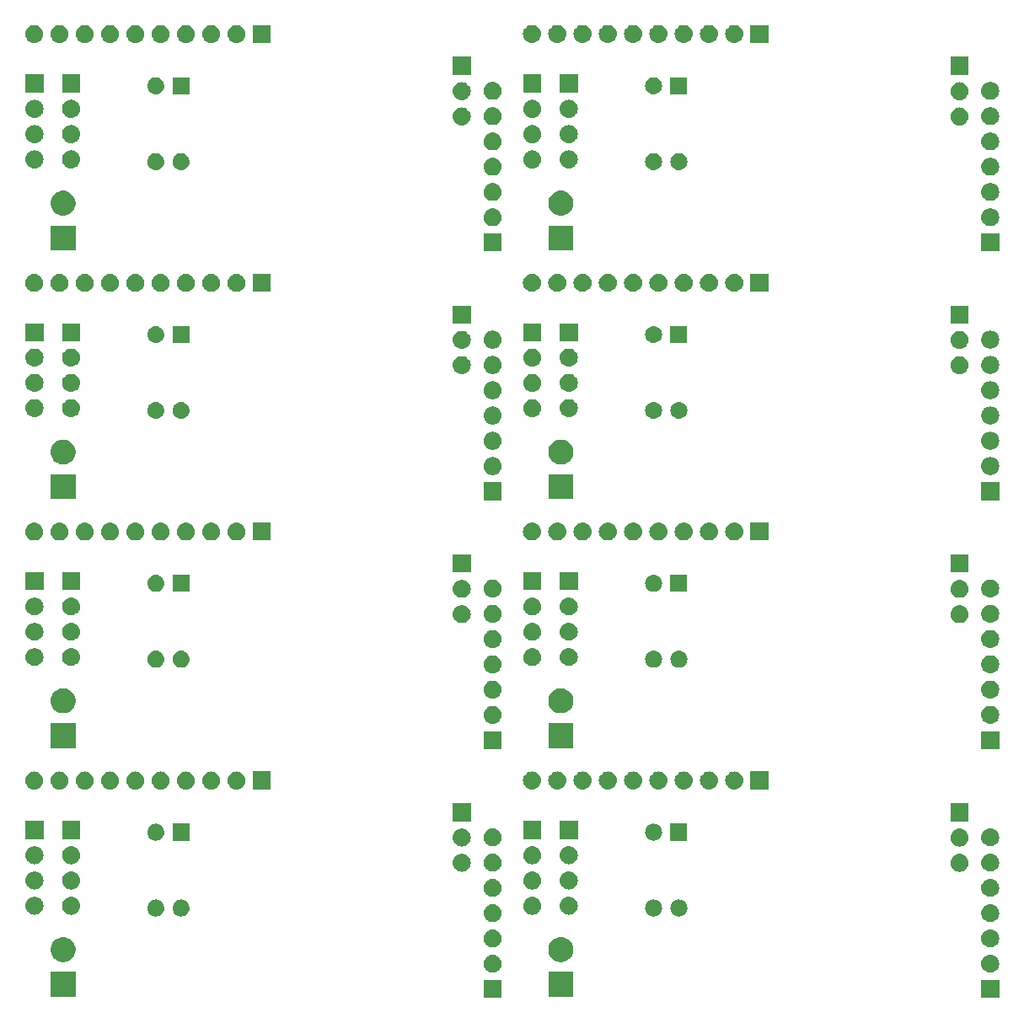
<source format=gbr>
G04 #@! TF.GenerationSoftware,KiCad,Pcbnew,6.0.0-rc1-unknown-b491065~66~ubuntu16.04.1*
G04 #@! TF.CreationDate,2019-01-13T12:48:19+01:00
G04 #@! TF.ProjectId,esp12on,65737031-326f-46e2-9e6b-696361645f70,rev?*
G04 #@! TF.SameCoordinates,Original*
G04 #@! TF.FileFunction,Soldermask,Bot*
G04 #@! TF.FilePolarity,Negative*
%FSLAX46Y46*%
G04 Gerber Fmt 4.6, Leading zero omitted, Abs format (unit mm)*
G04 Created by KiCad (PCBNEW 6.0.0-rc1-unknown-b491065~66~ubuntu16.04.1) date Вс 13 янв 2019 12:48:19*
%MOMM*%
%LPD*%
G04 APERTURE LIST*
%ADD10C,0.150000*%
G04 APERTURE END LIST*
D10*
G36*
X188741000Y-148901000D02*
G01*
X186939000Y-148901000D01*
X186939000Y-147099000D01*
X188741000Y-147099000D01*
X188741000Y-148901000D01*
X188741000Y-148901000D01*
G37*
G36*
X138741000Y-148901000D02*
G01*
X136939000Y-148901000D01*
X136939000Y-147099000D01*
X138741000Y-147099000D01*
X138741000Y-148901000D01*
X138741000Y-148901000D01*
G37*
G36*
X95951000Y-148801000D02*
G01*
X93449000Y-148801000D01*
X93449000Y-146299000D01*
X95951000Y-146299000D01*
X95951000Y-148801000D01*
X95951000Y-148801000D01*
G37*
G36*
X145951000Y-148801000D02*
G01*
X143449000Y-148801000D01*
X143449000Y-146299000D01*
X145951000Y-146299000D01*
X145951000Y-148801000D01*
X145951000Y-148801000D01*
G37*
G36*
X137950442Y-144565518D02*
G01*
X138016627Y-144572037D01*
X138129853Y-144606384D01*
X138186467Y-144623557D01*
X138325087Y-144697652D01*
X138342991Y-144707222D01*
X138378729Y-144736552D01*
X138480186Y-144819814D01*
X138563448Y-144921271D01*
X138592778Y-144957009D01*
X138592779Y-144957011D01*
X138676443Y-145113533D01*
X138676443Y-145113534D01*
X138727963Y-145283373D01*
X138745359Y-145460000D01*
X138727963Y-145636627D01*
X138693616Y-145749853D01*
X138676443Y-145806467D01*
X138602348Y-145945087D01*
X138592778Y-145962991D01*
X138563448Y-145998729D01*
X138480186Y-146100186D01*
X138378729Y-146183448D01*
X138342991Y-146212778D01*
X138342989Y-146212779D01*
X138186467Y-146296443D01*
X138129853Y-146313616D01*
X138016627Y-146347963D01*
X137950443Y-146354481D01*
X137884260Y-146361000D01*
X137795740Y-146361000D01*
X137729557Y-146354481D01*
X137663373Y-146347963D01*
X137550147Y-146313616D01*
X137493533Y-146296443D01*
X137337011Y-146212779D01*
X137337009Y-146212778D01*
X137301271Y-146183448D01*
X137199814Y-146100186D01*
X137116552Y-145998729D01*
X137087222Y-145962991D01*
X137077652Y-145945087D01*
X137003557Y-145806467D01*
X136986384Y-145749853D01*
X136952037Y-145636627D01*
X136934641Y-145460000D01*
X136952037Y-145283373D01*
X137003557Y-145113534D01*
X137003557Y-145113533D01*
X137087221Y-144957011D01*
X137087222Y-144957009D01*
X137116552Y-144921271D01*
X137199814Y-144819814D01*
X137301271Y-144736552D01*
X137337009Y-144707222D01*
X137354913Y-144697652D01*
X137493533Y-144623557D01*
X137550147Y-144606384D01*
X137663373Y-144572037D01*
X137729558Y-144565518D01*
X137795740Y-144559000D01*
X137884260Y-144559000D01*
X137950442Y-144565518D01*
X137950442Y-144565518D01*
G37*
G36*
X187950442Y-144565518D02*
G01*
X188016627Y-144572037D01*
X188129853Y-144606384D01*
X188186467Y-144623557D01*
X188325087Y-144697652D01*
X188342991Y-144707222D01*
X188378729Y-144736552D01*
X188480186Y-144819814D01*
X188563448Y-144921271D01*
X188592778Y-144957009D01*
X188592779Y-144957011D01*
X188676443Y-145113533D01*
X188676443Y-145113534D01*
X188727963Y-145283373D01*
X188745359Y-145460000D01*
X188727963Y-145636627D01*
X188693616Y-145749853D01*
X188676443Y-145806467D01*
X188602348Y-145945087D01*
X188592778Y-145962991D01*
X188563448Y-145998729D01*
X188480186Y-146100186D01*
X188378729Y-146183448D01*
X188342991Y-146212778D01*
X188342989Y-146212779D01*
X188186467Y-146296443D01*
X188129853Y-146313616D01*
X188016627Y-146347963D01*
X187950443Y-146354481D01*
X187884260Y-146361000D01*
X187795740Y-146361000D01*
X187729557Y-146354481D01*
X187663373Y-146347963D01*
X187550147Y-146313616D01*
X187493533Y-146296443D01*
X187337011Y-146212779D01*
X187337009Y-146212778D01*
X187301271Y-146183448D01*
X187199814Y-146100186D01*
X187116552Y-145998729D01*
X187087222Y-145962991D01*
X187077652Y-145945087D01*
X187003557Y-145806467D01*
X186986384Y-145749853D01*
X186952037Y-145636627D01*
X186934641Y-145460000D01*
X186952037Y-145283373D01*
X187003557Y-145113534D01*
X187003557Y-145113533D01*
X187087221Y-144957011D01*
X187087222Y-144957009D01*
X187116552Y-144921271D01*
X187199814Y-144819814D01*
X187301271Y-144736552D01*
X187337009Y-144707222D01*
X187354913Y-144697652D01*
X187493533Y-144623557D01*
X187550147Y-144606384D01*
X187663373Y-144572037D01*
X187729558Y-144565518D01*
X187795740Y-144559000D01*
X187884260Y-144559000D01*
X187950442Y-144565518D01*
X187950442Y-144565518D01*
G37*
G36*
X144883636Y-142811019D02*
G01*
X145064903Y-142847075D01*
X145292571Y-142941378D01*
X145496542Y-143077668D01*
X145497469Y-143078287D01*
X145671713Y-143252531D01*
X145671715Y-143252534D01*
X145808622Y-143457429D01*
X145902925Y-143685097D01*
X145951000Y-143926787D01*
X145951000Y-144173213D01*
X145902925Y-144414903D01*
X145808622Y-144642571D01*
X145690191Y-144819815D01*
X145671713Y-144847469D01*
X145497469Y-145021713D01*
X145497466Y-145021715D01*
X145292571Y-145158622D01*
X145064903Y-145252925D01*
X144911830Y-145283373D01*
X144823214Y-145301000D01*
X144576786Y-145301000D01*
X144488170Y-145283373D01*
X144335097Y-145252925D01*
X144107429Y-145158622D01*
X143902534Y-145021715D01*
X143902531Y-145021713D01*
X143728287Y-144847469D01*
X143709809Y-144819815D01*
X143591378Y-144642571D01*
X143497075Y-144414903D01*
X143449000Y-144173213D01*
X143449000Y-143926787D01*
X143497075Y-143685097D01*
X143591378Y-143457429D01*
X143728285Y-143252534D01*
X143728287Y-143252531D01*
X143902531Y-143078287D01*
X143903458Y-143077668D01*
X144107429Y-142941378D01*
X144335097Y-142847075D01*
X144516364Y-142811019D01*
X144576786Y-142799000D01*
X144823214Y-142799000D01*
X144883636Y-142811019D01*
X144883636Y-142811019D01*
G37*
G36*
X94883636Y-142811019D02*
G01*
X95064903Y-142847075D01*
X95292571Y-142941378D01*
X95496542Y-143077668D01*
X95497469Y-143078287D01*
X95671713Y-143252531D01*
X95671715Y-143252534D01*
X95808622Y-143457429D01*
X95902925Y-143685097D01*
X95951000Y-143926787D01*
X95951000Y-144173213D01*
X95902925Y-144414903D01*
X95808622Y-144642571D01*
X95690191Y-144819815D01*
X95671713Y-144847469D01*
X95497469Y-145021713D01*
X95497466Y-145021715D01*
X95292571Y-145158622D01*
X95064903Y-145252925D01*
X94911830Y-145283373D01*
X94823214Y-145301000D01*
X94576786Y-145301000D01*
X94488170Y-145283373D01*
X94335097Y-145252925D01*
X94107429Y-145158622D01*
X93902534Y-145021715D01*
X93902531Y-145021713D01*
X93728287Y-144847469D01*
X93709809Y-144819815D01*
X93591378Y-144642571D01*
X93497075Y-144414903D01*
X93449000Y-144173213D01*
X93449000Y-143926787D01*
X93497075Y-143685097D01*
X93591378Y-143457429D01*
X93728285Y-143252534D01*
X93728287Y-143252531D01*
X93902531Y-143078287D01*
X93903458Y-143077668D01*
X94107429Y-142941378D01*
X94335097Y-142847075D01*
X94516364Y-142811019D01*
X94576786Y-142799000D01*
X94823214Y-142799000D01*
X94883636Y-142811019D01*
X94883636Y-142811019D01*
G37*
G36*
X187950442Y-142025518D02*
G01*
X188016627Y-142032037D01*
X188129853Y-142066384D01*
X188186467Y-142083557D01*
X188325087Y-142157652D01*
X188342991Y-142167222D01*
X188378729Y-142196552D01*
X188480186Y-142279814D01*
X188563448Y-142381271D01*
X188592778Y-142417009D01*
X188592779Y-142417011D01*
X188676443Y-142573533D01*
X188676443Y-142573534D01*
X188727963Y-142743373D01*
X188745359Y-142920000D01*
X188727963Y-143096627D01*
X188693616Y-143209853D01*
X188676443Y-143266467D01*
X188602348Y-143405087D01*
X188592778Y-143422991D01*
X188564515Y-143457429D01*
X188480186Y-143560186D01*
X188378729Y-143643448D01*
X188342991Y-143672778D01*
X188342989Y-143672779D01*
X188186467Y-143756443D01*
X188129853Y-143773616D01*
X188016627Y-143807963D01*
X187950442Y-143814482D01*
X187884260Y-143821000D01*
X187795740Y-143821000D01*
X187729558Y-143814482D01*
X187663373Y-143807963D01*
X187550147Y-143773616D01*
X187493533Y-143756443D01*
X187337011Y-143672779D01*
X187337009Y-143672778D01*
X187301271Y-143643448D01*
X187199814Y-143560186D01*
X187115485Y-143457429D01*
X187087222Y-143422991D01*
X187077652Y-143405087D01*
X187003557Y-143266467D01*
X186986384Y-143209853D01*
X186952037Y-143096627D01*
X186934641Y-142920000D01*
X186952037Y-142743373D01*
X187003557Y-142573534D01*
X187003557Y-142573533D01*
X187087221Y-142417011D01*
X187087222Y-142417009D01*
X187116552Y-142381271D01*
X187199814Y-142279814D01*
X187301271Y-142196552D01*
X187337009Y-142167222D01*
X187354913Y-142157652D01*
X187493533Y-142083557D01*
X187550147Y-142066384D01*
X187663373Y-142032037D01*
X187729558Y-142025518D01*
X187795740Y-142019000D01*
X187884260Y-142019000D01*
X187950442Y-142025518D01*
X187950442Y-142025518D01*
G37*
G36*
X137950442Y-142025518D02*
G01*
X138016627Y-142032037D01*
X138129853Y-142066384D01*
X138186467Y-142083557D01*
X138325087Y-142157652D01*
X138342991Y-142167222D01*
X138378729Y-142196552D01*
X138480186Y-142279814D01*
X138563448Y-142381271D01*
X138592778Y-142417009D01*
X138592779Y-142417011D01*
X138676443Y-142573533D01*
X138676443Y-142573534D01*
X138727963Y-142743373D01*
X138745359Y-142920000D01*
X138727963Y-143096627D01*
X138693616Y-143209853D01*
X138676443Y-143266467D01*
X138602348Y-143405087D01*
X138592778Y-143422991D01*
X138564515Y-143457429D01*
X138480186Y-143560186D01*
X138378729Y-143643448D01*
X138342991Y-143672778D01*
X138342989Y-143672779D01*
X138186467Y-143756443D01*
X138129853Y-143773616D01*
X138016627Y-143807963D01*
X137950442Y-143814482D01*
X137884260Y-143821000D01*
X137795740Y-143821000D01*
X137729558Y-143814482D01*
X137663373Y-143807963D01*
X137550147Y-143773616D01*
X137493533Y-143756443D01*
X137337011Y-143672779D01*
X137337009Y-143672778D01*
X137301271Y-143643448D01*
X137199814Y-143560186D01*
X137115485Y-143457429D01*
X137087222Y-143422991D01*
X137077652Y-143405087D01*
X137003557Y-143266467D01*
X136986384Y-143209853D01*
X136952037Y-143096627D01*
X136934641Y-142920000D01*
X136952037Y-142743373D01*
X137003557Y-142573534D01*
X137003557Y-142573533D01*
X137087221Y-142417011D01*
X137087222Y-142417009D01*
X137116552Y-142381271D01*
X137199814Y-142279814D01*
X137301271Y-142196552D01*
X137337009Y-142167222D01*
X137354913Y-142157652D01*
X137493533Y-142083557D01*
X137550147Y-142066384D01*
X137663373Y-142032037D01*
X137729558Y-142025518D01*
X137795740Y-142019000D01*
X137884260Y-142019000D01*
X137950442Y-142025518D01*
X137950442Y-142025518D01*
G37*
G36*
X187950443Y-139485519D02*
G01*
X188016627Y-139492037D01*
X188129853Y-139526384D01*
X188186467Y-139543557D01*
X188325087Y-139617652D01*
X188342991Y-139627222D01*
X188378729Y-139656552D01*
X188480186Y-139739814D01*
X188547326Y-139821626D01*
X188592778Y-139877009D01*
X188592779Y-139877011D01*
X188676443Y-140033533D01*
X188693616Y-140090147D01*
X188727963Y-140203373D01*
X188745359Y-140380000D01*
X188727963Y-140556627D01*
X188720568Y-140581004D01*
X188676443Y-140726467D01*
X188602348Y-140865087D01*
X188592778Y-140882991D01*
X188563448Y-140918729D01*
X188480186Y-141020186D01*
X188378729Y-141103448D01*
X188342991Y-141132778D01*
X188342989Y-141132779D01*
X188186467Y-141216443D01*
X188129853Y-141233616D01*
X188016627Y-141267963D01*
X187950442Y-141274482D01*
X187884260Y-141281000D01*
X187795740Y-141281000D01*
X187729558Y-141274482D01*
X187663373Y-141267963D01*
X187550147Y-141233616D01*
X187493533Y-141216443D01*
X187337011Y-141132779D01*
X187337009Y-141132778D01*
X187301271Y-141103448D01*
X187199814Y-141020186D01*
X187116552Y-140918729D01*
X187087222Y-140882991D01*
X187077652Y-140865087D01*
X187003557Y-140726467D01*
X186959432Y-140581004D01*
X186952037Y-140556627D01*
X186934641Y-140380000D01*
X186952037Y-140203373D01*
X186986384Y-140090147D01*
X187003557Y-140033533D01*
X187087221Y-139877011D01*
X187087222Y-139877009D01*
X187132674Y-139821626D01*
X187199814Y-139739814D01*
X187301271Y-139656552D01*
X187337009Y-139627222D01*
X187354913Y-139617652D01*
X187493533Y-139543557D01*
X187550147Y-139526384D01*
X187663373Y-139492037D01*
X187729557Y-139485519D01*
X187795740Y-139479000D01*
X187884260Y-139479000D01*
X187950443Y-139485519D01*
X187950443Y-139485519D01*
G37*
G36*
X137950443Y-139485519D02*
G01*
X138016627Y-139492037D01*
X138129853Y-139526384D01*
X138186467Y-139543557D01*
X138325087Y-139617652D01*
X138342991Y-139627222D01*
X138378729Y-139656552D01*
X138480186Y-139739814D01*
X138547326Y-139821626D01*
X138592778Y-139877009D01*
X138592779Y-139877011D01*
X138676443Y-140033533D01*
X138693616Y-140090147D01*
X138727963Y-140203373D01*
X138745359Y-140380000D01*
X138727963Y-140556627D01*
X138720568Y-140581004D01*
X138676443Y-140726467D01*
X138602348Y-140865087D01*
X138592778Y-140882991D01*
X138563448Y-140918729D01*
X138480186Y-141020186D01*
X138378729Y-141103448D01*
X138342991Y-141132778D01*
X138342989Y-141132779D01*
X138186467Y-141216443D01*
X138129853Y-141233616D01*
X138016627Y-141267963D01*
X137950442Y-141274482D01*
X137884260Y-141281000D01*
X137795740Y-141281000D01*
X137729558Y-141274482D01*
X137663373Y-141267963D01*
X137550147Y-141233616D01*
X137493533Y-141216443D01*
X137337011Y-141132779D01*
X137337009Y-141132778D01*
X137301271Y-141103448D01*
X137199814Y-141020186D01*
X137116552Y-140918729D01*
X137087222Y-140882991D01*
X137077652Y-140865087D01*
X137003557Y-140726467D01*
X136959432Y-140581004D01*
X136952037Y-140556627D01*
X136934641Y-140380000D01*
X136952037Y-140203373D01*
X136986384Y-140090147D01*
X137003557Y-140033533D01*
X137087221Y-139877011D01*
X137087222Y-139877009D01*
X137132674Y-139821626D01*
X137199814Y-139739814D01*
X137301271Y-139656552D01*
X137337009Y-139627222D01*
X137354913Y-139617652D01*
X137493533Y-139543557D01*
X137550147Y-139526384D01*
X137663373Y-139492037D01*
X137729557Y-139485519D01*
X137795740Y-139479000D01*
X137884260Y-139479000D01*
X137950443Y-139485519D01*
X137950443Y-139485519D01*
G37*
G36*
X104176821Y-139031313D02*
G01*
X104176824Y-139031314D01*
X104176825Y-139031314D01*
X104337239Y-139079975D01*
X104337241Y-139079976D01*
X104337244Y-139079977D01*
X104485078Y-139158995D01*
X104614659Y-139265341D01*
X104721005Y-139394922D01*
X104800023Y-139542756D01*
X104800024Y-139542759D01*
X104800025Y-139542761D01*
X104825646Y-139627222D01*
X104848687Y-139703179D01*
X104865117Y-139870000D01*
X104848687Y-140036821D01*
X104848686Y-140036824D01*
X104848686Y-140036825D01*
X104814964Y-140147992D01*
X104800023Y-140197244D01*
X104721005Y-140345078D01*
X104614659Y-140474659D01*
X104485078Y-140581005D01*
X104337244Y-140660023D01*
X104337241Y-140660024D01*
X104337239Y-140660025D01*
X104176825Y-140708686D01*
X104176824Y-140708686D01*
X104176821Y-140708687D01*
X104051804Y-140721000D01*
X103968196Y-140721000D01*
X103843179Y-140708687D01*
X103843176Y-140708686D01*
X103843175Y-140708686D01*
X103682761Y-140660025D01*
X103682759Y-140660024D01*
X103682756Y-140660023D01*
X103534922Y-140581005D01*
X103405341Y-140474659D01*
X103298995Y-140345078D01*
X103219977Y-140197244D01*
X103205037Y-140147992D01*
X103171314Y-140036825D01*
X103171314Y-140036824D01*
X103171313Y-140036821D01*
X103154883Y-139870000D01*
X103171313Y-139703179D01*
X103194354Y-139627222D01*
X103219975Y-139542761D01*
X103219976Y-139542759D01*
X103219977Y-139542756D01*
X103298995Y-139394922D01*
X103405341Y-139265341D01*
X103534922Y-139158995D01*
X103682756Y-139079977D01*
X103682759Y-139079976D01*
X103682761Y-139079975D01*
X103843175Y-139031314D01*
X103843176Y-139031314D01*
X103843179Y-139031313D01*
X103968196Y-139019000D01*
X104051804Y-139019000D01*
X104176821Y-139031313D01*
X104176821Y-139031313D01*
G37*
G36*
X106716821Y-139031313D02*
G01*
X106716824Y-139031314D01*
X106716825Y-139031314D01*
X106877239Y-139079975D01*
X106877241Y-139079976D01*
X106877244Y-139079977D01*
X107025078Y-139158995D01*
X107154659Y-139265341D01*
X107261005Y-139394922D01*
X107340023Y-139542756D01*
X107340024Y-139542759D01*
X107340025Y-139542761D01*
X107365646Y-139627222D01*
X107388687Y-139703179D01*
X107405117Y-139870000D01*
X107388687Y-140036821D01*
X107388686Y-140036824D01*
X107388686Y-140036825D01*
X107354964Y-140147992D01*
X107340023Y-140197244D01*
X107261005Y-140345078D01*
X107154659Y-140474659D01*
X107025078Y-140581005D01*
X106877244Y-140660023D01*
X106877241Y-140660024D01*
X106877239Y-140660025D01*
X106716825Y-140708686D01*
X106716824Y-140708686D01*
X106716821Y-140708687D01*
X106591804Y-140721000D01*
X106508196Y-140721000D01*
X106383179Y-140708687D01*
X106383176Y-140708686D01*
X106383175Y-140708686D01*
X106222761Y-140660025D01*
X106222759Y-140660024D01*
X106222756Y-140660023D01*
X106074922Y-140581005D01*
X105945341Y-140474659D01*
X105838995Y-140345078D01*
X105759977Y-140197244D01*
X105745037Y-140147992D01*
X105711314Y-140036825D01*
X105711314Y-140036824D01*
X105711313Y-140036821D01*
X105694883Y-139870000D01*
X105711313Y-139703179D01*
X105734354Y-139627222D01*
X105759975Y-139542761D01*
X105759976Y-139542759D01*
X105759977Y-139542756D01*
X105838995Y-139394922D01*
X105945341Y-139265341D01*
X106074922Y-139158995D01*
X106222756Y-139079977D01*
X106222759Y-139079976D01*
X106222761Y-139079975D01*
X106383175Y-139031314D01*
X106383176Y-139031314D01*
X106383179Y-139031313D01*
X106508196Y-139019000D01*
X106591804Y-139019000D01*
X106716821Y-139031313D01*
X106716821Y-139031313D01*
G37*
G36*
X156716821Y-139031313D02*
G01*
X156716824Y-139031314D01*
X156716825Y-139031314D01*
X156877239Y-139079975D01*
X156877241Y-139079976D01*
X156877244Y-139079977D01*
X157025078Y-139158995D01*
X157154659Y-139265341D01*
X157261005Y-139394922D01*
X157340023Y-139542756D01*
X157340024Y-139542759D01*
X157340025Y-139542761D01*
X157365646Y-139627222D01*
X157388687Y-139703179D01*
X157405117Y-139870000D01*
X157388687Y-140036821D01*
X157388686Y-140036824D01*
X157388686Y-140036825D01*
X157354964Y-140147992D01*
X157340023Y-140197244D01*
X157261005Y-140345078D01*
X157154659Y-140474659D01*
X157025078Y-140581005D01*
X156877244Y-140660023D01*
X156877241Y-140660024D01*
X156877239Y-140660025D01*
X156716825Y-140708686D01*
X156716824Y-140708686D01*
X156716821Y-140708687D01*
X156591804Y-140721000D01*
X156508196Y-140721000D01*
X156383179Y-140708687D01*
X156383176Y-140708686D01*
X156383175Y-140708686D01*
X156222761Y-140660025D01*
X156222759Y-140660024D01*
X156222756Y-140660023D01*
X156074922Y-140581005D01*
X155945341Y-140474659D01*
X155838995Y-140345078D01*
X155759977Y-140197244D01*
X155745037Y-140147992D01*
X155711314Y-140036825D01*
X155711314Y-140036824D01*
X155711313Y-140036821D01*
X155694883Y-139870000D01*
X155711313Y-139703179D01*
X155734354Y-139627222D01*
X155759975Y-139542761D01*
X155759976Y-139542759D01*
X155759977Y-139542756D01*
X155838995Y-139394922D01*
X155945341Y-139265341D01*
X156074922Y-139158995D01*
X156222756Y-139079977D01*
X156222759Y-139079976D01*
X156222761Y-139079975D01*
X156383175Y-139031314D01*
X156383176Y-139031314D01*
X156383179Y-139031313D01*
X156508196Y-139019000D01*
X156591804Y-139019000D01*
X156716821Y-139031313D01*
X156716821Y-139031313D01*
G37*
G36*
X154176821Y-139031313D02*
G01*
X154176824Y-139031314D01*
X154176825Y-139031314D01*
X154337239Y-139079975D01*
X154337241Y-139079976D01*
X154337244Y-139079977D01*
X154485078Y-139158995D01*
X154614659Y-139265341D01*
X154721005Y-139394922D01*
X154800023Y-139542756D01*
X154800024Y-139542759D01*
X154800025Y-139542761D01*
X154825646Y-139627222D01*
X154848687Y-139703179D01*
X154865117Y-139870000D01*
X154848687Y-140036821D01*
X154848686Y-140036824D01*
X154848686Y-140036825D01*
X154814964Y-140147992D01*
X154800023Y-140197244D01*
X154721005Y-140345078D01*
X154614659Y-140474659D01*
X154485078Y-140581005D01*
X154337244Y-140660023D01*
X154337241Y-140660024D01*
X154337239Y-140660025D01*
X154176825Y-140708686D01*
X154176824Y-140708686D01*
X154176821Y-140708687D01*
X154051804Y-140721000D01*
X153968196Y-140721000D01*
X153843179Y-140708687D01*
X153843176Y-140708686D01*
X153843175Y-140708686D01*
X153682761Y-140660025D01*
X153682759Y-140660024D01*
X153682756Y-140660023D01*
X153534922Y-140581005D01*
X153405341Y-140474659D01*
X153298995Y-140345078D01*
X153219977Y-140197244D01*
X153205037Y-140147992D01*
X153171314Y-140036825D01*
X153171314Y-140036824D01*
X153171313Y-140036821D01*
X153154883Y-139870000D01*
X153171313Y-139703179D01*
X153194354Y-139627222D01*
X153219975Y-139542761D01*
X153219976Y-139542759D01*
X153219977Y-139542756D01*
X153298995Y-139394922D01*
X153405341Y-139265341D01*
X153534922Y-139158995D01*
X153682756Y-139079977D01*
X153682759Y-139079976D01*
X153682761Y-139079975D01*
X153843175Y-139031314D01*
X153843176Y-139031314D01*
X153843179Y-139031313D01*
X153968196Y-139019000D01*
X154051804Y-139019000D01*
X154176821Y-139031313D01*
X154176821Y-139031313D01*
G37*
G36*
X145610442Y-138750519D02*
G01*
X145676627Y-138757038D01*
X145789853Y-138791385D01*
X145846467Y-138808558D01*
X145985087Y-138882653D01*
X146002991Y-138892223D01*
X146038729Y-138921553D01*
X146140186Y-139004815D01*
X146223448Y-139106272D01*
X146252778Y-139142010D01*
X146252779Y-139142012D01*
X146336443Y-139298534D01*
X146336443Y-139298535D01*
X146387963Y-139468374D01*
X146405359Y-139645001D01*
X146387963Y-139821628D01*
X146353616Y-139934854D01*
X146336443Y-139991468D01*
X146262348Y-140130088D01*
X146252778Y-140147992D01*
X146223448Y-140183730D01*
X146140186Y-140285187D01*
X146038729Y-140368449D01*
X146002991Y-140397779D01*
X146002989Y-140397780D01*
X145846467Y-140481444D01*
X145789853Y-140498617D01*
X145676627Y-140532964D01*
X145610443Y-140539482D01*
X145544260Y-140546001D01*
X145455740Y-140546001D01*
X145389557Y-140539482D01*
X145323373Y-140532964D01*
X145210147Y-140498617D01*
X145153533Y-140481444D01*
X144997011Y-140397780D01*
X144997009Y-140397779D01*
X144961271Y-140368449D01*
X144859814Y-140285187D01*
X144776552Y-140183730D01*
X144747222Y-140147992D01*
X144737652Y-140130088D01*
X144663557Y-139991468D01*
X144646384Y-139934854D01*
X144612037Y-139821628D01*
X144594641Y-139645001D01*
X144612037Y-139468374D01*
X144663557Y-139298535D01*
X144663557Y-139298534D01*
X144747221Y-139142012D01*
X144747222Y-139142010D01*
X144776552Y-139106272D01*
X144859814Y-139004815D01*
X144961271Y-138921553D01*
X144997009Y-138892223D01*
X145014913Y-138882653D01*
X145153533Y-138808558D01*
X145210147Y-138791385D01*
X145323373Y-138757038D01*
X145389558Y-138750519D01*
X145455740Y-138744001D01*
X145544260Y-138744001D01*
X145610442Y-138750519D01*
X145610442Y-138750519D01*
G37*
G36*
X91935443Y-138750519D02*
G01*
X92001628Y-138757038D01*
X92114854Y-138791385D01*
X92171468Y-138808558D01*
X92310088Y-138882653D01*
X92327992Y-138892223D01*
X92363730Y-138921553D01*
X92465187Y-139004815D01*
X92548449Y-139106272D01*
X92577779Y-139142010D01*
X92577780Y-139142012D01*
X92661444Y-139298534D01*
X92661444Y-139298535D01*
X92712964Y-139468374D01*
X92730360Y-139645001D01*
X92712964Y-139821628D01*
X92678617Y-139934854D01*
X92661444Y-139991468D01*
X92587349Y-140130088D01*
X92577779Y-140147992D01*
X92548449Y-140183730D01*
X92465187Y-140285187D01*
X92363730Y-140368449D01*
X92327992Y-140397779D01*
X92327990Y-140397780D01*
X92171468Y-140481444D01*
X92114854Y-140498617D01*
X92001628Y-140532964D01*
X91935444Y-140539482D01*
X91869261Y-140546001D01*
X91780741Y-140546001D01*
X91714558Y-140539482D01*
X91648374Y-140532964D01*
X91535148Y-140498617D01*
X91478534Y-140481444D01*
X91322012Y-140397780D01*
X91322010Y-140397779D01*
X91286272Y-140368449D01*
X91184815Y-140285187D01*
X91101553Y-140183730D01*
X91072223Y-140147992D01*
X91062653Y-140130088D01*
X90988558Y-139991468D01*
X90971385Y-139934854D01*
X90937038Y-139821628D01*
X90919642Y-139645001D01*
X90937038Y-139468374D01*
X90988558Y-139298535D01*
X90988558Y-139298534D01*
X91072222Y-139142012D01*
X91072223Y-139142010D01*
X91101553Y-139106272D01*
X91184815Y-139004815D01*
X91286272Y-138921553D01*
X91322010Y-138892223D01*
X91339914Y-138882653D01*
X91478534Y-138808558D01*
X91535148Y-138791385D01*
X91648374Y-138757038D01*
X91714559Y-138750519D01*
X91780741Y-138744001D01*
X91869261Y-138744001D01*
X91935443Y-138750519D01*
X91935443Y-138750519D01*
G37*
G36*
X95610442Y-138750519D02*
G01*
X95676627Y-138757038D01*
X95789853Y-138791385D01*
X95846467Y-138808558D01*
X95985087Y-138882653D01*
X96002991Y-138892223D01*
X96038729Y-138921553D01*
X96140186Y-139004815D01*
X96223448Y-139106272D01*
X96252778Y-139142010D01*
X96252779Y-139142012D01*
X96336443Y-139298534D01*
X96336443Y-139298535D01*
X96387963Y-139468374D01*
X96405359Y-139645001D01*
X96387963Y-139821628D01*
X96353616Y-139934854D01*
X96336443Y-139991468D01*
X96262348Y-140130088D01*
X96252778Y-140147992D01*
X96223448Y-140183730D01*
X96140186Y-140285187D01*
X96038729Y-140368449D01*
X96002991Y-140397779D01*
X96002989Y-140397780D01*
X95846467Y-140481444D01*
X95789853Y-140498617D01*
X95676627Y-140532964D01*
X95610443Y-140539482D01*
X95544260Y-140546001D01*
X95455740Y-140546001D01*
X95389557Y-140539482D01*
X95323373Y-140532964D01*
X95210147Y-140498617D01*
X95153533Y-140481444D01*
X94997011Y-140397780D01*
X94997009Y-140397779D01*
X94961271Y-140368449D01*
X94859814Y-140285187D01*
X94776552Y-140183730D01*
X94747222Y-140147992D01*
X94737652Y-140130088D01*
X94663557Y-139991468D01*
X94646384Y-139934854D01*
X94612037Y-139821628D01*
X94594641Y-139645001D01*
X94612037Y-139468374D01*
X94663557Y-139298535D01*
X94663557Y-139298534D01*
X94747221Y-139142012D01*
X94747222Y-139142010D01*
X94776552Y-139106272D01*
X94859814Y-139004815D01*
X94961271Y-138921553D01*
X94997009Y-138892223D01*
X95014913Y-138882653D01*
X95153533Y-138808558D01*
X95210147Y-138791385D01*
X95323373Y-138757038D01*
X95389558Y-138750519D01*
X95455740Y-138744001D01*
X95544260Y-138744001D01*
X95610442Y-138750519D01*
X95610442Y-138750519D01*
G37*
G36*
X141935443Y-138750519D02*
G01*
X142001628Y-138757038D01*
X142114854Y-138791385D01*
X142171468Y-138808558D01*
X142310088Y-138882653D01*
X142327992Y-138892223D01*
X142363730Y-138921553D01*
X142465187Y-139004815D01*
X142548449Y-139106272D01*
X142577779Y-139142010D01*
X142577780Y-139142012D01*
X142661444Y-139298534D01*
X142661444Y-139298535D01*
X142712964Y-139468374D01*
X142730360Y-139645001D01*
X142712964Y-139821628D01*
X142678617Y-139934854D01*
X142661444Y-139991468D01*
X142587349Y-140130088D01*
X142577779Y-140147992D01*
X142548449Y-140183730D01*
X142465187Y-140285187D01*
X142363730Y-140368449D01*
X142327992Y-140397779D01*
X142327990Y-140397780D01*
X142171468Y-140481444D01*
X142114854Y-140498617D01*
X142001628Y-140532964D01*
X141935444Y-140539482D01*
X141869261Y-140546001D01*
X141780741Y-140546001D01*
X141714558Y-140539482D01*
X141648374Y-140532964D01*
X141535148Y-140498617D01*
X141478534Y-140481444D01*
X141322012Y-140397780D01*
X141322010Y-140397779D01*
X141286272Y-140368449D01*
X141184815Y-140285187D01*
X141101553Y-140183730D01*
X141072223Y-140147992D01*
X141062653Y-140130088D01*
X140988558Y-139991468D01*
X140971385Y-139934854D01*
X140937038Y-139821628D01*
X140919642Y-139645001D01*
X140937038Y-139468374D01*
X140988558Y-139298535D01*
X140988558Y-139298534D01*
X141072222Y-139142012D01*
X141072223Y-139142010D01*
X141101553Y-139106272D01*
X141184815Y-139004815D01*
X141286272Y-138921553D01*
X141322010Y-138892223D01*
X141339914Y-138882653D01*
X141478534Y-138808558D01*
X141535148Y-138791385D01*
X141648374Y-138757038D01*
X141714559Y-138750519D01*
X141780741Y-138744001D01*
X141869261Y-138744001D01*
X141935443Y-138750519D01*
X141935443Y-138750519D01*
G37*
G36*
X137950442Y-136945518D02*
G01*
X138016627Y-136952037D01*
X138129853Y-136986384D01*
X138186467Y-137003557D01*
X138325087Y-137077652D01*
X138342991Y-137087222D01*
X138378729Y-137116552D01*
X138480186Y-137199814D01*
X138547326Y-137281626D01*
X138592778Y-137337009D01*
X138592779Y-137337011D01*
X138676443Y-137493533D01*
X138676443Y-137493534D01*
X138727963Y-137663373D01*
X138745359Y-137840000D01*
X138727963Y-138016627D01*
X138693616Y-138129853D01*
X138676443Y-138186467D01*
X138602348Y-138325087D01*
X138592778Y-138342991D01*
X138563448Y-138378729D01*
X138480186Y-138480186D01*
X138378729Y-138563448D01*
X138342991Y-138592778D01*
X138342989Y-138592779D01*
X138186467Y-138676443D01*
X138129853Y-138693616D01*
X138016627Y-138727963D01*
X137950442Y-138734482D01*
X137884260Y-138741000D01*
X137795740Y-138741000D01*
X137729558Y-138734482D01*
X137663373Y-138727963D01*
X137550147Y-138693616D01*
X137493533Y-138676443D01*
X137337011Y-138592779D01*
X137337009Y-138592778D01*
X137301271Y-138563448D01*
X137199814Y-138480186D01*
X137116552Y-138378729D01*
X137087222Y-138342991D01*
X137077652Y-138325087D01*
X137003557Y-138186467D01*
X136986384Y-138129853D01*
X136952037Y-138016627D01*
X136934641Y-137840000D01*
X136952037Y-137663373D01*
X137003557Y-137493534D01*
X137003557Y-137493533D01*
X137087221Y-137337011D01*
X137087222Y-137337009D01*
X137132674Y-137281626D01*
X137199814Y-137199814D01*
X137301271Y-137116552D01*
X137337009Y-137087222D01*
X137354913Y-137077652D01*
X137493533Y-137003557D01*
X137550147Y-136986384D01*
X137663373Y-136952037D01*
X137729558Y-136945518D01*
X137795740Y-136939000D01*
X137884260Y-136939000D01*
X137950442Y-136945518D01*
X137950442Y-136945518D01*
G37*
G36*
X187950442Y-136945518D02*
G01*
X188016627Y-136952037D01*
X188129853Y-136986384D01*
X188186467Y-137003557D01*
X188325087Y-137077652D01*
X188342991Y-137087222D01*
X188378729Y-137116552D01*
X188480186Y-137199814D01*
X188547326Y-137281626D01*
X188592778Y-137337009D01*
X188592779Y-137337011D01*
X188676443Y-137493533D01*
X188676443Y-137493534D01*
X188727963Y-137663373D01*
X188745359Y-137840000D01*
X188727963Y-138016627D01*
X188693616Y-138129853D01*
X188676443Y-138186467D01*
X188602348Y-138325087D01*
X188592778Y-138342991D01*
X188563448Y-138378729D01*
X188480186Y-138480186D01*
X188378729Y-138563448D01*
X188342991Y-138592778D01*
X188342989Y-138592779D01*
X188186467Y-138676443D01*
X188129853Y-138693616D01*
X188016627Y-138727963D01*
X187950442Y-138734482D01*
X187884260Y-138741000D01*
X187795740Y-138741000D01*
X187729558Y-138734482D01*
X187663373Y-138727963D01*
X187550147Y-138693616D01*
X187493533Y-138676443D01*
X187337011Y-138592779D01*
X187337009Y-138592778D01*
X187301271Y-138563448D01*
X187199814Y-138480186D01*
X187116552Y-138378729D01*
X187087222Y-138342991D01*
X187077652Y-138325087D01*
X187003557Y-138186467D01*
X186986384Y-138129853D01*
X186952037Y-138016627D01*
X186934641Y-137840000D01*
X186952037Y-137663373D01*
X187003557Y-137493534D01*
X187003557Y-137493533D01*
X187087221Y-137337011D01*
X187087222Y-137337009D01*
X187132674Y-137281626D01*
X187199814Y-137199814D01*
X187301271Y-137116552D01*
X187337009Y-137087222D01*
X187354913Y-137077652D01*
X187493533Y-137003557D01*
X187550147Y-136986384D01*
X187663373Y-136952037D01*
X187729558Y-136945518D01*
X187795740Y-136939000D01*
X187884260Y-136939000D01*
X187950442Y-136945518D01*
X187950442Y-136945518D01*
G37*
G36*
X141935444Y-136210520D02*
G01*
X142001628Y-136217038D01*
X142114854Y-136251385D01*
X142171468Y-136268558D01*
X142310088Y-136342653D01*
X142327992Y-136352223D01*
X142363730Y-136381553D01*
X142465187Y-136464815D01*
X142548449Y-136566272D01*
X142577779Y-136602010D01*
X142577780Y-136602012D01*
X142661444Y-136758534D01*
X142661444Y-136758535D01*
X142712964Y-136928374D01*
X142730360Y-137105001D01*
X142712964Y-137281628D01*
X142678617Y-137394854D01*
X142661444Y-137451468D01*
X142638959Y-137493533D01*
X142577779Y-137607992D01*
X142548449Y-137643730D01*
X142465187Y-137745187D01*
X142363730Y-137828449D01*
X142327992Y-137857779D01*
X142327990Y-137857780D01*
X142171468Y-137941444D01*
X142114854Y-137958617D01*
X142001628Y-137992964D01*
X141935444Y-137999482D01*
X141869261Y-138006001D01*
X141780741Y-138006001D01*
X141714558Y-137999482D01*
X141648374Y-137992964D01*
X141535148Y-137958617D01*
X141478534Y-137941444D01*
X141322012Y-137857780D01*
X141322010Y-137857779D01*
X141286272Y-137828449D01*
X141184815Y-137745187D01*
X141101553Y-137643730D01*
X141072223Y-137607992D01*
X141011043Y-137493533D01*
X140988558Y-137451468D01*
X140971385Y-137394854D01*
X140937038Y-137281628D01*
X140919642Y-137105001D01*
X140937038Y-136928374D01*
X140988558Y-136758535D01*
X140988558Y-136758534D01*
X141072222Y-136602012D01*
X141072223Y-136602010D01*
X141101553Y-136566272D01*
X141184815Y-136464815D01*
X141286272Y-136381553D01*
X141322010Y-136352223D01*
X141339914Y-136342653D01*
X141478534Y-136268558D01*
X141535148Y-136251385D01*
X141648374Y-136217038D01*
X141714558Y-136210520D01*
X141780741Y-136204001D01*
X141869261Y-136204001D01*
X141935444Y-136210520D01*
X141935444Y-136210520D01*
G37*
G36*
X91935444Y-136210520D02*
G01*
X92001628Y-136217038D01*
X92114854Y-136251385D01*
X92171468Y-136268558D01*
X92310088Y-136342653D01*
X92327992Y-136352223D01*
X92363730Y-136381553D01*
X92465187Y-136464815D01*
X92548449Y-136566272D01*
X92577779Y-136602010D01*
X92577780Y-136602012D01*
X92661444Y-136758534D01*
X92661444Y-136758535D01*
X92712964Y-136928374D01*
X92730360Y-137105001D01*
X92712964Y-137281628D01*
X92678617Y-137394854D01*
X92661444Y-137451468D01*
X92638959Y-137493533D01*
X92577779Y-137607992D01*
X92548449Y-137643730D01*
X92465187Y-137745187D01*
X92363730Y-137828449D01*
X92327992Y-137857779D01*
X92327990Y-137857780D01*
X92171468Y-137941444D01*
X92114854Y-137958617D01*
X92001628Y-137992964D01*
X91935444Y-137999482D01*
X91869261Y-138006001D01*
X91780741Y-138006001D01*
X91714558Y-137999482D01*
X91648374Y-137992964D01*
X91535148Y-137958617D01*
X91478534Y-137941444D01*
X91322012Y-137857780D01*
X91322010Y-137857779D01*
X91286272Y-137828449D01*
X91184815Y-137745187D01*
X91101553Y-137643730D01*
X91072223Y-137607992D01*
X91011043Y-137493533D01*
X90988558Y-137451468D01*
X90971385Y-137394854D01*
X90937038Y-137281628D01*
X90919642Y-137105001D01*
X90937038Y-136928374D01*
X90988558Y-136758535D01*
X90988558Y-136758534D01*
X91072222Y-136602012D01*
X91072223Y-136602010D01*
X91101553Y-136566272D01*
X91184815Y-136464815D01*
X91286272Y-136381553D01*
X91322010Y-136352223D01*
X91339914Y-136342653D01*
X91478534Y-136268558D01*
X91535148Y-136251385D01*
X91648374Y-136217038D01*
X91714558Y-136210520D01*
X91780741Y-136204001D01*
X91869261Y-136204001D01*
X91935444Y-136210520D01*
X91935444Y-136210520D01*
G37*
G36*
X145610443Y-136210520D02*
G01*
X145676627Y-136217038D01*
X145789853Y-136251385D01*
X145846467Y-136268558D01*
X145985087Y-136342653D01*
X146002991Y-136352223D01*
X146038729Y-136381553D01*
X146140186Y-136464815D01*
X146223448Y-136566272D01*
X146252778Y-136602010D01*
X146252779Y-136602012D01*
X146336443Y-136758534D01*
X146336443Y-136758535D01*
X146387963Y-136928374D01*
X146405359Y-137105001D01*
X146387963Y-137281628D01*
X146353616Y-137394854D01*
X146336443Y-137451468D01*
X146313958Y-137493533D01*
X146252778Y-137607992D01*
X146223448Y-137643730D01*
X146140186Y-137745187D01*
X146038729Y-137828449D01*
X146002991Y-137857779D01*
X146002989Y-137857780D01*
X145846467Y-137941444D01*
X145789853Y-137958617D01*
X145676627Y-137992964D01*
X145610443Y-137999482D01*
X145544260Y-138006001D01*
X145455740Y-138006001D01*
X145389557Y-137999482D01*
X145323373Y-137992964D01*
X145210147Y-137958617D01*
X145153533Y-137941444D01*
X144997011Y-137857780D01*
X144997009Y-137857779D01*
X144961271Y-137828449D01*
X144859814Y-137745187D01*
X144776552Y-137643730D01*
X144747222Y-137607992D01*
X144686042Y-137493533D01*
X144663557Y-137451468D01*
X144646384Y-137394854D01*
X144612037Y-137281628D01*
X144594641Y-137105001D01*
X144612037Y-136928374D01*
X144663557Y-136758535D01*
X144663557Y-136758534D01*
X144747221Y-136602012D01*
X144747222Y-136602010D01*
X144776552Y-136566272D01*
X144859814Y-136464815D01*
X144961271Y-136381553D01*
X144997009Y-136352223D01*
X145014913Y-136342653D01*
X145153533Y-136268558D01*
X145210147Y-136251385D01*
X145323373Y-136217038D01*
X145389557Y-136210520D01*
X145455740Y-136204001D01*
X145544260Y-136204001D01*
X145610443Y-136210520D01*
X145610443Y-136210520D01*
G37*
G36*
X95610443Y-136210520D02*
G01*
X95676627Y-136217038D01*
X95789853Y-136251385D01*
X95846467Y-136268558D01*
X95985087Y-136342653D01*
X96002991Y-136352223D01*
X96038729Y-136381553D01*
X96140186Y-136464815D01*
X96223448Y-136566272D01*
X96252778Y-136602010D01*
X96252779Y-136602012D01*
X96336443Y-136758534D01*
X96336443Y-136758535D01*
X96387963Y-136928374D01*
X96405359Y-137105001D01*
X96387963Y-137281628D01*
X96353616Y-137394854D01*
X96336443Y-137451468D01*
X96313958Y-137493533D01*
X96252778Y-137607992D01*
X96223448Y-137643730D01*
X96140186Y-137745187D01*
X96038729Y-137828449D01*
X96002991Y-137857779D01*
X96002989Y-137857780D01*
X95846467Y-137941444D01*
X95789853Y-137958617D01*
X95676627Y-137992964D01*
X95610443Y-137999482D01*
X95544260Y-138006001D01*
X95455740Y-138006001D01*
X95389557Y-137999482D01*
X95323373Y-137992964D01*
X95210147Y-137958617D01*
X95153533Y-137941444D01*
X94997011Y-137857780D01*
X94997009Y-137857779D01*
X94961271Y-137828449D01*
X94859814Y-137745187D01*
X94776552Y-137643730D01*
X94747222Y-137607992D01*
X94686042Y-137493533D01*
X94663557Y-137451468D01*
X94646384Y-137394854D01*
X94612037Y-137281628D01*
X94594641Y-137105001D01*
X94612037Y-136928374D01*
X94663557Y-136758535D01*
X94663557Y-136758534D01*
X94747221Y-136602012D01*
X94747222Y-136602010D01*
X94776552Y-136566272D01*
X94859814Y-136464815D01*
X94961271Y-136381553D01*
X94997009Y-136352223D01*
X95014913Y-136342653D01*
X95153533Y-136268558D01*
X95210147Y-136251385D01*
X95323373Y-136217038D01*
X95389557Y-136210520D01*
X95455740Y-136204001D01*
X95544260Y-136204001D01*
X95610443Y-136210520D01*
X95610443Y-136210520D01*
G37*
G36*
X134860443Y-134435519D02*
G01*
X134926627Y-134442037D01*
X135039853Y-134476384D01*
X135096467Y-134493557D01*
X135230127Y-134565001D01*
X135252991Y-134577222D01*
X135288729Y-134606552D01*
X135390186Y-134689814D01*
X135473448Y-134791271D01*
X135502778Y-134827009D01*
X135502779Y-134827011D01*
X135586443Y-134983533D01*
X135586443Y-134983534D01*
X135637963Y-135153373D01*
X135655359Y-135330000D01*
X135637963Y-135506627D01*
X135603616Y-135619853D01*
X135586443Y-135676467D01*
X135512348Y-135815087D01*
X135502778Y-135832991D01*
X135473448Y-135868729D01*
X135390186Y-135970186D01*
X135289546Y-136052778D01*
X135252991Y-136082778D01*
X135252989Y-136082779D01*
X135096467Y-136166443D01*
X135039853Y-136183616D01*
X134926627Y-136217963D01*
X134860443Y-136224481D01*
X134794260Y-136231000D01*
X134705740Y-136231000D01*
X134639557Y-136224481D01*
X134573373Y-136217963D01*
X134460147Y-136183616D01*
X134403533Y-136166443D01*
X134247011Y-136082779D01*
X134247009Y-136082778D01*
X134210454Y-136052778D01*
X134109814Y-135970186D01*
X134026552Y-135868729D01*
X133997222Y-135832991D01*
X133987652Y-135815087D01*
X133913557Y-135676467D01*
X133896384Y-135619853D01*
X133862037Y-135506627D01*
X133844641Y-135330000D01*
X133862037Y-135153373D01*
X133913557Y-134983534D01*
X133913557Y-134983533D01*
X133997221Y-134827011D01*
X133997222Y-134827009D01*
X134026552Y-134791271D01*
X134109814Y-134689814D01*
X134211271Y-134606552D01*
X134247009Y-134577222D01*
X134269873Y-134565001D01*
X134403533Y-134493557D01*
X134460147Y-134476384D01*
X134573373Y-134442037D01*
X134639557Y-134435519D01*
X134705740Y-134429000D01*
X134794260Y-134429000D01*
X134860443Y-134435519D01*
X134860443Y-134435519D01*
G37*
G36*
X184860443Y-134435519D02*
G01*
X184926627Y-134442037D01*
X185039853Y-134476384D01*
X185096467Y-134493557D01*
X185230127Y-134565001D01*
X185252991Y-134577222D01*
X185288729Y-134606552D01*
X185390186Y-134689814D01*
X185473448Y-134791271D01*
X185502778Y-134827009D01*
X185502779Y-134827011D01*
X185586443Y-134983533D01*
X185586443Y-134983534D01*
X185637963Y-135153373D01*
X185655359Y-135330000D01*
X185637963Y-135506627D01*
X185603616Y-135619853D01*
X185586443Y-135676467D01*
X185512348Y-135815087D01*
X185502778Y-135832991D01*
X185473448Y-135868729D01*
X185390186Y-135970186D01*
X185289546Y-136052778D01*
X185252991Y-136082778D01*
X185252989Y-136082779D01*
X185096467Y-136166443D01*
X185039853Y-136183616D01*
X184926627Y-136217963D01*
X184860443Y-136224481D01*
X184794260Y-136231000D01*
X184705740Y-136231000D01*
X184639557Y-136224481D01*
X184573373Y-136217963D01*
X184460147Y-136183616D01*
X184403533Y-136166443D01*
X184247011Y-136082779D01*
X184247009Y-136082778D01*
X184210454Y-136052778D01*
X184109814Y-135970186D01*
X184026552Y-135868729D01*
X183997222Y-135832991D01*
X183987652Y-135815087D01*
X183913557Y-135676467D01*
X183896384Y-135619853D01*
X183862037Y-135506627D01*
X183844641Y-135330000D01*
X183862037Y-135153373D01*
X183913557Y-134983534D01*
X183913557Y-134983533D01*
X183997221Y-134827011D01*
X183997222Y-134827009D01*
X184026552Y-134791271D01*
X184109814Y-134689814D01*
X184211271Y-134606552D01*
X184247009Y-134577222D01*
X184269873Y-134565001D01*
X184403533Y-134493557D01*
X184460147Y-134476384D01*
X184573373Y-134442037D01*
X184639557Y-134435519D01*
X184705740Y-134429000D01*
X184794260Y-134429000D01*
X184860443Y-134435519D01*
X184860443Y-134435519D01*
G37*
G36*
X137950442Y-134405518D02*
G01*
X138016627Y-134412037D01*
X138115524Y-134442037D01*
X138186467Y-134463557D01*
X138242592Y-134493557D01*
X138342991Y-134547222D01*
X138378729Y-134576552D01*
X138480186Y-134659814D01*
X138547326Y-134741626D01*
X138592778Y-134797009D01*
X138592779Y-134797011D01*
X138676443Y-134953533D01*
X138693616Y-135010147D01*
X138727963Y-135123373D01*
X138745359Y-135300000D01*
X138727963Y-135476627D01*
X138693616Y-135589853D01*
X138676443Y-135646467D01*
X138660408Y-135676466D01*
X138592778Y-135802991D01*
X138568159Y-135832989D01*
X138480186Y-135940186D01*
X138378729Y-136023448D01*
X138342991Y-136052778D01*
X138342989Y-136052779D01*
X138186467Y-136136443D01*
X138129853Y-136153616D01*
X138016627Y-136187963D01*
X137950442Y-136194482D01*
X137884260Y-136201000D01*
X137795740Y-136201000D01*
X137729558Y-136194482D01*
X137663373Y-136187963D01*
X137550147Y-136153616D01*
X137493533Y-136136443D01*
X137337011Y-136052779D01*
X137337009Y-136052778D01*
X137301271Y-136023448D01*
X137199814Y-135940186D01*
X137111841Y-135832989D01*
X137087222Y-135802991D01*
X137019592Y-135676466D01*
X137003557Y-135646467D01*
X136986384Y-135589853D01*
X136952037Y-135476627D01*
X136934641Y-135300000D01*
X136952037Y-135123373D01*
X136986384Y-135010147D01*
X137003557Y-134953533D01*
X137087221Y-134797011D01*
X137087222Y-134797009D01*
X137132674Y-134741626D01*
X137199814Y-134659814D01*
X137301271Y-134576552D01*
X137337009Y-134547222D01*
X137437408Y-134493557D01*
X137493533Y-134463557D01*
X137564476Y-134442037D01*
X137663373Y-134412037D01*
X137729558Y-134405518D01*
X137795740Y-134399000D01*
X137884260Y-134399000D01*
X137950442Y-134405518D01*
X137950442Y-134405518D01*
G37*
G36*
X187950442Y-134405518D02*
G01*
X188016627Y-134412037D01*
X188115524Y-134442037D01*
X188186467Y-134463557D01*
X188242592Y-134493557D01*
X188342991Y-134547222D01*
X188378729Y-134576552D01*
X188480186Y-134659814D01*
X188547326Y-134741626D01*
X188592778Y-134797009D01*
X188592779Y-134797011D01*
X188676443Y-134953533D01*
X188693616Y-135010147D01*
X188727963Y-135123373D01*
X188745359Y-135300000D01*
X188727963Y-135476627D01*
X188693616Y-135589853D01*
X188676443Y-135646467D01*
X188660408Y-135676466D01*
X188592778Y-135802991D01*
X188568159Y-135832989D01*
X188480186Y-135940186D01*
X188378729Y-136023448D01*
X188342991Y-136052778D01*
X188342989Y-136052779D01*
X188186467Y-136136443D01*
X188129853Y-136153616D01*
X188016627Y-136187963D01*
X187950442Y-136194482D01*
X187884260Y-136201000D01*
X187795740Y-136201000D01*
X187729558Y-136194482D01*
X187663373Y-136187963D01*
X187550147Y-136153616D01*
X187493533Y-136136443D01*
X187337011Y-136052779D01*
X187337009Y-136052778D01*
X187301271Y-136023448D01*
X187199814Y-135940186D01*
X187111841Y-135832989D01*
X187087222Y-135802991D01*
X187019592Y-135676466D01*
X187003557Y-135646467D01*
X186986384Y-135589853D01*
X186952037Y-135476627D01*
X186934641Y-135300000D01*
X186952037Y-135123373D01*
X186986384Y-135010147D01*
X187003557Y-134953533D01*
X187087221Y-134797011D01*
X187087222Y-134797009D01*
X187132674Y-134741626D01*
X187199814Y-134659814D01*
X187301271Y-134576552D01*
X187337009Y-134547222D01*
X187437408Y-134493557D01*
X187493533Y-134463557D01*
X187564476Y-134442037D01*
X187663373Y-134412037D01*
X187729558Y-134405518D01*
X187795740Y-134399000D01*
X187884260Y-134399000D01*
X187950442Y-134405518D01*
X187950442Y-134405518D01*
G37*
G36*
X95610442Y-133670519D02*
G01*
X95676627Y-133677038D01*
X95789853Y-133711385D01*
X95846467Y-133728558D01*
X95985087Y-133802653D01*
X96002991Y-133812223D01*
X96038729Y-133841553D01*
X96140186Y-133924815D01*
X96223448Y-134026272D01*
X96252778Y-134062010D01*
X96252779Y-134062012D01*
X96336443Y-134218534D01*
X96336443Y-134218535D01*
X96387963Y-134388374D01*
X96405359Y-134565001D01*
X96387963Y-134741628D01*
X96362063Y-134827009D01*
X96336443Y-134911468D01*
X96313958Y-134953533D01*
X96252778Y-135067992D01*
X96223448Y-135103730D01*
X96140186Y-135205187D01*
X96038729Y-135288449D01*
X96002991Y-135317779D01*
X96002989Y-135317780D01*
X95846467Y-135401444D01*
X95789853Y-135418617D01*
X95676627Y-135452964D01*
X95610442Y-135459483D01*
X95544260Y-135466001D01*
X95455740Y-135466001D01*
X95389558Y-135459483D01*
X95323373Y-135452964D01*
X95210147Y-135418617D01*
X95153533Y-135401444D01*
X94997011Y-135317780D01*
X94997009Y-135317779D01*
X94961271Y-135288449D01*
X94859814Y-135205187D01*
X94776552Y-135103730D01*
X94747222Y-135067992D01*
X94686042Y-134953533D01*
X94663557Y-134911468D01*
X94637937Y-134827009D01*
X94612037Y-134741628D01*
X94594641Y-134565001D01*
X94612037Y-134388374D01*
X94663557Y-134218535D01*
X94663557Y-134218534D01*
X94747221Y-134062012D01*
X94747222Y-134062010D01*
X94776552Y-134026272D01*
X94859814Y-133924815D01*
X94961271Y-133841553D01*
X94997009Y-133812223D01*
X95014913Y-133802653D01*
X95153533Y-133728558D01*
X95210147Y-133711385D01*
X95323373Y-133677038D01*
X95389558Y-133670519D01*
X95455740Y-133664001D01*
X95544260Y-133664001D01*
X95610442Y-133670519D01*
X95610442Y-133670519D01*
G37*
G36*
X91935443Y-133670519D02*
G01*
X92001628Y-133677038D01*
X92114854Y-133711385D01*
X92171468Y-133728558D01*
X92310088Y-133802653D01*
X92327992Y-133812223D01*
X92363730Y-133841553D01*
X92465187Y-133924815D01*
X92548449Y-134026272D01*
X92577779Y-134062010D01*
X92577780Y-134062012D01*
X92661444Y-134218534D01*
X92661444Y-134218535D01*
X92712964Y-134388374D01*
X92730360Y-134565001D01*
X92712964Y-134741628D01*
X92687064Y-134827009D01*
X92661444Y-134911468D01*
X92638959Y-134953533D01*
X92577779Y-135067992D01*
X92548449Y-135103730D01*
X92465187Y-135205187D01*
X92363730Y-135288449D01*
X92327992Y-135317779D01*
X92327990Y-135317780D01*
X92171468Y-135401444D01*
X92114854Y-135418617D01*
X92001628Y-135452964D01*
X91935443Y-135459483D01*
X91869261Y-135466001D01*
X91780741Y-135466001D01*
X91714559Y-135459483D01*
X91648374Y-135452964D01*
X91535148Y-135418617D01*
X91478534Y-135401444D01*
X91322012Y-135317780D01*
X91322010Y-135317779D01*
X91286272Y-135288449D01*
X91184815Y-135205187D01*
X91101553Y-135103730D01*
X91072223Y-135067992D01*
X91011043Y-134953533D01*
X90988558Y-134911468D01*
X90962938Y-134827009D01*
X90937038Y-134741628D01*
X90919642Y-134565001D01*
X90937038Y-134388374D01*
X90988558Y-134218535D01*
X90988558Y-134218534D01*
X91072222Y-134062012D01*
X91072223Y-134062010D01*
X91101553Y-134026272D01*
X91184815Y-133924815D01*
X91286272Y-133841553D01*
X91322010Y-133812223D01*
X91339914Y-133802653D01*
X91478534Y-133728558D01*
X91535148Y-133711385D01*
X91648374Y-133677038D01*
X91714559Y-133670519D01*
X91780741Y-133664001D01*
X91869261Y-133664001D01*
X91935443Y-133670519D01*
X91935443Y-133670519D01*
G37*
G36*
X145610442Y-133670519D02*
G01*
X145676627Y-133677038D01*
X145789853Y-133711385D01*
X145846467Y-133728558D01*
X145985087Y-133802653D01*
X146002991Y-133812223D01*
X146038729Y-133841553D01*
X146140186Y-133924815D01*
X146223448Y-134026272D01*
X146252778Y-134062010D01*
X146252779Y-134062012D01*
X146336443Y-134218534D01*
X146336443Y-134218535D01*
X146387963Y-134388374D01*
X146405359Y-134565001D01*
X146387963Y-134741628D01*
X146362063Y-134827009D01*
X146336443Y-134911468D01*
X146313958Y-134953533D01*
X146252778Y-135067992D01*
X146223448Y-135103730D01*
X146140186Y-135205187D01*
X146038729Y-135288449D01*
X146002991Y-135317779D01*
X146002989Y-135317780D01*
X145846467Y-135401444D01*
X145789853Y-135418617D01*
X145676627Y-135452964D01*
X145610442Y-135459483D01*
X145544260Y-135466001D01*
X145455740Y-135466001D01*
X145389558Y-135459483D01*
X145323373Y-135452964D01*
X145210147Y-135418617D01*
X145153533Y-135401444D01*
X144997011Y-135317780D01*
X144997009Y-135317779D01*
X144961271Y-135288449D01*
X144859814Y-135205187D01*
X144776552Y-135103730D01*
X144747222Y-135067992D01*
X144686042Y-134953533D01*
X144663557Y-134911468D01*
X144637937Y-134827009D01*
X144612037Y-134741628D01*
X144594641Y-134565001D01*
X144612037Y-134388374D01*
X144663557Y-134218535D01*
X144663557Y-134218534D01*
X144747221Y-134062012D01*
X144747222Y-134062010D01*
X144776552Y-134026272D01*
X144859814Y-133924815D01*
X144961271Y-133841553D01*
X144997009Y-133812223D01*
X145014913Y-133802653D01*
X145153533Y-133728558D01*
X145210147Y-133711385D01*
X145323373Y-133677038D01*
X145389558Y-133670519D01*
X145455740Y-133664001D01*
X145544260Y-133664001D01*
X145610442Y-133670519D01*
X145610442Y-133670519D01*
G37*
G36*
X141935443Y-133670519D02*
G01*
X142001628Y-133677038D01*
X142114854Y-133711385D01*
X142171468Y-133728558D01*
X142310088Y-133802653D01*
X142327992Y-133812223D01*
X142363730Y-133841553D01*
X142465187Y-133924815D01*
X142548449Y-134026272D01*
X142577779Y-134062010D01*
X142577780Y-134062012D01*
X142661444Y-134218534D01*
X142661444Y-134218535D01*
X142712964Y-134388374D01*
X142730360Y-134565001D01*
X142712964Y-134741628D01*
X142687064Y-134827009D01*
X142661444Y-134911468D01*
X142638959Y-134953533D01*
X142577779Y-135067992D01*
X142548449Y-135103730D01*
X142465187Y-135205187D01*
X142363730Y-135288449D01*
X142327992Y-135317779D01*
X142327990Y-135317780D01*
X142171468Y-135401444D01*
X142114854Y-135418617D01*
X142001628Y-135452964D01*
X141935443Y-135459483D01*
X141869261Y-135466001D01*
X141780741Y-135466001D01*
X141714559Y-135459483D01*
X141648374Y-135452964D01*
X141535148Y-135418617D01*
X141478534Y-135401444D01*
X141322012Y-135317780D01*
X141322010Y-135317779D01*
X141286272Y-135288449D01*
X141184815Y-135205187D01*
X141101553Y-135103730D01*
X141072223Y-135067992D01*
X141011043Y-134953533D01*
X140988558Y-134911468D01*
X140962938Y-134827009D01*
X140937038Y-134741628D01*
X140919642Y-134565001D01*
X140937038Y-134388374D01*
X140988558Y-134218535D01*
X140988558Y-134218534D01*
X141072222Y-134062012D01*
X141072223Y-134062010D01*
X141101553Y-134026272D01*
X141184815Y-133924815D01*
X141286272Y-133841553D01*
X141322010Y-133812223D01*
X141339914Y-133802653D01*
X141478534Y-133728558D01*
X141535148Y-133711385D01*
X141648374Y-133677038D01*
X141714559Y-133670519D01*
X141780741Y-133664001D01*
X141869261Y-133664001D01*
X141935443Y-133670519D01*
X141935443Y-133670519D01*
G37*
G36*
X184860442Y-131895518D02*
G01*
X184926627Y-131902037D01*
X185039853Y-131936384D01*
X185096467Y-131953557D01*
X185235087Y-132027652D01*
X185252991Y-132037222D01*
X185288729Y-132066552D01*
X185390186Y-132149814D01*
X185472405Y-132250000D01*
X185502778Y-132287009D01*
X185502779Y-132287011D01*
X185586443Y-132443533D01*
X185586443Y-132443534D01*
X185637963Y-132613373D01*
X185655359Y-132790000D01*
X185637963Y-132966627D01*
X185615698Y-133040025D01*
X185586443Y-133136467D01*
X185512348Y-133275087D01*
X185502778Y-133292991D01*
X185473448Y-133328729D01*
X185390186Y-133430186D01*
X185289546Y-133512778D01*
X185252991Y-133542778D01*
X185252989Y-133542779D01*
X185096467Y-133626443D01*
X185039853Y-133643616D01*
X184926627Y-133677963D01*
X184860442Y-133684482D01*
X184794260Y-133691000D01*
X184705740Y-133691000D01*
X184639558Y-133684482D01*
X184573373Y-133677963D01*
X184460147Y-133643616D01*
X184403533Y-133626443D01*
X184247011Y-133542779D01*
X184247009Y-133542778D01*
X184210454Y-133512778D01*
X184109814Y-133430186D01*
X184026552Y-133328729D01*
X183997222Y-133292991D01*
X183987652Y-133275087D01*
X183913557Y-133136467D01*
X183884302Y-133040025D01*
X183862037Y-132966627D01*
X183844641Y-132790000D01*
X183862037Y-132613373D01*
X183913557Y-132443534D01*
X183913557Y-132443533D01*
X183997221Y-132287011D01*
X183997222Y-132287009D01*
X184027595Y-132250000D01*
X184109814Y-132149814D01*
X184211271Y-132066552D01*
X184247009Y-132037222D01*
X184264913Y-132027652D01*
X184403533Y-131953557D01*
X184460147Y-131936384D01*
X184573373Y-131902037D01*
X184639558Y-131895518D01*
X184705740Y-131889000D01*
X184794260Y-131889000D01*
X184860442Y-131895518D01*
X184860442Y-131895518D01*
G37*
G36*
X134860442Y-131895518D02*
G01*
X134926627Y-131902037D01*
X135039853Y-131936384D01*
X135096467Y-131953557D01*
X135235087Y-132027652D01*
X135252991Y-132037222D01*
X135288729Y-132066552D01*
X135390186Y-132149814D01*
X135472405Y-132250000D01*
X135502778Y-132287009D01*
X135502779Y-132287011D01*
X135586443Y-132443533D01*
X135586443Y-132443534D01*
X135637963Y-132613373D01*
X135655359Y-132790000D01*
X135637963Y-132966627D01*
X135615698Y-133040025D01*
X135586443Y-133136467D01*
X135512348Y-133275087D01*
X135502778Y-133292991D01*
X135473448Y-133328729D01*
X135390186Y-133430186D01*
X135289546Y-133512778D01*
X135252991Y-133542778D01*
X135252989Y-133542779D01*
X135096467Y-133626443D01*
X135039853Y-133643616D01*
X134926627Y-133677963D01*
X134860442Y-133684482D01*
X134794260Y-133691000D01*
X134705740Y-133691000D01*
X134639558Y-133684482D01*
X134573373Y-133677963D01*
X134460147Y-133643616D01*
X134403533Y-133626443D01*
X134247011Y-133542779D01*
X134247009Y-133542778D01*
X134210454Y-133512778D01*
X134109814Y-133430186D01*
X134026552Y-133328729D01*
X133997222Y-133292991D01*
X133987652Y-133275087D01*
X133913557Y-133136467D01*
X133884302Y-133040025D01*
X133862037Y-132966627D01*
X133844641Y-132790000D01*
X133862037Y-132613373D01*
X133913557Y-132443534D01*
X133913557Y-132443533D01*
X133997221Y-132287011D01*
X133997222Y-132287009D01*
X134027595Y-132250000D01*
X134109814Y-132149814D01*
X134211271Y-132066552D01*
X134247009Y-132037222D01*
X134264913Y-132027652D01*
X134403533Y-131953557D01*
X134460147Y-131936384D01*
X134573373Y-131902037D01*
X134639558Y-131895518D01*
X134705740Y-131889000D01*
X134794260Y-131889000D01*
X134860442Y-131895518D01*
X134860442Y-131895518D01*
G37*
G36*
X137950443Y-131865519D02*
G01*
X138016627Y-131872037D01*
X138115524Y-131902037D01*
X138186467Y-131923557D01*
X138242592Y-131953557D01*
X138342991Y-132007222D01*
X138378729Y-132036552D01*
X138480186Y-132119814D01*
X138563448Y-132221271D01*
X138592778Y-132257009D01*
X138592779Y-132257011D01*
X138676443Y-132413533D01*
X138693616Y-132470147D01*
X138727963Y-132583373D01*
X138745359Y-132760000D01*
X138727963Y-132936627D01*
X138696598Y-133040023D01*
X138676443Y-133106467D01*
X138660408Y-133136466D01*
X138592778Y-133262991D01*
X138568159Y-133292989D01*
X138480186Y-133400186D01*
X138378729Y-133483448D01*
X138342991Y-133512778D01*
X138342989Y-133512779D01*
X138186467Y-133596443D01*
X138129853Y-133613616D01*
X138016627Y-133647963D01*
X137950443Y-133654481D01*
X137884260Y-133661000D01*
X137795740Y-133661000D01*
X137729557Y-133654481D01*
X137663373Y-133647963D01*
X137550147Y-133613616D01*
X137493533Y-133596443D01*
X137337011Y-133512779D01*
X137337009Y-133512778D01*
X137301271Y-133483448D01*
X137199814Y-133400186D01*
X137111841Y-133292989D01*
X137087222Y-133262991D01*
X137019592Y-133136466D01*
X137003557Y-133106467D01*
X136983402Y-133040023D01*
X136952037Y-132936627D01*
X136934641Y-132760000D01*
X136952037Y-132583373D01*
X136986384Y-132470147D01*
X137003557Y-132413533D01*
X137087221Y-132257011D01*
X137087222Y-132257009D01*
X137116552Y-132221271D01*
X137199814Y-132119814D01*
X137301271Y-132036552D01*
X137337009Y-132007222D01*
X137437408Y-131953557D01*
X137493533Y-131923557D01*
X137564476Y-131902037D01*
X137663373Y-131872037D01*
X137729557Y-131865519D01*
X137795740Y-131859000D01*
X137884260Y-131859000D01*
X137950443Y-131865519D01*
X137950443Y-131865519D01*
G37*
G36*
X187950443Y-131865519D02*
G01*
X188016627Y-131872037D01*
X188115524Y-131902037D01*
X188186467Y-131923557D01*
X188242592Y-131953557D01*
X188342991Y-132007222D01*
X188378729Y-132036552D01*
X188480186Y-132119814D01*
X188563448Y-132221271D01*
X188592778Y-132257009D01*
X188592779Y-132257011D01*
X188676443Y-132413533D01*
X188693616Y-132470147D01*
X188727963Y-132583373D01*
X188745359Y-132760000D01*
X188727963Y-132936627D01*
X188696598Y-133040023D01*
X188676443Y-133106467D01*
X188660408Y-133136466D01*
X188592778Y-133262991D01*
X188568159Y-133292989D01*
X188480186Y-133400186D01*
X188378729Y-133483448D01*
X188342991Y-133512778D01*
X188342989Y-133512779D01*
X188186467Y-133596443D01*
X188129853Y-133613616D01*
X188016627Y-133647963D01*
X187950443Y-133654481D01*
X187884260Y-133661000D01*
X187795740Y-133661000D01*
X187729557Y-133654481D01*
X187663373Y-133647963D01*
X187550147Y-133613616D01*
X187493533Y-133596443D01*
X187337011Y-133512779D01*
X187337009Y-133512778D01*
X187301271Y-133483448D01*
X187199814Y-133400186D01*
X187111841Y-133292989D01*
X187087222Y-133262991D01*
X187019592Y-133136466D01*
X187003557Y-133106467D01*
X186983402Y-133040023D01*
X186952037Y-132936627D01*
X186934641Y-132760000D01*
X186952037Y-132583373D01*
X186986384Y-132470147D01*
X187003557Y-132413533D01*
X187087221Y-132257011D01*
X187087222Y-132257009D01*
X187116552Y-132221271D01*
X187199814Y-132119814D01*
X187301271Y-132036552D01*
X187337009Y-132007222D01*
X187437408Y-131953557D01*
X187493533Y-131923557D01*
X187564476Y-131902037D01*
X187663373Y-131872037D01*
X187729557Y-131865519D01*
X187795740Y-131859000D01*
X187884260Y-131859000D01*
X187950443Y-131865519D01*
X187950443Y-131865519D01*
G37*
G36*
X107401000Y-133101000D02*
G01*
X105699000Y-133101000D01*
X105699000Y-131399000D01*
X107401000Y-131399000D01*
X107401000Y-133101000D01*
X107401000Y-133101000D01*
G37*
G36*
X104176821Y-131411313D02*
G01*
X104176824Y-131411314D01*
X104176825Y-131411314D01*
X104337239Y-131459975D01*
X104337241Y-131459976D01*
X104337244Y-131459977D01*
X104485078Y-131538995D01*
X104614659Y-131645341D01*
X104721005Y-131774922D01*
X104800023Y-131922756D01*
X104800024Y-131922759D01*
X104800025Y-131922761D01*
X104825646Y-132007222D01*
X104848687Y-132083179D01*
X104865117Y-132250000D01*
X104848687Y-132416821D01*
X104800023Y-132577244D01*
X104721005Y-132725078D01*
X104614659Y-132854659D01*
X104485078Y-132961005D01*
X104337244Y-133040023D01*
X104337241Y-133040024D01*
X104337239Y-133040025D01*
X104176825Y-133088686D01*
X104176824Y-133088686D01*
X104176821Y-133088687D01*
X104051804Y-133101000D01*
X103968196Y-133101000D01*
X103843179Y-133088687D01*
X103843176Y-133088686D01*
X103843175Y-133088686D01*
X103682761Y-133040025D01*
X103682759Y-133040024D01*
X103682756Y-133040023D01*
X103534922Y-132961005D01*
X103405341Y-132854659D01*
X103298995Y-132725078D01*
X103219977Y-132577244D01*
X103171313Y-132416821D01*
X103154883Y-132250000D01*
X103171313Y-132083179D01*
X103194354Y-132007222D01*
X103219975Y-131922761D01*
X103219976Y-131922759D01*
X103219977Y-131922756D01*
X103298995Y-131774922D01*
X103405341Y-131645341D01*
X103534922Y-131538995D01*
X103682756Y-131459977D01*
X103682759Y-131459976D01*
X103682761Y-131459975D01*
X103843175Y-131411314D01*
X103843176Y-131411314D01*
X103843179Y-131411313D01*
X103968196Y-131399000D01*
X104051804Y-131399000D01*
X104176821Y-131411313D01*
X104176821Y-131411313D01*
G37*
G36*
X157401000Y-133101000D02*
G01*
X155699000Y-133101000D01*
X155699000Y-131399000D01*
X157401000Y-131399000D01*
X157401000Y-133101000D01*
X157401000Y-133101000D01*
G37*
G36*
X154176821Y-131411313D02*
G01*
X154176824Y-131411314D01*
X154176825Y-131411314D01*
X154337239Y-131459975D01*
X154337241Y-131459976D01*
X154337244Y-131459977D01*
X154485078Y-131538995D01*
X154614659Y-131645341D01*
X154721005Y-131774922D01*
X154800023Y-131922756D01*
X154800024Y-131922759D01*
X154800025Y-131922761D01*
X154825646Y-132007222D01*
X154848687Y-132083179D01*
X154865117Y-132250000D01*
X154848687Y-132416821D01*
X154800023Y-132577244D01*
X154721005Y-132725078D01*
X154614659Y-132854659D01*
X154485078Y-132961005D01*
X154337244Y-133040023D01*
X154337241Y-133040024D01*
X154337239Y-133040025D01*
X154176825Y-133088686D01*
X154176824Y-133088686D01*
X154176821Y-133088687D01*
X154051804Y-133101000D01*
X153968196Y-133101000D01*
X153843179Y-133088687D01*
X153843176Y-133088686D01*
X153843175Y-133088686D01*
X153682761Y-133040025D01*
X153682759Y-133040024D01*
X153682756Y-133040023D01*
X153534922Y-132961005D01*
X153405341Y-132854659D01*
X153298995Y-132725078D01*
X153219977Y-132577244D01*
X153171313Y-132416821D01*
X153154883Y-132250000D01*
X153171313Y-132083179D01*
X153194354Y-132007222D01*
X153219975Y-131922761D01*
X153219976Y-131922759D01*
X153219977Y-131922756D01*
X153298995Y-131774922D01*
X153405341Y-131645341D01*
X153534922Y-131538995D01*
X153682756Y-131459977D01*
X153682759Y-131459976D01*
X153682761Y-131459975D01*
X153843175Y-131411314D01*
X153843176Y-131411314D01*
X153843179Y-131411313D01*
X153968196Y-131399000D01*
X154051804Y-131399000D01*
X154176821Y-131411313D01*
X154176821Y-131411313D01*
G37*
G36*
X96401000Y-132926001D02*
G01*
X94599000Y-132926001D01*
X94599000Y-131124001D01*
X96401000Y-131124001D01*
X96401000Y-132926001D01*
X96401000Y-132926001D01*
G37*
G36*
X142726001Y-132926001D02*
G01*
X140924001Y-132926001D01*
X140924001Y-131124001D01*
X142726001Y-131124001D01*
X142726001Y-132926001D01*
X142726001Y-132926001D01*
G37*
G36*
X92726001Y-132926001D02*
G01*
X90924001Y-132926001D01*
X90924001Y-131124001D01*
X92726001Y-131124001D01*
X92726001Y-132926001D01*
X92726001Y-132926001D01*
G37*
G36*
X146401000Y-132926001D02*
G01*
X144599000Y-132926001D01*
X144599000Y-131124001D01*
X146401000Y-131124001D01*
X146401000Y-132926001D01*
X146401000Y-132926001D01*
G37*
G36*
X135651000Y-131151000D02*
G01*
X133849000Y-131151000D01*
X133849000Y-129349000D01*
X135651000Y-129349000D01*
X135651000Y-131151000D01*
X135651000Y-131151000D01*
G37*
G36*
X185651000Y-131151000D02*
G01*
X183849000Y-131151000D01*
X183849000Y-129349000D01*
X185651000Y-129349000D01*
X185651000Y-131151000D01*
X185651000Y-131151000D01*
G37*
G36*
X99520443Y-126155519D02*
G01*
X99586627Y-126162037D01*
X99699853Y-126196384D01*
X99756467Y-126213557D01*
X99895087Y-126287652D01*
X99912991Y-126297222D01*
X99948729Y-126326552D01*
X100050186Y-126409814D01*
X100133448Y-126511271D01*
X100162778Y-126547009D01*
X100162779Y-126547011D01*
X100246443Y-126703533D01*
X100246443Y-126703534D01*
X100297963Y-126873373D01*
X100315359Y-127050000D01*
X100297963Y-127226627D01*
X100263616Y-127339853D01*
X100246443Y-127396467D01*
X100172348Y-127535087D01*
X100162778Y-127552991D01*
X100133448Y-127588729D01*
X100050186Y-127690186D01*
X99948729Y-127773448D01*
X99912991Y-127802778D01*
X99912989Y-127802779D01*
X99756467Y-127886443D01*
X99699853Y-127903616D01*
X99586627Y-127937963D01*
X99520443Y-127944481D01*
X99454260Y-127951000D01*
X99365740Y-127951000D01*
X99299557Y-127944481D01*
X99233373Y-127937963D01*
X99120147Y-127903616D01*
X99063533Y-127886443D01*
X98907011Y-127802779D01*
X98907009Y-127802778D01*
X98871271Y-127773448D01*
X98769814Y-127690186D01*
X98686552Y-127588729D01*
X98657222Y-127552991D01*
X98647652Y-127535087D01*
X98573557Y-127396467D01*
X98556384Y-127339853D01*
X98522037Y-127226627D01*
X98504641Y-127050000D01*
X98522037Y-126873373D01*
X98573557Y-126703534D01*
X98573557Y-126703533D01*
X98657221Y-126547011D01*
X98657222Y-126547009D01*
X98686552Y-126511271D01*
X98769814Y-126409814D01*
X98871271Y-126326552D01*
X98907009Y-126297222D01*
X98924913Y-126287652D01*
X99063533Y-126213557D01*
X99120147Y-126196384D01*
X99233373Y-126162037D01*
X99299557Y-126155519D01*
X99365740Y-126149000D01*
X99454260Y-126149000D01*
X99520443Y-126155519D01*
X99520443Y-126155519D01*
G37*
G36*
X141900443Y-126155519D02*
G01*
X141966627Y-126162037D01*
X142079853Y-126196384D01*
X142136467Y-126213557D01*
X142275087Y-126287652D01*
X142292991Y-126297222D01*
X142328729Y-126326552D01*
X142430186Y-126409814D01*
X142513448Y-126511271D01*
X142542778Y-126547009D01*
X142542779Y-126547011D01*
X142626443Y-126703533D01*
X142626443Y-126703534D01*
X142677963Y-126873373D01*
X142695359Y-127050000D01*
X142677963Y-127226627D01*
X142643616Y-127339853D01*
X142626443Y-127396467D01*
X142552348Y-127535087D01*
X142542778Y-127552991D01*
X142513448Y-127588729D01*
X142430186Y-127690186D01*
X142328729Y-127773448D01*
X142292991Y-127802778D01*
X142292989Y-127802779D01*
X142136467Y-127886443D01*
X142079853Y-127903616D01*
X141966627Y-127937963D01*
X141900443Y-127944481D01*
X141834260Y-127951000D01*
X141745740Y-127951000D01*
X141679557Y-127944481D01*
X141613373Y-127937963D01*
X141500147Y-127903616D01*
X141443533Y-127886443D01*
X141287011Y-127802779D01*
X141287009Y-127802778D01*
X141251271Y-127773448D01*
X141149814Y-127690186D01*
X141066552Y-127588729D01*
X141037222Y-127552991D01*
X141027652Y-127535087D01*
X140953557Y-127396467D01*
X140936384Y-127339853D01*
X140902037Y-127226627D01*
X140884641Y-127050000D01*
X140902037Y-126873373D01*
X140953557Y-126703534D01*
X140953557Y-126703533D01*
X141037221Y-126547011D01*
X141037222Y-126547009D01*
X141066552Y-126511271D01*
X141149814Y-126409814D01*
X141251271Y-126326552D01*
X141287009Y-126297222D01*
X141304913Y-126287652D01*
X141443533Y-126213557D01*
X141500147Y-126196384D01*
X141613373Y-126162037D01*
X141679557Y-126155519D01*
X141745740Y-126149000D01*
X141834260Y-126149000D01*
X141900443Y-126155519D01*
X141900443Y-126155519D01*
G37*
G36*
X146980443Y-126155519D02*
G01*
X147046627Y-126162037D01*
X147159853Y-126196384D01*
X147216467Y-126213557D01*
X147355087Y-126287652D01*
X147372991Y-126297222D01*
X147408729Y-126326552D01*
X147510186Y-126409814D01*
X147593448Y-126511271D01*
X147622778Y-126547009D01*
X147622779Y-126547011D01*
X147706443Y-126703533D01*
X147706443Y-126703534D01*
X147757963Y-126873373D01*
X147775359Y-127050000D01*
X147757963Y-127226627D01*
X147723616Y-127339853D01*
X147706443Y-127396467D01*
X147632348Y-127535087D01*
X147622778Y-127552991D01*
X147593448Y-127588729D01*
X147510186Y-127690186D01*
X147408729Y-127773448D01*
X147372991Y-127802778D01*
X147372989Y-127802779D01*
X147216467Y-127886443D01*
X147159853Y-127903616D01*
X147046627Y-127937963D01*
X146980443Y-127944481D01*
X146914260Y-127951000D01*
X146825740Y-127951000D01*
X146759557Y-127944481D01*
X146693373Y-127937963D01*
X146580147Y-127903616D01*
X146523533Y-127886443D01*
X146367011Y-127802779D01*
X146367009Y-127802778D01*
X146331271Y-127773448D01*
X146229814Y-127690186D01*
X146146552Y-127588729D01*
X146117222Y-127552991D01*
X146107652Y-127535087D01*
X146033557Y-127396467D01*
X146016384Y-127339853D01*
X145982037Y-127226627D01*
X145964641Y-127050000D01*
X145982037Y-126873373D01*
X146033557Y-126703534D01*
X146033557Y-126703533D01*
X146117221Y-126547011D01*
X146117222Y-126547009D01*
X146146552Y-126511271D01*
X146229814Y-126409814D01*
X146331271Y-126326552D01*
X146367009Y-126297222D01*
X146384913Y-126287652D01*
X146523533Y-126213557D01*
X146580147Y-126196384D01*
X146693373Y-126162037D01*
X146759557Y-126155519D01*
X146825740Y-126149000D01*
X146914260Y-126149000D01*
X146980443Y-126155519D01*
X146980443Y-126155519D01*
G37*
G36*
X149520443Y-126155519D02*
G01*
X149586627Y-126162037D01*
X149699853Y-126196384D01*
X149756467Y-126213557D01*
X149895087Y-126287652D01*
X149912991Y-126297222D01*
X149948729Y-126326552D01*
X150050186Y-126409814D01*
X150133448Y-126511271D01*
X150162778Y-126547009D01*
X150162779Y-126547011D01*
X150246443Y-126703533D01*
X150246443Y-126703534D01*
X150297963Y-126873373D01*
X150315359Y-127050000D01*
X150297963Y-127226627D01*
X150263616Y-127339853D01*
X150246443Y-127396467D01*
X150172348Y-127535087D01*
X150162778Y-127552991D01*
X150133448Y-127588729D01*
X150050186Y-127690186D01*
X149948729Y-127773448D01*
X149912991Y-127802778D01*
X149912989Y-127802779D01*
X149756467Y-127886443D01*
X149699853Y-127903616D01*
X149586627Y-127937963D01*
X149520443Y-127944481D01*
X149454260Y-127951000D01*
X149365740Y-127951000D01*
X149299557Y-127944481D01*
X149233373Y-127937963D01*
X149120147Y-127903616D01*
X149063533Y-127886443D01*
X148907011Y-127802779D01*
X148907009Y-127802778D01*
X148871271Y-127773448D01*
X148769814Y-127690186D01*
X148686552Y-127588729D01*
X148657222Y-127552991D01*
X148647652Y-127535087D01*
X148573557Y-127396467D01*
X148556384Y-127339853D01*
X148522037Y-127226627D01*
X148504641Y-127050000D01*
X148522037Y-126873373D01*
X148573557Y-126703534D01*
X148573557Y-126703533D01*
X148657221Y-126547011D01*
X148657222Y-126547009D01*
X148686552Y-126511271D01*
X148769814Y-126409814D01*
X148871271Y-126326552D01*
X148907009Y-126297222D01*
X148924913Y-126287652D01*
X149063533Y-126213557D01*
X149120147Y-126196384D01*
X149233373Y-126162037D01*
X149299557Y-126155519D01*
X149365740Y-126149000D01*
X149454260Y-126149000D01*
X149520443Y-126155519D01*
X149520443Y-126155519D01*
G37*
G36*
X152060443Y-126155519D02*
G01*
X152126627Y-126162037D01*
X152239853Y-126196384D01*
X152296467Y-126213557D01*
X152435087Y-126287652D01*
X152452991Y-126297222D01*
X152488729Y-126326552D01*
X152590186Y-126409814D01*
X152673448Y-126511271D01*
X152702778Y-126547009D01*
X152702779Y-126547011D01*
X152786443Y-126703533D01*
X152786443Y-126703534D01*
X152837963Y-126873373D01*
X152855359Y-127050000D01*
X152837963Y-127226627D01*
X152803616Y-127339853D01*
X152786443Y-127396467D01*
X152712348Y-127535087D01*
X152702778Y-127552991D01*
X152673448Y-127588729D01*
X152590186Y-127690186D01*
X152488729Y-127773448D01*
X152452991Y-127802778D01*
X152452989Y-127802779D01*
X152296467Y-127886443D01*
X152239853Y-127903616D01*
X152126627Y-127937963D01*
X152060443Y-127944481D01*
X151994260Y-127951000D01*
X151905740Y-127951000D01*
X151839557Y-127944481D01*
X151773373Y-127937963D01*
X151660147Y-127903616D01*
X151603533Y-127886443D01*
X151447011Y-127802779D01*
X151447009Y-127802778D01*
X151411271Y-127773448D01*
X151309814Y-127690186D01*
X151226552Y-127588729D01*
X151197222Y-127552991D01*
X151187652Y-127535087D01*
X151113557Y-127396467D01*
X151096384Y-127339853D01*
X151062037Y-127226627D01*
X151044641Y-127050000D01*
X151062037Y-126873373D01*
X151113557Y-126703534D01*
X151113557Y-126703533D01*
X151197221Y-126547011D01*
X151197222Y-126547009D01*
X151226552Y-126511271D01*
X151309814Y-126409814D01*
X151411271Y-126326552D01*
X151447009Y-126297222D01*
X151464913Y-126287652D01*
X151603533Y-126213557D01*
X151660147Y-126196384D01*
X151773373Y-126162037D01*
X151839557Y-126155519D01*
X151905740Y-126149000D01*
X151994260Y-126149000D01*
X152060443Y-126155519D01*
X152060443Y-126155519D01*
G37*
G36*
X154600443Y-126155519D02*
G01*
X154666627Y-126162037D01*
X154779853Y-126196384D01*
X154836467Y-126213557D01*
X154975087Y-126287652D01*
X154992991Y-126297222D01*
X155028729Y-126326552D01*
X155130186Y-126409814D01*
X155213448Y-126511271D01*
X155242778Y-126547009D01*
X155242779Y-126547011D01*
X155326443Y-126703533D01*
X155326443Y-126703534D01*
X155377963Y-126873373D01*
X155395359Y-127050000D01*
X155377963Y-127226627D01*
X155343616Y-127339853D01*
X155326443Y-127396467D01*
X155252348Y-127535087D01*
X155242778Y-127552991D01*
X155213448Y-127588729D01*
X155130186Y-127690186D01*
X155028729Y-127773448D01*
X154992991Y-127802778D01*
X154992989Y-127802779D01*
X154836467Y-127886443D01*
X154779853Y-127903616D01*
X154666627Y-127937963D01*
X154600443Y-127944481D01*
X154534260Y-127951000D01*
X154445740Y-127951000D01*
X154379557Y-127944481D01*
X154313373Y-127937963D01*
X154200147Y-127903616D01*
X154143533Y-127886443D01*
X153987011Y-127802779D01*
X153987009Y-127802778D01*
X153951271Y-127773448D01*
X153849814Y-127690186D01*
X153766552Y-127588729D01*
X153737222Y-127552991D01*
X153727652Y-127535087D01*
X153653557Y-127396467D01*
X153636384Y-127339853D01*
X153602037Y-127226627D01*
X153584641Y-127050000D01*
X153602037Y-126873373D01*
X153653557Y-126703534D01*
X153653557Y-126703533D01*
X153737221Y-126547011D01*
X153737222Y-126547009D01*
X153766552Y-126511271D01*
X153849814Y-126409814D01*
X153951271Y-126326552D01*
X153987009Y-126297222D01*
X154004913Y-126287652D01*
X154143533Y-126213557D01*
X154200147Y-126196384D01*
X154313373Y-126162037D01*
X154379557Y-126155519D01*
X154445740Y-126149000D01*
X154534260Y-126149000D01*
X154600443Y-126155519D01*
X154600443Y-126155519D01*
G37*
G36*
X157140443Y-126155519D02*
G01*
X157206627Y-126162037D01*
X157319853Y-126196384D01*
X157376467Y-126213557D01*
X157515087Y-126287652D01*
X157532991Y-126297222D01*
X157568729Y-126326552D01*
X157670186Y-126409814D01*
X157753448Y-126511271D01*
X157782778Y-126547009D01*
X157782779Y-126547011D01*
X157866443Y-126703533D01*
X157866443Y-126703534D01*
X157917963Y-126873373D01*
X157935359Y-127050000D01*
X157917963Y-127226627D01*
X157883616Y-127339853D01*
X157866443Y-127396467D01*
X157792348Y-127535087D01*
X157782778Y-127552991D01*
X157753448Y-127588729D01*
X157670186Y-127690186D01*
X157568729Y-127773448D01*
X157532991Y-127802778D01*
X157532989Y-127802779D01*
X157376467Y-127886443D01*
X157319853Y-127903616D01*
X157206627Y-127937963D01*
X157140443Y-127944481D01*
X157074260Y-127951000D01*
X156985740Y-127951000D01*
X156919557Y-127944481D01*
X156853373Y-127937963D01*
X156740147Y-127903616D01*
X156683533Y-127886443D01*
X156527011Y-127802779D01*
X156527009Y-127802778D01*
X156491271Y-127773448D01*
X156389814Y-127690186D01*
X156306552Y-127588729D01*
X156277222Y-127552991D01*
X156267652Y-127535087D01*
X156193557Y-127396467D01*
X156176384Y-127339853D01*
X156142037Y-127226627D01*
X156124641Y-127050000D01*
X156142037Y-126873373D01*
X156193557Y-126703534D01*
X156193557Y-126703533D01*
X156277221Y-126547011D01*
X156277222Y-126547009D01*
X156306552Y-126511271D01*
X156389814Y-126409814D01*
X156491271Y-126326552D01*
X156527009Y-126297222D01*
X156544913Y-126287652D01*
X156683533Y-126213557D01*
X156740147Y-126196384D01*
X156853373Y-126162037D01*
X156919557Y-126155519D01*
X156985740Y-126149000D01*
X157074260Y-126149000D01*
X157140443Y-126155519D01*
X157140443Y-126155519D01*
G37*
G36*
X159680443Y-126155519D02*
G01*
X159746627Y-126162037D01*
X159859853Y-126196384D01*
X159916467Y-126213557D01*
X160055087Y-126287652D01*
X160072991Y-126297222D01*
X160108729Y-126326552D01*
X160210186Y-126409814D01*
X160293448Y-126511271D01*
X160322778Y-126547009D01*
X160322779Y-126547011D01*
X160406443Y-126703533D01*
X160406443Y-126703534D01*
X160457963Y-126873373D01*
X160475359Y-127050000D01*
X160457963Y-127226627D01*
X160423616Y-127339853D01*
X160406443Y-127396467D01*
X160332348Y-127535087D01*
X160322778Y-127552991D01*
X160293448Y-127588729D01*
X160210186Y-127690186D01*
X160108729Y-127773448D01*
X160072991Y-127802778D01*
X160072989Y-127802779D01*
X159916467Y-127886443D01*
X159859853Y-127903616D01*
X159746627Y-127937963D01*
X159680443Y-127944481D01*
X159614260Y-127951000D01*
X159525740Y-127951000D01*
X159459557Y-127944481D01*
X159393373Y-127937963D01*
X159280147Y-127903616D01*
X159223533Y-127886443D01*
X159067011Y-127802779D01*
X159067009Y-127802778D01*
X159031271Y-127773448D01*
X158929814Y-127690186D01*
X158846552Y-127588729D01*
X158817222Y-127552991D01*
X158807652Y-127535087D01*
X158733557Y-127396467D01*
X158716384Y-127339853D01*
X158682037Y-127226627D01*
X158664641Y-127050000D01*
X158682037Y-126873373D01*
X158733557Y-126703534D01*
X158733557Y-126703533D01*
X158817221Y-126547011D01*
X158817222Y-126547009D01*
X158846552Y-126511271D01*
X158929814Y-126409814D01*
X159031271Y-126326552D01*
X159067009Y-126297222D01*
X159084913Y-126287652D01*
X159223533Y-126213557D01*
X159280147Y-126196384D01*
X159393373Y-126162037D01*
X159459557Y-126155519D01*
X159525740Y-126149000D01*
X159614260Y-126149000D01*
X159680443Y-126155519D01*
X159680443Y-126155519D01*
G37*
G36*
X162220443Y-126155519D02*
G01*
X162286627Y-126162037D01*
X162399853Y-126196384D01*
X162456467Y-126213557D01*
X162595087Y-126287652D01*
X162612991Y-126297222D01*
X162648729Y-126326552D01*
X162750186Y-126409814D01*
X162833448Y-126511271D01*
X162862778Y-126547009D01*
X162862779Y-126547011D01*
X162946443Y-126703533D01*
X162946443Y-126703534D01*
X162997963Y-126873373D01*
X163015359Y-127050000D01*
X162997963Y-127226627D01*
X162963616Y-127339853D01*
X162946443Y-127396467D01*
X162872348Y-127535087D01*
X162862778Y-127552991D01*
X162833448Y-127588729D01*
X162750186Y-127690186D01*
X162648729Y-127773448D01*
X162612991Y-127802778D01*
X162612989Y-127802779D01*
X162456467Y-127886443D01*
X162399853Y-127903616D01*
X162286627Y-127937963D01*
X162220443Y-127944481D01*
X162154260Y-127951000D01*
X162065740Y-127951000D01*
X161999557Y-127944481D01*
X161933373Y-127937963D01*
X161820147Y-127903616D01*
X161763533Y-127886443D01*
X161607011Y-127802779D01*
X161607009Y-127802778D01*
X161571271Y-127773448D01*
X161469814Y-127690186D01*
X161386552Y-127588729D01*
X161357222Y-127552991D01*
X161347652Y-127535087D01*
X161273557Y-127396467D01*
X161256384Y-127339853D01*
X161222037Y-127226627D01*
X161204641Y-127050000D01*
X161222037Y-126873373D01*
X161273557Y-126703534D01*
X161273557Y-126703533D01*
X161357221Y-126547011D01*
X161357222Y-126547009D01*
X161386552Y-126511271D01*
X161469814Y-126409814D01*
X161571271Y-126326552D01*
X161607009Y-126297222D01*
X161624913Y-126287652D01*
X161763533Y-126213557D01*
X161820147Y-126196384D01*
X161933373Y-126162037D01*
X161999557Y-126155519D01*
X162065740Y-126149000D01*
X162154260Y-126149000D01*
X162220443Y-126155519D01*
X162220443Y-126155519D01*
G37*
G36*
X165551000Y-127951000D02*
G01*
X163749000Y-127951000D01*
X163749000Y-126149000D01*
X165551000Y-126149000D01*
X165551000Y-127951000D01*
X165551000Y-127951000D01*
G37*
G36*
X144440443Y-126155519D02*
G01*
X144506627Y-126162037D01*
X144619853Y-126196384D01*
X144676467Y-126213557D01*
X144815087Y-126287652D01*
X144832991Y-126297222D01*
X144868729Y-126326552D01*
X144970186Y-126409814D01*
X145053448Y-126511271D01*
X145082778Y-126547009D01*
X145082779Y-126547011D01*
X145166443Y-126703533D01*
X145166443Y-126703534D01*
X145217963Y-126873373D01*
X145235359Y-127050000D01*
X145217963Y-127226627D01*
X145183616Y-127339853D01*
X145166443Y-127396467D01*
X145092348Y-127535087D01*
X145082778Y-127552991D01*
X145053448Y-127588729D01*
X144970186Y-127690186D01*
X144868729Y-127773448D01*
X144832991Y-127802778D01*
X144832989Y-127802779D01*
X144676467Y-127886443D01*
X144619853Y-127903616D01*
X144506627Y-127937963D01*
X144440443Y-127944481D01*
X144374260Y-127951000D01*
X144285740Y-127951000D01*
X144219557Y-127944481D01*
X144153373Y-127937963D01*
X144040147Y-127903616D01*
X143983533Y-127886443D01*
X143827011Y-127802779D01*
X143827009Y-127802778D01*
X143791271Y-127773448D01*
X143689814Y-127690186D01*
X143606552Y-127588729D01*
X143577222Y-127552991D01*
X143567652Y-127535087D01*
X143493557Y-127396467D01*
X143476384Y-127339853D01*
X143442037Y-127226627D01*
X143424641Y-127050000D01*
X143442037Y-126873373D01*
X143493557Y-126703534D01*
X143493557Y-126703533D01*
X143577221Y-126547011D01*
X143577222Y-126547009D01*
X143606552Y-126511271D01*
X143689814Y-126409814D01*
X143791271Y-126326552D01*
X143827009Y-126297222D01*
X143844913Y-126287652D01*
X143983533Y-126213557D01*
X144040147Y-126196384D01*
X144153373Y-126162037D01*
X144219557Y-126155519D01*
X144285740Y-126149000D01*
X144374260Y-126149000D01*
X144440443Y-126155519D01*
X144440443Y-126155519D01*
G37*
G36*
X115551000Y-127951000D02*
G01*
X113749000Y-127951000D01*
X113749000Y-126149000D01*
X115551000Y-126149000D01*
X115551000Y-127951000D01*
X115551000Y-127951000D01*
G37*
G36*
X107140443Y-126155519D02*
G01*
X107206627Y-126162037D01*
X107319853Y-126196384D01*
X107376467Y-126213557D01*
X107515087Y-126287652D01*
X107532991Y-126297222D01*
X107568729Y-126326552D01*
X107670186Y-126409814D01*
X107753448Y-126511271D01*
X107782778Y-126547009D01*
X107782779Y-126547011D01*
X107866443Y-126703533D01*
X107866443Y-126703534D01*
X107917963Y-126873373D01*
X107935359Y-127050000D01*
X107917963Y-127226627D01*
X107883616Y-127339853D01*
X107866443Y-127396467D01*
X107792348Y-127535087D01*
X107782778Y-127552991D01*
X107753448Y-127588729D01*
X107670186Y-127690186D01*
X107568729Y-127773448D01*
X107532991Y-127802778D01*
X107532989Y-127802779D01*
X107376467Y-127886443D01*
X107319853Y-127903616D01*
X107206627Y-127937963D01*
X107140443Y-127944481D01*
X107074260Y-127951000D01*
X106985740Y-127951000D01*
X106919557Y-127944481D01*
X106853373Y-127937963D01*
X106740147Y-127903616D01*
X106683533Y-127886443D01*
X106527011Y-127802779D01*
X106527009Y-127802778D01*
X106491271Y-127773448D01*
X106389814Y-127690186D01*
X106306552Y-127588729D01*
X106277222Y-127552991D01*
X106267652Y-127535087D01*
X106193557Y-127396467D01*
X106176384Y-127339853D01*
X106142037Y-127226627D01*
X106124641Y-127050000D01*
X106142037Y-126873373D01*
X106193557Y-126703534D01*
X106193557Y-126703533D01*
X106277221Y-126547011D01*
X106277222Y-126547009D01*
X106306552Y-126511271D01*
X106389814Y-126409814D01*
X106491271Y-126326552D01*
X106527009Y-126297222D01*
X106544913Y-126287652D01*
X106683533Y-126213557D01*
X106740147Y-126196384D01*
X106853373Y-126162037D01*
X106919557Y-126155519D01*
X106985740Y-126149000D01*
X107074260Y-126149000D01*
X107140443Y-126155519D01*
X107140443Y-126155519D01*
G37*
G36*
X104600443Y-126155519D02*
G01*
X104666627Y-126162037D01*
X104779853Y-126196384D01*
X104836467Y-126213557D01*
X104975087Y-126287652D01*
X104992991Y-126297222D01*
X105028729Y-126326552D01*
X105130186Y-126409814D01*
X105213448Y-126511271D01*
X105242778Y-126547009D01*
X105242779Y-126547011D01*
X105326443Y-126703533D01*
X105326443Y-126703534D01*
X105377963Y-126873373D01*
X105395359Y-127050000D01*
X105377963Y-127226627D01*
X105343616Y-127339853D01*
X105326443Y-127396467D01*
X105252348Y-127535087D01*
X105242778Y-127552991D01*
X105213448Y-127588729D01*
X105130186Y-127690186D01*
X105028729Y-127773448D01*
X104992991Y-127802778D01*
X104992989Y-127802779D01*
X104836467Y-127886443D01*
X104779853Y-127903616D01*
X104666627Y-127937963D01*
X104600443Y-127944481D01*
X104534260Y-127951000D01*
X104445740Y-127951000D01*
X104379557Y-127944481D01*
X104313373Y-127937963D01*
X104200147Y-127903616D01*
X104143533Y-127886443D01*
X103987011Y-127802779D01*
X103987009Y-127802778D01*
X103951271Y-127773448D01*
X103849814Y-127690186D01*
X103766552Y-127588729D01*
X103737222Y-127552991D01*
X103727652Y-127535087D01*
X103653557Y-127396467D01*
X103636384Y-127339853D01*
X103602037Y-127226627D01*
X103584641Y-127050000D01*
X103602037Y-126873373D01*
X103653557Y-126703534D01*
X103653557Y-126703533D01*
X103737221Y-126547011D01*
X103737222Y-126547009D01*
X103766552Y-126511271D01*
X103849814Y-126409814D01*
X103951271Y-126326552D01*
X103987009Y-126297222D01*
X104004913Y-126287652D01*
X104143533Y-126213557D01*
X104200147Y-126196384D01*
X104313373Y-126162037D01*
X104379557Y-126155519D01*
X104445740Y-126149000D01*
X104534260Y-126149000D01*
X104600443Y-126155519D01*
X104600443Y-126155519D01*
G37*
G36*
X102060443Y-126155519D02*
G01*
X102126627Y-126162037D01*
X102239853Y-126196384D01*
X102296467Y-126213557D01*
X102435087Y-126287652D01*
X102452991Y-126297222D01*
X102488729Y-126326552D01*
X102590186Y-126409814D01*
X102673448Y-126511271D01*
X102702778Y-126547009D01*
X102702779Y-126547011D01*
X102786443Y-126703533D01*
X102786443Y-126703534D01*
X102837963Y-126873373D01*
X102855359Y-127050000D01*
X102837963Y-127226627D01*
X102803616Y-127339853D01*
X102786443Y-127396467D01*
X102712348Y-127535087D01*
X102702778Y-127552991D01*
X102673448Y-127588729D01*
X102590186Y-127690186D01*
X102488729Y-127773448D01*
X102452991Y-127802778D01*
X102452989Y-127802779D01*
X102296467Y-127886443D01*
X102239853Y-127903616D01*
X102126627Y-127937963D01*
X102060443Y-127944481D01*
X101994260Y-127951000D01*
X101905740Y-127951000D01*
X101839557Y-127944481D01*
X101773373Y-127937963D01*
X101660147Y-127903616D01*
X101603533Y-127886443D01*
X101447011Y-127802779D01*
X101447009Y-127802778D01*
X101411271Y-127773448D01*
X101309814Y-127690186D01*
X101226552Y-127588729D01*
X101197222Y-127552991D01*
X101187652Y-127535087D01*
X101113557Y-127396467D01*
X101096384Y-127339853D01*
X101062037Y-127226627D01*
X101044641Y-127050000D01*
X101062037Y-126873373D01*
X101113557Y-126703534D01*
X101113557Y-126703533D01*
X101197221Y-126547011D01*
X101197222Y-126547009D01*
X101226552Y-126511271D01*
X101309814Y-126409814D01*
X101411271Y-126326552D01*
X101447009Y-126297222D01*
X101464913Y-126287652D01*
X101603533Y-126213557D01*
X101660147Y-126196384D01*
X101773373Y-126162037D01*
X101839557Y-126155519D01*
X101905740Y-126149000D01*
X101994260Y-126149000D01*
X102060443Y-126155519D01*
X102060443Y-126155519D01*
G37*
G36*
X96980443Y-126155519D02*
G01*
X97046627Y-126162037D01*
X97159853Y-126196384D01*
X97216467Y-126213557D01*
X97355087Y-126287652D01*
X97372991Y-126297222D01*
X97408729Y-126326552D01*
X97510186Y-126409814D01*
X97593448Y-126511271D01*
X97622778Y-126547009D01*
X97622779Y-126547011D01*
X97706443Y-126703533D01*
X97706443Y-126703534D01*
X97757963Y-126873373D01*
X97775359Y-127050000D01*
X97757963Y-127226627D01*
X97723616Y-127339853D01*
X97706443Y-127396467D01*
X97632348Y-127535087D01*
X97622778Y-127552991D01*
X97593448Y-127588729D01*
X97510186Y-127690186D01*
X97408729Y-127773448D01*
X97372991Y-127802778D01*
X97372989Y-127802779D01*
X97216467Y-127886443D01*
X97159853Y-127903616D01*
X97046627Y-127937963D01*
X96980443Y-127944481D01*
X96914260Y-127951000D01*
X96825740Y-127951000D01*
X96759557Y-127944481D01*
X96693373Y-127937963D01*
X96580147Y-127903616D01*
X96523533Y-127886443D01*
X96367011Y-127802779D01*
X96367009Y-127802778D01*
X96331271Y-127773448D01*
X96229814Y-127690186D01*
X96146552Y-127588729D01*
X96117222Y-127552991D01*
X96107652Y-127535087D01*
X96033557Y-127396467D01*
X96016384Y-127339853D01*
X95982037Y-127226627D01*
X95964641Y-127050000D01*
X95982037Y-126873373D01*
X96033557Y-126703534D01*
X96033557Y-126703533D01*
X96117221Y-126547011D01*
X96117222Y-126547009D01*
X96146552Y-126511271D01*
X96229814Y-126409814D01*
X96331271Y-126326552D01*
X96367009Y-126297222D01*
X96384913Y-126287652D01*
X96523533Y-126213557D01*
X96580147Y-126196384D01*
X96693373Y-126162037D01*
X96759557Y-126155519D01*
X96825740Y-126149000D01*
X96914260Y-126149000D01*
X96980443Y-126155519D01*
X96980443Y-126155519D01*
G37*
G36*
X94440443Y-126155519D02*
G01*
X94506627Y-126162037D01*
X94619853Y-126196384D01*
X94676467Y-126213557D01*
X94815087Y-126287652D01*
X94832991Y-126297222D01*
X94868729Y-126326552D01*
X94970186Y-126409814D01*
X95053448Y-126511271D01*
X95082778Y-126547009D01*
X95082779Y-126547011D01*
X95166443Y-126703533D01*
X95166443Y-126703534D01*
X95217963Y-126873373D01*
X95235359Y-127050000D01*
X95217963Y-127226627D01*
X95183616Y-127339853D01*
X95166443Y-127396467D01*
X95092348Y-127535087D01*
X95082778Y-127552991D01*
X95053448Y-127588729D01*
X94970186Y-127690186D01*
X94868729Y-127773448D01*
X94832991Y-127802778D01*
X94832989Y-127802779D01*
X94676467Y-127886443D01*
X94619853Y-127903616D01*
X94506627Y-127937963D01*
X94440443Y-127944481D01*
X94374260Y-127951000D01*
X94285740Y-127951000D01*
X94219557Y-127944481D01*
X94153373Y-127937963D01*
X94040147Y-127903616D01*
X93983533Y-127886443D01*
X93827011Y-127802779D01*
X93827009Y-127802778D01*
X93791271Y-127773448D01*
X93689814Y-127690186D01*
X93606552Y-127588729D01*
X93577222Y-127552991D01*
X93567652Y-127535087D01*
X93493557Y-127396467D01*
X93476384Y-127339853D01*
X93442037Y-127226627D01*
X93424641Y-127050000D01*
X93442037Y-126873373D01*
X93493557Y-126703534D01*
X93493557Y-126703533D01*
X93577221Y-126547011D01*
X93577222Y-126547009D01*
X93606552Y-126511271D01*
X93689814Y-126409814D01*
X93791271Y-126326552D01*
X93827009Y-126297222D01*
X93844913Y-126287652D01*
X93983533Y-126213557D01*
X94040147Y-126196384D01*
X94153373Y-126162037D01*
X94219557Y-126155519D01*
X94285740Y-126149000D01*
X94374260Y-126149000D01*
X94440443Y-126155519D01*
X94440443Y-126155519D01*
G37*
G36*
X91900443Y-126155519D02*
G01*
X91966627Y-126162037D01*
X92079853Y-126196384D01*
X92136467Y-126213557D01*
X92275087Y-126287652D01*
X92292991Y-126297222D01*
X92328729Y-126326552D01*
X92430186Y-126409814D01*
X92513448Y-126511271D01*
X92542778Y-126547009D01*
X92542779Y-126547011D01*
X92626443Y-126703533D01*
X92626443Y-126703534D01*
X92677963Y-126873373D01*
X92695359Y-127050000D01*
X92677963Y-127226627D01*
X92643616Y-127339853D01*
X92626443Y-127396467D01*
X92552348Y-127535087D01*
X92542778Y-127552991D01*
X92513448Y-127588729D01*
X92430186Y-127690186D01*
X92328729Y-127773448D01*
X92292991Y-127802778D01*
X92292989Y-127802779D01*
X92136467Y-127886443D01*
X92079853Y-127903616D01*
X91966627Y-127937963D01*
X91900443Y-127944481D01*
X91834260Y-127951000D01*
X91745740Y-127951000D01*
X91679557Y-127944481D01*
X91613373Y-127937963D01*
X91500147Y-127903616D01*
X91443533Y-127886443D01*
X91287011Y-127802779D01*
X91287009Y-127802778D01*
X91251271Y-127773448D01*
X91149814Y-127690186D01*
X91066552Y-127588729D01*
X91037222Y-127552991D01*
X91027652Y-127535087D01*
X90953557Y-127396467D01*
X90936384Y-127339853D01*
X90902037Y-127226627D01*
X90884641Y-127050000D01*
X90902037Y-126873373D01*
X90953557Y-126703534D01*
X90953557Y-126703533D01*
X91037221Y-126547011D01*
X91037222Y-126547009D01*
X91066552Y-126511271D01*
X91149814Y-126409814D01*
X91251271Y-126326552D01*
X91287009Y-126297222D01*
X91304913Y-126287652D01*
X91443533Y-126213557D01*
X91500147Y-126196384D01*
X91613373Y-126162037D01*
X91679557Y-126155519D01*
X91745740Y-126149000D01*
X91834260Y-126149000D01*
X91900443Y-126155519D01*
X91900443Y-126155519D01*
G37*
G36*
X112220443Y-126155519D02*
G01*
X112286627Y-126162037D01*
X112399853Y-126196384D01*
X112456467Y-126213557D01*
X112595087Y-126287652D01*
X112612991Y-126297222D01*
X112648729Y-126326552D01*
X112750186Y-126409814D01*
X112833448Y-126511271D01*
X112862778Y-126547009D01*
X112862779Y-126547011D01*
X112946443Y-126703533D01*
X112946443Y-126703534D01*
X112997963Y-126873373D01*
X113015359Y-127050000D01*
X112997963Y-127226627D01*
X112963616Y-127339853D01*
X112946443Y-127396467D01*
X112872348Y-127535087D01*
X112862778Y-127552991D01*
X112833448Y-127588729D01*
X112750186Y-127690186D01*
X112648729Y-127773448D01*
X112612991Y-127802778D01*
X112612989Y-127802779D01*
X112456467Y-127886443D01*
X112399853Y-127903616D01*
X112286627Y-127937963D01*
X112220443Y-127944481D01*
X112154260Y-127951000D01*
X112065740Y-127951000D01*
X111999557Y-127944481D01*
X111933373Y-127937963D01*
X111820147Y-127903616D01*
X111763533Y-127886443D01*
X111607011Y-127802779D01*
X111607009Y-127802778D01*
X111571271Y-127773448D01*
X111469814Y-127690186D01*
X111386552Y-127588729D01*
X111357222Y-127552991D01*
X111347652Y-127535087D01*
X111273557Y-127396467D01*
X111256384Y-127339853D01*
X111222037Y-127226627D01*
X111204641Y-127050000D01*
X111222037Y-126873373D01*
X111273557Y-126703534D01*
X111273557Y-126703533D01*
X111357221Y-126547011D01*
X111357222Y-126547009D01*
X111386552Y-126511271D01*
X111469814Y-126409814D01*
X111571271Y-126326552D01*
X111607009Y-126297222D01*
X111624913Y-126287652D01*
X111763533Y-126213557D01*
X111820147Y-126196384D01*
X111933373Y-126162037D01*
X111999557Y-126155519D01*
X112065740Y-126149000D01*
X112154260Y-126149000D01*
X112220443Y-126155519D01*
X112220443Y-126155519D01*
G37*
G36*
X109680443Y-126155519D02*
G01*
X109746627Y-126162037D01*
X109859853Y-126196384D01*
X109916467Y-126213557D01*
X110055087Y-126287652D01*
X110072991Y-126297222D01*
X110108729Y-126326552D01*
X110210186Y-126409814D01*
X110293448Y-126511271D01*
X110322778Y-126547009D01*
X110322779Y-126547011D01*
X110406443Y-126703533D01*
X110406443Y-126703534D01*
X110457963Y-126873373D01*
X110475359Y-127050000D01*
X110457963Y-127226627D01*
X110423616Y-127339853D01*
X110406443Y-127396467D01*
X110332348Y-127535087D01*
X110322778Y-127552991D01*
X110293448Y-127588729D01*
X110210186Y-127690186D01*
X110108729Y-127773448D01*
X110072991Y-127802778D01*
X110072989Y-127802779D01*
X109916467Y-127886443D01*
X109859853Y-127903616D01*
X109746627Y-127937963D01*
X109680443Y-127944481D01*
X109614260Y-127951000D01*
X109525740Y-127951000D01*
X109459557Y-127944481D01*
X109393373Y-127937963D01*
X109280147Y-127903616D01*
X109223533Y-127886443D01*
X109067011Y-127802779D01*
X109067009Y-127802778D01*
X109031271Y-127773448D01*
X108929814Y-127690186D01*
X108846552Y-127588729D01*
X108817222Y-127552991D01*
X108807652Y-127535087D01*
X108733557Y-127396467D01*
X108716384Y-127339853D01*
X108682037Y-127226627D01*
X108664641Y-127050000D01*
X108682037Y-126873373D01*
X108733557Y-126703534D01*
X108733557Y-126703533D01*
X108817221Y-126547011D01*
X108817222Y-126547009D01*
X108846552Y-126511271D01*
X108929814Y-126409814D01*
X109031271Y-126326552D01*
X109067009Y-126297222D01*
X109084913Y-126287652D01*
X109223533Y-126213557D01*
X109280147Y-126196384D01*
X109393373Y-126162037D01*
X109459557Y-126155519D01*
X109525740Y-126149000D01*
X109614260Y-126149000D01*
X109680443Y-126155519D01*
X109680443Y-126155519D01*
G37*
G36*
X138741000Y-123901000D02*
G01*
X136939000Y-123901000D01*
X136939000Y-122099000D01*
X138741000Y-122099000D01*
X138741000Y-123901000D01*
X138741000Y-123901000D01*
G37*
G36*
X188741000Y-123901000D02*
G01*
X186939000Y-123901000D01*
X186939000Y-122099000D01*
X188741000Y-122099000D01*
X188741000Y-123901000D01*
X188741000Y-123901000D01*
G37*
G36*
X95951000Y-123801000D02*
G01*
X93449000Y-123801000D01*
X93449000Y-121299000D01*
X95951000Y-121299000D01*
X95951000Y-123801000D01*
X95951000Y-123801000D01*
G37*
G36*
X145951000Y-123801000D02*
G01*
X143449000Y-123801000D01*
X143449000Y-121299000D01*
X145951000Y-121299000D01*
X145951000Y-123801000D01*
X145951000Y-123801000D01*
G37*
G36*
X187950442Y-119565518D02*
G01*
X188016627Y-119572037D01*
X188129853Y-119606384D01*
X188186467Y-119623557D01*
X188325087Y-119697652D01*
X188342991Y-119707222D01*
X188378729Y-119736552D01*
X188480186Y-119819814D01*
X188563448Y-119921271D01*
X188592778Y-119957009D01*
X188592779Y-119957011D01*
X188676443Y-120113533D01*
X188676443Y-120113534D01*
X188727963Y-120283373D01*
X188745359Y-120460000D01*
X188727963Y-120636627D01*
X188693616Y-120749853D01*
X188676443Y-120806467D01*
X188602348Y-120945087D01*
X188592778Y-120962991D01*
X188563448Y-120998729D01*
X188480186Y-121100186D01*
X188378729Y-121183448D01*
X188342991Y-121212778D01*
X188342989Y-121212779D01*
X188186467Y-121296443D01*
X188129853Y-121313616D01*
X188016627Y-121347963D01*
X187950442Y-121354482D01*
X187884260Y-121361000D01*
X187795740Y-121361000D01*
X187729558Y-121354482D01*
X187663373Y-121347963D01*
X187550147Y-121313616D01*
X187493533Y-121296443D01*
X187337011Y-121212779D01*
X187337009Y-121212778D01*
X187301271Y-121183448D01*
X187199814Y-121100186D01*
X187116552Y-120998729D01*
X187087222Y-120962991D01*
X187077652Y-120945087D01*
X187003557Y-120806467D01*
X186986384Y-120749853D01*
X186952037Y-120636627D01*
X186934641Y-120460000D01*
X186952037Y-120283373D01*
X187003557Y-120113534D01*
X187003557Y-120113533D01*
X187087221Y-119957011D01*
X187087222Y-119957009D01*
X187116552Y-119921271D01*
X187199814Y-119819814D01*
X187301271Y-119736552D01*
X187337009Y-119707222D01*
X187354913Y-119697652D01*
X187493533Y-119623557D01*
X187550147Y-119606384D01*
X187663373Y-119572037D01*
X187729558Y-119565518D01*
X187795740Y-119559000D01*
X187884260Y-119559000D01*
X187950442Y-119565518D01*
X187950442Y-119565518D01*
G37*
G36*
X137950442Y-119565518D02*
G01*
X138016627Y-119572037D01*
X138129853Y-119606384D01*
X138186467Y-119623557D01*
X138325087Y-119697652D01*
X138342991Y-119707222D01*
X138378729Y-119736552D01*
X138480186Y-119819814D01*
X138563448Y-119921271D01*
X138592778Y-119957009D01*
X138592779Y-119957011D01*
X138676443Y-120113533D01*
X138676443Y-120113534D01*
X138727963Y-120283373D01*
X138745359Y-120460000D01*
X138727963Y-120636627D01*
X138693616Y-120749853D01*
X138676443Y-120806467D01*
X138602348Y-120945087D01*
X138592778Y-120962991D01*
X138563448Y-120998729D01*
X138480186Y-121100186D01*
X138378729Y-121183448D01*
X138342991Y-121212778D01*
X138342989Y-121212779D01*
X138186467Y-121296443D01*
X138129853Y-121313616D01*
X138016627Y-121347963D01*
X137950442Y-121354482D01*
X137884260Y-121361000D01*
X137795740Y-121361000D01*
X137729558Y-121354482D01*
X137663373Y-121347963D01*
X137550147Y-121313616D01*
X137493533Y-121296443D01*
X137337011Y-121212779D01*
X137337009Y-121212778D01*
X137301271Y-121183448D01*
X137199814Y-121100186D01*
X137116552Y-120998729D01*
X137087222Y-120962991D01*
X137077652Y-120945087D01*
X137003557Y-120806467D01*
X136986384Y-120749853D01*
X136952037Y-120636627D01*
X136934641Y-120460000D01*
X136952037Y-120283373D01*
X137003557Y-120113534D01*
X137003557Y-120113533D01*
X137087221Y-119957011D01*
X137087222Y-119957009D01*
X137116552Y-119921271D01*
X137199814Y-119819814D01*
X137301271Y-119736552D01*
X137337009Y-119707222D01*
X137354913Y-119697652D01*
X137493533Y-119623557D01*
X137550147Y-119606384D01*
X137663373Y-119572037D01*
X137729558Y-119565518D01*
X137795740Y-119559000D01*
X137884260Y-119559000D01*
X137950442Y-119565518D01*
X137950442Y-119565518D01*
G37*
G36*
X94883635Y-117811019D02*
G01*
X95064903Y-117847075D01*
X95292571Y-117941378D01*
X95496542Y-118077668D01*
X95497469Y-118078287D01*
X95671713Y-118252531D01*
X95671715Y-118252534D01*
X95808622Y-118457429D01*
X95902925Y-118685097D01*
X95951000Y-118926787D01*
X95951000Y-119173213D01*
X95902925Y-119414903D01*
X95808622Y-119642571D01*
X95690191Y-119819815D01*
X95671713Y-119847469D01*
X95497469Y-120021713D01*
X95497466Y-120021715D01*
X95292571Y-120158622D01*
X95064903Y-120252925D01*
X94911830Y-120283373D01*
X94823214Y-120301000D01*
X94576786Y-120301000D01*
X94488170Y-120283373D01*
X94335097Y-120252925D01*
X94107429Y-120158622D01*
X93902534Y-120021715D01*
X93902531Y-120021713D01*
X93728287Y-119847469D01*
X93709809Y-119819815D01*
X93591378Y-119642571D01*
X93497075Y-119414903D01*
X93449000Y-119173213D01*
X93449000Y-118926787D01*
X93497075Y-118685097D01*
X93591378Y-118457429D01*
X93728285Y-118252534D01*
X93728287Y-118252531D01*
X93902531Y-118078287D01*
X93903458Y-118077668D01*
X94107429Y-117941378D01*
X94335097Y-117847075D01*
X94516365Y-117811019D01*
X94576786Y-117799000D01*
X94823214Y-117799000D01*
X94883635Y-117811019D01*
X94883635Y-117811019D01*
G37*
G36*
X144883635Y-117811019D02*
G01*
X145064903Y-117847075D01*
X145292571Y-117941378D01*
X145496542Y-118077668D01*
X145497469Y-118078287D01*
X145671713Y-118252531D01*
X145671715Y-118252534D01*
X145808622Y-118457429D01*
X145902925Y-118685097D01*
X145951000Y-118926787D01*
X145951000Y-119173213D01*
X145902925Y-119414903D01*
X145808622Y-119642571D01*
X145690191Y-119819815D01*
X145671713Y-119847469D01*
X145497469Y-120021713D01*
X145497466Y-120021715D01*
X145292571Y-120158622D01*
X145064903Y-120252925D01*
X144911830Y-120283373D01*
X144823214Y-120301000D01*
X144576786Y-120301000D01*
X144488170Y-120283373D01*
X144335097Y-120252925D01*
X144107429Y-120158622D01*
X143902534Y-120021715D01*
X143902531Y-120021713D01*
X143728287Y-119847469D01*
X143709809Y-119819815D01*
X143591378Y-119642571D01*
X143497075Y-119414903D01*
X143449000Y-119173213D01*
X143449000Y-118926787D01*
X143497075Y-118685097D01*
X143591378Y-118457429D01*
X143728285Y-118252534D01*
X143728287Y-118252531D01*
X143902531Y-118078287D01*
X143903458Y-118077668D01*
X144107429Y-117941378D01*
X144335097Y-117847075D01*
X144516365Y-117811019D01*
X144576786Y-117799000D01*
X144823214Y-117799000D01*
X144883635Y-117811019D01*
X144883635Y-117811019D01*
G37*
G36*
X187950443Y-117025519D02*
G01*
X188016627Y-117032037D01*
X188129853Y-117066384D01*
X188186467Y-117083557D01*
X188325087Y-117157652D01*
X188342991Y-117167222D01*
X188378729Y-117196552D01*
X188480186Y-117279814D01*
X188563448Y-117381271D01*
X188592778Y-117417009D01*
X188592779Y-117417011D01*
X188676443Y-117573533D01*
X188676443Y-117573534D01*
X188727963Y-117743373D01*
X188745359Y-117920000D01*
X188727963Y-118096627D01*
X188693616Y-118209853D01*
X188676443Y-118266467D01*
X188602348Y-118405087D01*
X188592778Y-118422991D01*
X188564515Y-118457429D01*
X188480186Y-118560186D01*
X188378729Y-118643448D01*
X188342991Y-118672778D01*
X188342989Y-118672779D01*
X188186467Y-118756443D01*
X188129853Y-118773616D01*
X188016627Y-118807963D01*
X187950442Y-118814482D01*
X187884260Y-118821000D01*
X187795740Y-118821000D01*
X187729558Y-118814482D01*
X187663373Y-118807963D01*
X187550147Y-118773616D01*
X187493533Y-118756443D01*
X187337011Y-118672779D01*
X187337009Y-118672778D01*
X187301271Y-118643448D01*
X187199814Y-118560186D01*
X187115485Y-118457429D01*
X187087222Y-118422991D01*
X187077652Y-118405087D01*
X187003557Y-118266467D01*
X186986384Y-118209853D01*
X186952037Y-118096627D01*
X186934641Y-117920000D01*
X186952037Y-117743373D01*
X187003557Y-117573534D01*
X187003557Y-117573533D01*
X187087221Y-117417011D01*
X187087222Y-117417009D01*
X187116552Y-117381271D01*
X187199814Y-117279814D01*
X187301271Y-117196552D01*
X187337009Y-117167222D01*
X187354913Y-117157652D01*
X187493533Y-117083557D01*
X187550147Y-117066384D01*
X187663373Y-117032037D01*
X187729557Y-117025519D01*
X187795740Y-117019000D01*
X187884260Y-117019000D01*
X187950443Y-117025519D01*
X187950443Y-117025519D01*
G37*
G36*
X137950443Y-117025519D02*
G01*
X138016627Y-117032037D01*
X138129853Y-117066384D01*
X138186467Y-117083557D01*
X138325087Y-117157652D01*
X138342991Y-117167222D01*
X138378729Y-117196552D01*
X138480186Y-117279814D01*
X138563448Y-117381271D01*
X138592778Y-117417009D01*
X138592779Y-117417011D01*
X138676443Y-117573533D01*
X138676443Y-117573534D01*
X138727963Y-117743373D01*
X138745359Y-117920000D01*
X138727963Y-118096627D01*
X138693616Y-118209853D01*
X138676443Y-118266467D01*
X138602348Y-118405087D01*
X138592778Y-118422991D01*
X138564515Y-118457429D01*
X138480186Y-118560186D01*
X138378729Y-118643448D01*
X138342991Y-118672778D01*
X138342989Y-118672779D01*
X138186467Y-118756443D01*
X138129853Y-118773616D01*
X138016627Y-118807963D01*
X137950442Y-118814482D01*
X137884260Y-118821000D01*
X137795740Y-118821000D01*
X137729558Y-118814482D01*
X137663373Y-118807963D01*
X137550147Y-118773616D01*
X137493533Y-118756443D01*
X137337011Y-118672779D01*
X137337009Y-118672778D01*
X137301271Y-118643448D01*
X137199814Y-118560186D01*
X137115485Y-118457429D01*
X137087222Y-118422991D01*
X137077652Y-118405087D01*
X137003557Y-118266467D01*
X136986384Y-118209853D01*
X136952037Y-118096627D01*
X136934641Y-117920000D01*
X136952037Y-117743373D01*
X137003557Y-117573534D01*
X137003557Y-117573533D01*
X137087221Y-117417011D01*
X137087222Y-117417009D01*
X137116552Y-117381271D01*
X137199814Y-117279814D01*
X137301271Y-117196552D01*
X137337009Y-117167222D01*
X137354913Y-117157652D01*
X137493533Y-117083557D01*
X137550147Y-117066384D01*
X137663373Y-117032037D01*
X137729557Y-117025519D01*
X137795740Y-117019000D01*
X137884260Y-117019000D01*
X137950443Y-117025519D01*
X137950443Y-117025519D01*
G37*
G36*
X187950442Y-114485518D02*
G01*
X188016627Y-114492037D01*
X188129853Y-114526384D01*
X188186467Y-114543557D01*
X188325087Y-114617652D01*
X188342991Y-114627222D01*
X188378729Y-114656552D01*
X188480186Y-114739814D01*
X188547326Y-114821626D01*
X188592778Y-114877009D01*
X188592779Y-114877011D01*
X188676443Y-115033533D01*
X188693616Y-115090147D01*
X188727963Y-115203373D01*
X188745359Y-115380000D01*
X188727963Y-115556627D01*
X188720568Y-115581004D01*
X188676443Y-115726467D01*
X188602348Y-115865087D01*
X188592778Y-115882991D01*
X188563448Y-115918729D01*
X188480186Y-116020186D01*
X188378729Y-116103448D01*
X188342991Y-116132778D01*
X188342989Y-116132779D01*
X188186467Y-116216443D01*
X188129853Y-116233616D01*
X188016627Y-116267963D01*
X187950443Y-116274481D01*
X187884260Y-116281000D01*
X187795740Y-116281000D01*
X187729557Y-116274481D01*
X187663373Y-116267963D01*
X187550147Y-116233616D01*
X187493533Y-116216443D01*
X187337011Y-116132779D01*
X187337009Y-116132778D01*
X187301271Y-116103448D01*
X187199814Y-116020186D01*
X187116552Y-115918729D01*
X187087222Y-115882991D01*
X187077652Y-115865087D01*
X187003557Y-115726467D01*
X186959432Y-115581004D01*
X186952037Y-115556627D01*
X186934641Y-115380000D01*
X186952037Y-115203373D01*
X186986384Y-115090147D01*
X187003557Y-115033533D01*
X187087221Y-114877011D01*
X187087222Y-114877009D01*
X187132674Y-114821626D01*
X187199814Y-114739814D01*
X187301271Y-114656552D01*
X187337009Y-114627222D01*
X187354913Y-114617652D01*
X187493533Y-114543557D01*
X187550147Y-114526384D01*
X187663373Y-114492037D01*
X187729558Y-114485518D01*
X187795740Y-114479000D01*
X187884260Y-114479000D01*
X187950442Y-114485518D01*
X187950442Y-114485518D01*
G37*
G36*
X137950442Y-114485518D02*
G01*
X138016627Y-114492037D01*
X138129853Y-114526384D01*
X138186467Y-114543557D01*
X138325087Y-114617652D01*
X138342991Y-114627222D01*
X138378729Y-114656552D01*
X138480186Y-114739814D01*
X138547326Y-114821626D01*
X138592778Y-114877009D01*
X138592779Y-114877011D01*
X138676443Y-115033533D01*
X138693616Y-115090147D01*
X138727963Y-115203373D01*
X138745359Y-115380000D01*
X138727963Y-115556627D01*
X138720568Y-115581004D01*
X138676443Y-115726467D01*
X138602348Y-115865087D01*
X138592778Y-115882991D01*
X138563448Y-115918729D01*
X138480186Y-116020186D01*
X138378729Y-116103448D01*
X138342991Y-116132778D01*
X138342989Y-116132779D01*
X138186467Y-116216443D01*
X138129853Y-116233616D01*
X138016627Y-116267963D01*
X137950443Y-116274481D01*
X137884260Y-116281000D01*
X137795740Y-116281000D01*
X137729557Y-116274481D01*
X137663373Y-116267963D01*
X137550147Y-116233616D01*
X137493533Y-116216443D01*
X137337011Y-116132779D01*
X137337009Y-116132778D01*
X137301271Y-116103448D01*
X137199814Y-116020186D01*
X137116552Y-115918729D01*
X137087222Y-115882991D01*
X137077652Y-115865087D01*
X137003557Y-115726467D01*
X136959432Y-115581004D01*
X136952037Y-115556627D01*
X136934641Y-115380000D01*
X136952037Y-115203373D01*
X136986384Y-115090147D01*
X137003557Y-115033533D01*
X137087221Y-114877011D01*
X137087222Y-114877009D01*
X137132674Y-114821626D01*
X137199814Y-114739814D01*
X137301271Y-114656552D01*
X137337009Y-114627222D01*
X137354913Y-114617652D01*
X137493533Y-114543557D01*
X137550147Y-114526384D01*
X137663373Y-114492037D01*
X137729558Y-114485518D01*
X137795740Y-114479000D01*
X137884260Y-114479000D01*
X137950442Y-114485518D01*
X137950442Y-114485518D01*
G37*
G36*
X104176821Y-114031313D02*
G01*
X104176824Y-114031314D01*
X104176825Y-114031314D01*
X104337239Y-114079975D01*
X104337241Y-114079976D01*
X104337244Y-114079977D01*
X104485078Y-114158995D01*
X104614659Y-114265341D01*
X104721005Y-114394922D01*
X104800023Y-114542756D01*
X104800024Y-114542759D01*
X104800025Y-114542761D01*
X104825646Y-114627222D01*
X104848687Y-114703179D01*
X104865117Y-114870000D01*
X104848687Y-115036821D01*
X104848686Y-115036824D01*
X104848686Y-115036825D01*
X104814964Y-115147992D01*
X104800023Y-115197244D01*
X104721005Y-115345078D01*
X104614659Y-115474659D01*
X104485078Y-115581005D01*
X104337244Y-115660023D01*
X104337241Y-115660024D01*
X104337239Y-115660025D01*
X104176825Y-115708686D01*
X104176824Y-115708686D01*
X104176821Y-115708687D01*
X104051804Y-115721000D01*
X103968196Y-115721000D01*
X103843179Y-115708687D01*
X103843176Y-115708686D01*
X103843175Y-115708686D01*
X103682761Y-115660025D01*
X103682759Y-115660024D01*
X103682756Y-115660023D01*
X103534922Y-115581005D01*
X103405341Y-115474659D01*
X103298995Y-115345078D01*
X103219977Y-115197244D01*
X103205037Y-115147992D01*
X103171314Y-115036825D01*
X103171314Y-115036824D01*
X103171313Y-115036821D01*
X103154883Y-114870000D01*
X103171313Y-114703179D01*
X103194354Y-114627222D01*
X103219975Y-114542761D01*
X103219976Y-114542759D01*
X103219977Y-114542756D01*
X103298995Y-114394922D01*
X103405341Y-114265341D01*
X103534922Y-114158995D01*
X103682756Y-114079977D01*
X103682759Y-114079976D01*
X103682761Y-114079975D01*
X103843175Y-114031314D01*
X103843176Y-114031314D01*
X103843179Y-114031313D01*
X103968196Y-114019000D01*
X104051804Y-114019000D01*
X104176821Y-114031313D01*
X104176821Y-114031313D01*
G37*
G36*
X106716821Y-114031313D02*
G01*
X106716824Y-114031314D01*
X106716825Y-114031314D01*
X106877239Y-114079975D01*
X106877241Y-114079976D01*
X106877244Y-114079977D01*
X107025078Y-114158995D01*
X107154659Y-114265341D01*
X107261005Y-114394922D01*
X107340023Y-114542756D01*
X107340024Y-114542759D01*
X107340025Y-114542761D01*
X107365646Y-114627222D01*
X107388687Y-114703179D01*
X107405117Y-114870000D01*
X107388687Y-115036821D01*
X107388686Y-115036824D01*
X107388686Y-115036825D01*
X107354964Y-115147992D01*
X107340023Y-115197244D01*
X107261005Y-115345078D01*
X107154659Y-115474659D01*
X107025078Y-115581005D01*
X106877244Y-115660023D01*
X106877241Y-115660024D01*
X106877239Y-115660025D01*
X106716825Y-115708686D01*
X106716824Y-115708686D01*
X106716821Y-115708687D01*
X106591804Y-115721000D01*
X106508196Y-115721000D01*
X106383179Y-115708687D01*
X106383176Y-115708686D01*
X106383175Y-115708686D01*
X106222761Y-115660025D01*
X106222759Y-115660024D01*
X106222756Y-115660023D01*
X106074922Y-115581005D01*
X105945341Y-115474659D01*
X105838995Y-115345078D01*
X105759977Y-115197244D01*
X105745037Y-115147992D01*
X105711314Y-115036825D01*
X105711314Y-115036824D01*
X105711313Y-115036821D01*
X105694883Y-114870000D01*
X105711313Y-114703179D01*
X105734354Y-114627222D01*
X105759975Y-114542761D01*
X105759976Y-114542759D01*
X105759977Y-114542756D01*
X105838995Y-114394922D01*
X105945341Y-114265341D01*
X106074922Y-114158995D01*
X106222756Y-114079977D01*
X106222759Y-114079976D01*
X106222761Y-114079975D01*
X106383175Y-114031314D01*
X106383176Y-114031314D01*
X106383179Y-114031313D01*
X106508196Y-114019000D01*
X106591804Y-114019000D01*
X106716821Y-114031313D01*
X106716821Y-114031313D01*
G37*
G36*
X156716821Y-114031313D02*
G01*
X156716824Y-114031314D01*
X156716825Y-114031314D01*
X156877239Y-114079975D01*
X156877241Y-114079976D01*
X156877244Y-114079977D01*
X157025078Y-114158995D01*
X157154659Y-114265341D01*
X157261005Y-114394922D01*
X157340023Y-114542756D01*
X157340024Y-114542759D01*
X157340025Y-114542761D01*
X157365646Y-114627222D01*
X157388687Y-114703179D01*
X157405117Y-114870000D01*
X157388687Y-115036821D01*
X157388686Y-115036824D01*
X157388686Y-115036825D01*
X157354964Y-115147992D01*
X157340023Y-115197244D01*
X157261005Y-115345078D01*
X157154659Y-115474659D01*
X157025078Y-115581005D01*
X156877244Y-115660023D01*
X156877241Y-115660024D01*
X156877239Y-115660025D01*
X156716825Y-115708686D01*
X156716824Y-115708686D01*
X156716821Y-115708687D01*
X156591804Y-115721000D01*
X156508196Y-115721000D01*
X156383179Y-115708687D01*
X156383176Y-115708686D01*
X156383175Y-115708686D01*
X156222761Y-115660025D01*
X156222759Y-115660024D01*
X156222756Y-115660023D01*
X156074922Y-115581005D01*
X155945341Y-115474659D01*
X155838995Y-115345078D01*
X155759977Y-115197244D01*
X155745037Y-115147992D01*
X155711314Y-115036825D01*
X155711314Y-115036824D01*
X155711313Y-115036821D01*
X155694883Y-114870000D01*
X155711313Y-114703179D01*
X155734354Y-114627222D01*
X155759975Y-114542761D01*
X155759976Y-114542759D01*
X155759977Y-114542756D01*
X155838995Y-114394922D01*
X155945341Y-114265341D01*
X156074922Y-114158995D01*
X156222756Y-114079977D01*
X156222759Y-114079976D01*
X156222761Y-114079975D01*
X156383175Y-114031314D01*
X156383176Y-114031314D01*
X156383179Y-114031313D01*
X156508196Y-114019000D01*
X156591804Y-114019000D01*
X156716821Y-114031313D01*
X156716821Y-114031313D01*
G37*
G36*
X154176821Y-114031313D02*
G01*
X154176824Y-114031314D01*
X154176825Y-114031314D01*
X154337239Y-114079975D01*
X154337241Y-114079976D01*
X154337244Y-114079977D01*
X154485078Y-114158995D01*
X154614659Y-114265341D01*
X154721005Y-114394922D01*
X154800023Y-114542756D01*
X154800024Y-114542759D01*
X154800025Y-114542761D01*
X154825646Y-114627222D01*
X154848687Y-114703179D01*
X154865117Y-114870000D01*
X154848687Y-115036821D01*
X154848686Y-115036824D01*
X154848686Y-115036825D01*
X154814964Y-115147992D01*
X154800023Y-115197244D01*
X154721005Y-115345078D01*
X154614659Y-115474659D01*
X154485078Y-115581005D01*
X154337244Y-115660023D01*
X154337241Y-115660024D01*
X154337239Y-115660025D01*
X154176825Y-115708686D01*
X154176824Y-115708686D01*
X154176821Y-115708687D01*
X154051804Y-115721000D01*
X153968196Y-115721000D01*
X153843179Y-115708687D01*
X153843176Y-115708686D01*
X153843175Y-115708686D01*
X153682761Y-115660025D01*
X153682759Y-115660024D01*
X153682756Y-115660023D01*
X153534922Y-115581005D01*
X153405341Y-115474659D01*
X153298995Y-115345078D01*
X153219977Y-115197244D01*
X153205037Y-115147992D01*
X153171314Y-115036825D01*
X153171314Y-115036824D01*
X153171313Y-115036821D01*
X153154883Y-114870000D01*
X153171313Y-114703179D01*
X153194354Y-114627222D01*
X153219975Y-114542761D01*
X153219976Y-114542759D01*
X153219977Y-114542756D01*
X153298995Y-114394922D01*
X153405341Y-114265341D01*
X153534922Y-114158995D01*
X153682756Y-114079977D01*
X153682759Y-114079976D01*
X153682761Y-114079975D01*
X153843175Y-114031314D01*
X153843176Y-114031314D01*
X153843179Y-114031313D01*
X153968196Y-114019000D01*
X154051804Y-114019000D01*
X154176821Y-114031313D01*
X154176821Y-114031313D01*
G37*
G36*
X95610443Y-113750520D02*
G01*
X95676627Y-113757038D01*
X95789853Y-113791385D01*
X95846467Y-113808558D01*
X95985087Y-113882653D01*
X96002991Y-113892223D01*
X96038729Y-113921553D01*
X96140186Y-114004815D01*
X96223448Y-114106272D01*
X96252778Y-114142010D01*
X96252779Y-114142012D01*
X96336443Y-114298534D01*
X96336443Y-114298535D01*
X96387963Y-114468374D01*
X96405359Y-114645001D01*
X96387963Y-114821628D01*
X96353616Y-114934854D01*
X96336443Y-114991468D01*
X96262348Y-115130088D01*
X96252778Y-115147992D01*
X96223448Y-115183730D01*
X96140186Y-115285187D01*
X96038729Y-115368449D01*
X96002991Y-115397779D01*
X96002989Y-115397780D01*
X95846467Y-115481444D01*
X95789853Y-115498617D01*
X95676627Y-115532964D01*
X95610443Y-115539482D01*
X95544260Y-115546001D01*
X95455740Y-115546001D01*
X95389557Y-115539482D01*
X95323373Y-115532964D01*
X95210147Y-115498617D01*
X95153533Y-115481444D01*
X94997011Y-115397780D01*
X94997009Y-115397779D01*
X94961271Y-115368449D01*
X94859814Y-115285187D01*
X94776552Y-115183730D01*
X94747222Y-115147992D01*
X94737652Y-115130088D01*
X94663557Y-114991468D01*
X94646384Y-114934854D01*
X94612037Y-114821628D01*
X94594641Y-114645001D01*
X94612037Y-114468374D01*
X94663557Y-114298535D01*
X94663557Y-114298534D01*
X94747221Y-114142012D01*
X94747222Y-114142010D01*
X94776552Y-114106272D01*
X94859814Y-114004815D01*
X94961271Y-113921553D01*
X94997009Y-113892223D01*
X95014913Y-113882653D01*
X95153533Y-113808558D01*
X95210147Y-113791385D01*
X95323373Y-113757038D01*
X95389557Y-113750520D01*
X95455740Y-113744001D01*
X95544260Y-113744001D01*
X95610443Y-113750520D01*
X95610443Y-113750520D01*
G37*
G36*
X141935444Y-113750520D02*
G01*
X142001628Y-113757038D01*
X142114854Y-113791385D01*
X142171468Y-113808558D01*
X142310088Y-113882653D01*
X142327992Y-113892223D01*
X142363730Y-113921553D01*
X142465187Y-114004815D01*
X142548449Y-114106272D01*
X142577779Y-114142010D01*
X142577780Y-114142012D01*
X142661444Y-114298534D01*
X142661444Y-114298535D01*
X142712964Y-114468374D01*
X142730360Y-114645001D01*
X142712964Y-114821628D01*
X142678617Y-114934854D01*
X142661444Y-114991468D01*
X142587349Y-115130088D01*
X142577779Y-115147992D01*
X142548449Y-115183730D01*
X142465187Y-115285187D01*
X142363730Y-115368449D01*
X142327992Y-115397779D01*
X142327990Y-115397780D01*
X142171468Y-115481444D01*
X142114854Y-115498617D01*
X142001628Y-115532964D01*
X141935444Y-115539482D01*
X141869261Y-115546001D01*
X141780741Y-115546001D01*
X141714558Y-115539482D01*
X141648374Y-115532964D01*
X141535148Y-115498617D01*
X141478534Y-115481444D01*
X141322012Y-115397780D01*
X141322010Y-115397779D01*
X141286272Y-115368449D01*
X141184815Y-115285187D01*
X141101553Y-115183730D01*
X141072223Y-115147992D01*
X141062653Y-115130088D01*
X140988558Y-114991468D01*
X140971385Y-114934854D01*
X140937038Y-114821628D01*
X140919642Y-114645001D01*
X140937038Y-114468374D01*
X140988558Y-114298535D01*
X140988558Y-114298534D01*
X141072222Y-114142012D01*
X141072223Y-114142010D01*
X141101553Y-114106272D01*
X141184815Y-114004815D01*
X141286272Y-113921553D01*
X141322010Y-113892223D01*
X141339914Y-113882653D01*
X141478534Y-113808558D01*
X141535148Y-113791385D01*
X141648374Y-113757038D01*
X141714558Y-113750520D01*
X141780741Y-113744001D01*
X141869261Y-113744001D01*
X141935444Y-113750520D01*
X141935444Y-113750520D01*
G37*
G36*
X145610443Y-113750520D02*
G01*
X145676627Y-113757038D01*
X145789853Y-113791385D01*
X145846467Y-113808558D01*
X145985087Y-113882653D01*
X146002991Y-113892223D01*
X146038729Y-113921553D01*
X146140186Y-114004815D01*
X146223448Y-114106272D01*
X146252778Y-114142010D01*
X146252779Y-114142012D01*
X146336443Y-114298534D01*
X146336443Y-114298535D01*
X146387963Y-114468374D01*
X146405359Y-114645001D01*
X146387963Y-114821628D01*
X146353616Y-114934854D01*
X146336443Y-114991468D01*
X146262348Y-115130088D01*
X146252778Y-115147992D01*
X146223448Y-115183730D01*
X146140186Y-115285187D01*
X146038729Y-115368449D01*
X146002991Y-115397779D01*
X146002989Y-115397780D01*
X145846467Y-115481444D01*
X145789853Y-115498617D01*
X145676627Y-115532964D01*
X145610443Y-115539482D01*
X145544260Y-115546001D01*
X145455740Y-115546001D01*
X145389557Y-115539482D01*
X145323373Y-115532964D01*
X145210147Y-115498617D01*
X145153533Y-115481444D01*
X144997011Y-115397780D01*
X144997009Y-115397779D01*
X144961271Y-115368449D01*
X144859814Y-115285187D01*
X144776552Y-115183730D01*
X144747222Y-115147992D01*
X144737652Y-115130088D01*
X144663557Y-114991468D01*
X144646384Y-114934854D01*
X144612037Y-114821628D01*
X144594641Y-114645001D01*
X144612037Y-114468374D01*
X144663557Y-114298535D01*
X144663557Y-114298534D01*
X144747221Y-114142012D01*
X144747222Y-114142010D01*
X144776552Y-114106272D01*
X144859814Y-114004815D01*
X144961271Y-113921553D01*
X144997009Y-113892223D01*
X145014913Y-113882653D01*
X145153533Y-113808558D01*
X145210147Y-113791385D01*
X145323373Y-113757038D01*
X145389557Y-113750520D01*
X145455740Y-113744001D01*
X145544260Y-113744001D01*
X145610443Y-113750520D01*
X145610443Y-113750520D01*
G37*
G36*
X91935444Y-113750520D02*
G01*
X92001628Y-113757038D01*
X92114854Y-113791385D01*
X92171468Y-113808558D01*
X92310088Y-113882653D01*
X92327992Y-113892223D01*
X92363730Y-113921553D01*
X92465187Y-114004815D01*
X92548449Y-114106272D01*
X92577779Y-114142010D01*
X92577780Y-114142012D01*
X92661444Y-114298534D01*
X92661444Y-114298535D01*
X92712964Y-114468374D01*
X92730360Y-114645001D01*
X92712964Y-114821628D01*
X92678617Y-114934854D01*
X92661444Y-114991468D01*
X92587349Y-115130088D01*
X92577779Y-115147992D01*
X92548449Y-115183730D01*
X92465187Y-115285187D01*
X92363730Y-115368449D01*
X92327992Y-115397779D01*
X92327990Y-115397780D01*
X92171468Y-115481444D01*
X92114854Y-115498617D01*
X92001628Y-115532964D01*
X91935444Y-115539482D01*
X91869261Y-115546001D01*
X91780741Y-115546001D01*
X91714558Y-115539482D01*
X91648374Y-115532964D01*
X91535148Y-115498617D01*
X91478534Y-115481444D01*
X91322012Y-115397780D01*
X91322010Y-115397779D01*
X91286272Y-115368449D01*
X91184815Y-115285187D01*
X91101553Y-115183730D01*
X91072223Y-115147992D01*
X91062653Y-115130088D01*
X90988558Y-114991468D01*
X90971385Y-114934854D01*
X90937038Y-114821628D01*
X90919642Y-114645001D01*
X90937038Y-114468374D01*
X90988558Y-114298535D01*
X90988558Y-114298534D01*
X91072222Y-114142012D01*
X91072223Y-114142010D01*
X91101553Y-114106272D01*
X91184815Y-114004815D01*
X91286272Y-113921553D01*
X91322010Y-113892223D01*
X91339914Y-113882653D01*
X91478534Y-113808558D01*
X91535148Y-113791385D01*
X91648374Y-113757038D01*
X91714558Y-113750520D01*
X91780741Y-113744001D01*
X91869261Y-113744001D01*
X91935444Y-113750520D01*
X91935444Y-113750520D01*
G37*
G36*
X137950442Y-111945518D02*
G01*
X138016627Y-111952037D01*
X138129853Y-111986384D01*
X138186467Y-112003557D01*
X138325087Y-112077652D01*
X138342991Y-112087222D01*
X138378729Y-112116552D01*
X138480186Y-112199814D01*
X138547326Y-112281626D01*
X138592778Y-112337009D01*
X138592779Y-112337011D01*
X138676443Y-112493533D01*
X138676443Y-112493534D01*
X138727963Y-112663373D01*
X138745359Y-112840000D01*
X138727963Y-113016627D01*
X138693616Y-113129853D01*
X138676443Y-113186467D01*
X138602348Y-113325087D01*
X138592778Y-113342991D01*
X138563448Y-113378729D01*
X138480186Y-113480186D01*
X138378729Y-113563448D01*
X138342991Y-113592778D01*
X138342989Y-113592779D01*
X138186467Y-113676443D01*
X138129853Y-113693616D01*
X138016627Y-113727963D01*
X137950442Y-113734482D01*
X137884260Y-113741000D01*
X137795740Y-113741000D01*
X137729558Y-113734482D01*
X137663373Y-113727963D01*
X137550147Y-113693616D01*
X137493533Y-113676443D01*
X137337011Y-113592779D01*
X137337009Y-113592778D01*
X137301271Y-113563448D01*
X137199814Y-113480186D01*
X137116552Y-113378729D01*
X137087222Y-113342991D01*
X137077652Y-113325087D01*
X137003557Y-113186467D01*
X136986384Y-113129853D01*
X136952037Y-113016627D01*
X136934641Y-112840000D01*
X136952037Y-112663373D01*
X137003557Y-112493534D01*
X137003557Y-112493533D01*
X137087221Y-112337011D01*
X137087222Y-112337009D01*
X137132674Y-112281626D01*
X137199814Y-112199814D01*
X137301271Y-112116552D01*
X137337009Y-112087222D01*
X137354913Y-112077652D01*
X137493533Y-112003557D01*
X137550147Y-111986384D01*
X137663373Y-111952037D01*
X137729558Y-111945518D01*
X137795740Y-111939000D01*
X137884260Y-111939000D01*
X137950442Y-111945518D01*
X137950442Y-111945518D01*
G37*
G36*
X187950442Y-111945518D02*
G01*
X188016627Y-111952037D01*
X188129853Y-111986384D01*
X188186467Y-112003557D01*
X188325087Y-112077652D01*
X188342991Y-112087222D01*
X188378729Y-112116552D01*
X188480186Y-112199814D01*
X188547326Y-112281626D01*
X188592778Y-112337009D01*
X188592779Y-112337011D01*
X188676443Y-112493533D01*
X188676443Y-112493534D01*
X188727963Y-112663373D01*
X188745359Y-112840000D01*
X188727963Y-113016627D01*
X188693616Y-113129853D01*
X188676443Y-113186467D01*
X188602348Y-113325087D01*
X188592778Y-113342991D01*
X188563448Y-113378729D01*
X188480186Y-113480186D01*
X188378729Y-113563448D01*
X188342991Y-113592778D01*
X188342989Y-113592779D01*
X188186467Y-113676443D01*
X188129853Y-113693616D01*
X188016627Y-113727963D01*
X187950442Y-113734482D01*
X187884260Y-113741000D01*
X187795740Y-113741000D01*
X187729558Y-113734482D01*
X187663373Y-113727963D01*
X187550147Y-113693616D01*
X187493533Y-113676443D01*
X187337011Y-113592779D01*
X187337009Y-113592778D01*
X187301271Y-113563448D01*
X187199814Y-113480186D01*
X187116552Y-113378729D01*
X187087222Y-113342991D01*
X187077652Y-113325087D01*
X187003557Y-113186467D01*
X186986384Y-113129853D01*
X186952037Y-113016627D01*
X186934641Y-112840000D01*
X186952037Y-112663373D01*
X187003557Y-112493534D01*
X187003557Y-112493533D01*
X187087221Y-112337011D01*
X187087222Y-112337009D01*
X187132674Y-112281626D01*
X187199814Y-112199814D01*
X187301271Y-112116552D01*
X187337009Y-112087222D01*
X187354913Y-112077652D01*
X187493533Y-112003557D01*
X187550147Y-111986384D01*
X187663373Y-111952037D01*
X187729558Y-111945518D01*
X187795740Y-111939000D01*
X187884260Y-111939000D01*
X187950442Y-111945518D01*
X187950442Y-111945518D01*
G37*
G36*
X91935444Y-111210520D02*
G01*
X92001628Y-111217038D01*
X92114854Y-111251385D01*
X92171468Y-111268558D01*
X92310088Y-111342653D01*
X92327992Y-111352223D01*
X92363730Y-111381553D01*
X92465187Y-111464815D01*
X92548449Y-111566272D01*
X92577779Y-111602010D01*
X92577780Y-111602012D01*
X92661444Y-111758534D01*
X92661444Y-111758535D01*
X92712964Y-111928374D01*
X92730360Y-112105001D01*
X92712964Y-112281628D01*
X92678617Y-112394854D01*
X92661444Y-112451468D01*
X92638959Y-112493533D01*
X92577779Y-112607992D01*
X92548449Y-112643730D01*
X92465187Y-112745187D01*
X92363730Y-112828449D01*
X92327992Y-112857779D01*
X92327990Y-112857780D01*
X92171468Y-112941444D01*
X92114854Y-112958617D01*
X92001628Y-112992964D01*
X91935443Y-112999483D01*
X91869261Y-113006001D01*
X91780741Y-113006001D01*
X91714559Y-112999483D01*
X91648374Y-112992964D01*
X91535148Y-112958617D01*
X91478534Y-112941444D01*
X91322012Y-112857780D01*
X91322010Y-112857779D01*
X91286272Y-112828449D01*
X91184815Y-112745187D01*
X91101553Y-112643730D01*
X91072223Y-112607992D01*
X91011043Y-112493533D01*
X90988558Y-112451468D01*
X90971385Y-112394854D01*
X90937038Y-112281628D01*
X90919642Y-112105001D01*
X90937038Y-111928374D01*
X90988558Y-111758535D01*
X90988558Y-111758534D01*
X91072222Y-111602012D01*
X91072223Y-111602010D01*
X91101553Y-111566272D01*
X91184815Y-111464815D01*
X91286272Y-111381553D01*
X91322010Y-111352223D01*
X91339914Y-111342653D01*
X91478534Y-111268558D01*
X91535148Y-111251385D01*
X91648374Y-111217038D01*
X91714558Y-111210520D01*
X91780741Y-111204001D01*
X91869261Y-111204001D01*
X91935444Y-111210520D01*
X91935444Y-111210520D01*
G37*
G36*
X95610443Y-111210520D02*
G01*
X95676627Y-111217038D01*
X95789853Y-111251385D01*
X95846467Y-111268558D01*
X95985087Y-111342653D01*
X96002991Y-111352223D01*
X96038729Y-111381553D01*
X96140186Y-111464815D01*
X96223448Y-111566272D01*
X96252778Y-111602010D01*
X96252779Y-111602012D01*
X96336443Y-111758534D01*
X96336443Y-111758535D01*
X96387963Y-111928374D01*
X96405359Y-112105001D01*
X96387963Y-112281628D01*
X96353616Y-112394854D01*
X96336443Y-112451468D01*
X96313958Y-112493533D01*
X96252778Y-112607992D01*
X96223448Y-112643730D01*
X96140186Y-112745187D01*
X96038729Y-112828449D01*
X96002991Y-112857779D01*
X96002989Y-112857780D01*
X95846467Y-112941444D01*
X95789853Y-112958617D01*
X95676627Y-112992964D01*
X95610442Y-112999483D01*
X95544260Y-113006001D01*
X95455740Y-113006001D01*
X95389558Y-112999483D01*
X95323373Y-112992964D01*
X95210147Y-112958617D01*
X95153533Y-112941444D01*
X94997011Y-112857780D01*
X94997009Y-112857779D01*
X94961271Y-112828449D01*
X94859814Y-112745187D01*
X94776552Y-112643730D01*
X94747222Y-112607992D01*
X94686042Y-112493533D01*
X94663557Y-112451468D01*
X94646384Y-112394854D01*
X94612037Y-112281628D01*
X94594641Y-112105001D01*
X94612037Y-111928374D01*
X94663557Y-111758535D01*
X94663557Y-111758534D01*
X94747221Y-111602012D01*
X94747222Y-111602010D01*
X94776552Y-111566272D01*
X94859814Y-111464815D01*
X94961271Y-111381553D01*
X94997009Y-111352223D01*
X95014913Y-111342653D01*
X95153533Y-111268558D01*
X95210147Y-111251385D01*
X95323373Y-111217038D01*
X95389557Y-111210520D01*
X95455740Y-111204001D01*
X95544260Y-111204001D01*
X95610443Y-111210520D01*
X95610443Y-111210520D01*
G37*
G36*
X145610443Y-111210520D02*
G01*
X145676627Y-111217038D01*
X145789853Y-111251385D01*
X145846467Y-111268558D01*
X145985087Y-111342653D01*
X146002991Y-111352223D01*
X146038729Y-111381553D01*
X146140186Y-111464815D01*
X146223448Y-111566272D01*
X146252778Y-111602010D01*
X146252779Y-111602012D01*
X146336443Y-111758534D01*
X146336443Y-111758535D01*
X146387963Y-111928374D01*
X146405359Y-112105001D01*
X146387963Y-112281628D01*
X146353616Y-112394854D01*
X146336443Y-112451468D01*
X146313958Y-112493533D01*
X146252778Y-112607992D01*
X146223448Y-112643730D01*
X146140186Y-112745187D01*
X146038729Y-112828449D01*
X146002991Y-112857779D01*
X146002989Y-112857780D01*
X145846467Y-112941444D01*
X145789853Y-112958617D01*
X145676627Y-112992964D01*
X145610442Y-112999483D01*
X145544260Y-113006001D01*
X145455740Y-113006001D01*
X145389558Y-112999483D01*
X145323373Y-112992964D01*
X145210147Y-112958617D01*
X145153533Y-112941444D01*
X144997011Y-112857780D01*
X144997009Y-112857779D01*
X144961271Y-112828449D01*
X144859814Y-112745187D01*
X144776552Y-112643730D01*
X144747222Y-112607992D01*
X144686042Y-112493533D01*
X144663557Y-112451468D01*
X144646384Y-112394854D01*
X144612037Y-112281628D01*
X144594641Y-112105001D01*
X144612037Y-111928374D01*
X144663557Y-111758535D01*
X144663557Y-111758534D01*
X144747221Y-111602012D01*
X144747222Y-111602010D01*
X144776552Y-111566272D01*
X144859814Y-111464815D01*
X144961271Y-111381553D01*
X144997009Y-111352223D01*
X145014913Y-111342653D01*
X145153533Y-111268558D01*
X145210147Y-111251385D01*
X145323373Y-111217038D01*
X145389557Y-111210520D01*
X145455740Y-111204001D01*
X145544260Y-111204001D01*
X145610443Y-111210520D01*
X145610443Y-111210520D01*
G37*
G36*
X141935444Y-111210520D02*
G01*
X142001628Y-111217038D01*
X142114854Y-111251385D01*
X142171468Y-111268558D01*
X142310088Y-111342653D01*
X142327992Y-111352223D01*
X142363730Y-111381553D01*
X142465187Y-111464815D01*
X142548449Y-111566272D01*
X142577779Y-111602010D01*
X142577780Y-111602012D01*
X142661444Y-111758534D01*
X142661444Y-111758535D01*
X142712964Y-111928374D01*
X142730360Y-112105001D01*
X142712964Y-112281628D01*
X142678617Y-112394854D01*
X142661444Y-112451468D01*
X142638959Y-112493533D01*
X142577779Y-112607992D01*
X142548449Y-112643730D01*
X142465187Y-112745187D01*
X142363730Y-112828449D01*
X142327992Y-112857779D01*
X142327990Y-112857780D01*
X142171468Y-112941444D01*
X142114854Y-112958617D01*
X142001628Y-112992964D01*
X141935443Y-112999483D01*
X141869261Y-113006001D01*
X141780741Y-113006001D01*
X141714559Y-112999483D01*
X141648374Y-112992964D01*
X141535148Y-112958617D01*
X141478534Y-112941444D01*
X141322012Y-112857780D01*
X141322010Y-112857779D01*
X141286272Y-112828449D01*
X141184815Y-112745187D01*
X141101553Y-112643730D01*
X141072223Y-112607992D01*
X141011043Y-112493533D01*
X140988558Y-112451468D01*
X140971385Y-112394854D01*
X140937038Y-112281628D01*
X140919642Y-112105001D01*
X140937038Y-111928374D01*
X140988558Y-111758535D01*
X140988558Y-111758534D01*
X141072222Y-111602012D01*
X141072223Y-111602010D01*
X141101553Y-111566272D01*
X141184815Y-111464815D01*
X141286272Y-111381553D01*
X141322010Y-111352223D01*
X141339914Y-111342653D01*
X141478534Y-111268558D01*
X141535148Y-111251385D01*
X141648374Y-111217038D01*
X141714558Y-111210520D01*
X141780741Y-111204001D01*
X141869261Y-111204001D01*
X141935444Y-111210520D01*
X141935444Y-111210520D01*
G37*
G36*
X134860442Y-109435518D02*
G01*
X134926627Y-109442037D01*
X135039853Y-109476384D01*
X135096467Y-109493557D01*
X135230127Y-109565001D01*
X135252991Y-109577222D01*
X135288729Y-109606552D01*
X135390186Y-109689814D01*
X135473448Y-109791271D01*
X135502778Y-109827009D01*
X135502779Y-109827011D01*
X135586443Y-109983533D01*
X135586443Y-109983534D01*
X135637963Y-110153373D01*
X135655359Y-110330000D01*
X135637963Y-110506627D01*
X135603616Y-110619853D01*
X135586443Y-110676467D01*
X135512348Y-110815087D01*
X135502778Y-110832991D01*
X135473448Y-110868729D01*
X135390186Y-110970186D01*
X135289546Y-111052778D01*
X135252991Y-111082778D01*
X135252989Y-111082779D01*
X135096467Y-111166443D01*
X135039853Y-111183616D01*
X134926627Y-111217963D01*
X134860442Y-111224482D01*
X134794260Y-111231000D01*
X134705740Y-111231000D01*
X134639558Y-111224482D01*
X134573373Y-111217963D01*
X134460147Y-111183616D01*
X134403533Y-111166443D01*
X134247011Y-111082779D01*
X134247009Y-111082778D01*
X134210454Y-111052778D01*
X134109814Y-110970186D01*
X134026552Y-110868729D01*
X133997222Y-110832991D01*
X133987652Y-110815087D01*
X133913557Y-110676467D01*
X133896384Y-110619853D01*
X133862037Y-110506627D01*
X133844641Y-110330000D01*
X133862037Y-110153373D01*
X133913557Y-109983534D01*
X133913557Y-109983533D01*
X133997221Y-109827011D01*
X133997222Y-109827009D01*
X134026552Y-109791271D01*
X134109814Y-109689814D01*
X134211271Y-109606552D01*
X134247009Y-109577222D01*
X134269873Y-109565001D01*
X134403533Y-109493557D01*
X134460147Y-109476384D01*
X134573373Y-109442037D01*
X134639558Y-109435518D01*
X134705740Y-109429000D01*
X134794260Y-109429000D01*
X134860442Y-109435518D01*
X134860442Y-109435518D01*
G37*
G36*
X184860442Y-109435518D02*
G01*
X184926627Y-109442037D01*
X185039853Y-109476384D01*
X185096467Y-109493557D01*
X185230127Y-109565001D01*
X185252991Y-109577222D01*
X185288729Y-109606552D01*
X185390186Y-109689814D01*
X185473448Y-109791271D01*
X185502778Y-109827009D01*
X185502779Y-109827011D01*
X185586443Y-109983533D01*
X185586443Y-109983534D01*
X185637963Y-110153373D01*
X185655359Y-110330000D01*
X185637963Y-110506627D01*
X185603616Y-110619853D01*
X185586443Y-110676467D01*
X185512348Y-110815087D01*
X185502778Y-110832991D01*
X185473448Y-110868729D01*
X185390186Y-110970186D01*
X185289546Y-111052778D01*
X185252991Y-111082778D01*
X185252989Y-111082779D01*
X185096467Y-111166443D01*
X185039853Y-111183616D01*
X184926627Y-111217963D01*
X184860442Y-111224482D01*
X184794260Y-111231000D01*
X184705740Y-111231000D01*
X184639558Y-111224482D01*
X184573373Y-111217963D01*
X184460147Y-111183616D01*
X184403533Y-111166443D01*
X184247011Y-111082779D01*
X184247009Y-111082778D01*
X184210454Y-111052778D01*
X184109814Y-110970186D01*
X184026552Y-110868729D01*
X183997222Y-110832991D01*
X183987652Y-110815087D01*
X183913557Y-110676467D01*
X183896384Y-110619853D01*
X183862037Y-110506627D01*
X183844641Y-110330000D01*
X183862037Y-110153373D01*
X183913557Y-109983534D01*
X183913557Y-109983533D01*
X183997221Y-109827011D01*
X183997222Y-109827009D01*
X184026552Y-109791271D01*
X184109814Y-109689814D01*
X184211271Y-109606552D01*
X184247009Y-109577222D01*
X184269873Y-109565001D01*
X184403533Y-109493557D01*
X184460147Y-109476384D01*
X184573373Y-109442037D01*
X184639558Y-109435518D01*
X184705740Y-109429000D01*
X184794260Y-109429000D01*
X184860442Y-109435518D01*
X184860442Y-109435518D01*
G37*
G36*
X137950443Y-109405519D02*
G01*
X138016627Y-109412037D01*
X138115524Y-109442037D01*
X138186467Y-109463557D01*
X138242592Y-109493557D01*
X138342991Y-109547222D01*
X138378729Y-109576552D01*
X138480186Y-109659814D01*
X138547326Y-109741626D01*
X138592778Y-109797009D01*
X138592779Y-109797011D01*
X138676443Y-109953533D01*
X138693616Y-110010147D01*
X138727963Y-110123373D01*
X138745359Y-110300000D01*
X138727963Y-110476627D01*
X138693616Y-110589853D01*
X138676443Y-110646467D01*
X138660408Y-110676466D01*
X138592778Y-110802991D01*
X138568159Y-110832989D01*
X138480186Y-110940186D01*
X138378729Y-111023448D01*
X138342991Y-111052778D01*
X138342989Y-111052779D01*
X138186467Y-111136443D01*
X138129853Y-111153616D01*
X138016627Y-111187963D01*
X137950442Y-111194482D01*
X137884260Y-111201000D01*
X137795740Y-111201000D01*
X137729558Y-111194482D01*
X137663373Y-111187963D01*
X137550147Y-111153616D01*
X137493533Y-111136443D01*
X137337011Y-111052779D01*
X137337009Y-111052778D01*
X137301271Y-111023448D01*
X137199814Y-110940186D01*
X137111841Y-110832989D01*
X137087222Y-110802991D01*
X137019592Y-110676466D01*
X137003557Y-110646467D01*
X136986384Y-110589853D01*
X136952037Y-110476627D01*
X136934641Y-110300000D01*
X136952037Y-110123373D01*
X136986384Y-110010147D01*
X137003557Y-109953533D01*
X137087221Y-109797011D01*
X137087222Y-109797009D01*
X137132674Y-109741626D01*
X137199814Y-109659814D01*
X137301271Y-109576552D01*
X137337009Y-109547222D01*
X137437408Y-109493557D01*
X137493533Y-109463557D01*
X137564476Y-109442037D01*
X137663373Y-109412037D01*
X137729557Y-109405519D01*
X137795740Y-109399000D01*
X137884260Y-109399000D01*
X137950443Y-109405519D01*
X137950443Y-109405519D01*
G37*
G36*
X187950443Y-109405519D02*
G01*
X188016627Y-109412037D01*
X188115524Y-109442037D01*
X188186467Y-109463557D01*
X188242592Y-109493557D01*
X188342991Y-109547222D01*
X188378729Y-109576552D01*
X188480186Y-109659814D01*
X188547326Y-109741626D01*
X188592778Y-109797009D01*
X188592779Y-109797011D01*
X188676443Y-109953533D01*
X188693616Y-110010147D01*
X188727963Y-110123373D01*
X188745359Y-110300000D01*
X188727963Y-110476627D01*
X188693616Y-110589853D01*
X188676443Y-110646467D01*
X188660408Y-110676466D01*
X188592778Y-110802991D01*
X188568159Y-110832989D01*
X188480186Y-110940186D01*
X188378729Y-111023448D01*
X188342991Y-111052778D01*
X188342989Y-111052779D01*
X188186467Y-111136443D01*
X188129853Y-111153616D01*
X188016627Y-111187963D01*
X187950442Y-111194482D01*
X187884260Y-111201000D01*
X187795740Y-111201000D01*
X187729558Y-111194482D01*
X187663373Y-111187963D01*
X187550147Y-111153616D01*
X187493533Y-111136443D01*
X187337011Y-111052779D01*
X187337009Y-111052778D01*
X187301271Y-111023448D01*
X187199814Y-110940186D01*
X187111841Y-110832989D01*
X187087222Y-110802991D01*
X187019592Y-110676466D01*
X187003557Y-110646467D01*
X186986384Y-110589853D01*
X186952037Y-110476627D01*
X186934641Y-110300000D01*
X186952037Y-110123373D01*
X186986384Y-110010147D01*
X187003557Y-109953533D01*
X187087221Y-109797011D01*
X187087222Y-109797009D01*
X187132674Y-109741626D01*
X187199814Y-109659814D01*
X187301271Y-109576552D01*
X187337009Y-109547222D01*
X187437408Y-109493557D01*
X187493533Y-109463557D01*
X187564476Y-109442037D01*
X187663373Y-109412037D01*
X187729557Y-109405519D01*
X187795740Y-109399000D01*
X187884260Y-109399000D01*
X187950443Y-109405519D01*
X187950443Y-109405519D01*
G37*
G36*
X141935443Y-108670519D02*
G01*
X142001628Y-108677038D01*
X142114854Y-108711385D01*
X142171468Y-108728558D01*
X142310088Y-108802653D01*
X142327992Y-108812223D01*
X142363730Y-108841553D01*
X142465187Y-108924815D01*
X142548449Y-109026272D01*
X142577779Y-109062010D01*
X142577780Y-109062012D01*
X142661444Y-109218534D01*
X142661444Y-109218535D01*
X142712964Y-109388374D01*
X142730360Y-109565001D01*
X142712964Y-109741628D01*
X142687064Y-109827009D01*
X142661444Y-109911468D01*
X142638959Y-109953533D01*
X142577779Y-110067992D01*
X142548449Y-110103730D01*
X142465187Y-110205187D01*
X142363730Y-110288449D01*
X142327992Y-110317779D01*
X142327990Y-110317780D01*
X142171468Y-110401444D01*
X142114854Y-110418617D01*
X142001628Y-110452964D01*
X141935444Y-110459482D01*
X141869261Y-110466001D01*
X141780741Y-110466001D01*
X141714558Y-110459482D01*
X141648374Y-110452964D01*
X141535148Y-110418617D01*
X141478534Y-110401444D01*
X141322012Y-110317780D01*
X141322010Y-110317779D01*
X141286272Y-110288449D01*
X141184815Y-110205187D01*
X141101553Y-110103730D01*
X141072223Y-110067992D01*
X141011043Y-109953533D01*
X140988558Y-109911468D01*
X140962938Y-109827009D01*
X140937038Y-109741628D01*
X140919642Y-109565001D01*
X140937038Y-109388374D01*
X140988558Y-109218535D01*
X140988558Y-109218534D01*
X141072222Y-109062012D01*
X141072223Y-109062010D01*
X141101553Y-109026272D01*
X141184815Y-108924815D01*
X141286272Y-108841553D01*
X141322010Y-108812223D01*
X141339914Y-108802653D01*
X141478534Y-108728558D01*
X141535148Y-108711385D01*
X141648374Y-108677038D01*
X141714559Y-108670519D01*
X141780741Y-108664001D01*
X141869261Y-108664001D01*
X141935443Y-108670519D01*
X141935443Y-108670519D01*
G37*
G36*
X91935443Y-108670519D02*
G01*
X92001628Y-108677038D01*
X92114854Y-108711385D01*
X92171468Y-108728558D01*
X92310088Y-108802653D01*
X92327992Y-108812223D01*
X92363730Y-108841553D01*
X92465187Y-108924815D01*
X92548449Y-109026272D01*
X92577779Y-109062010D01*
X92577780Y-109062012D01*
X92661444Y-109218534D01*
X92661444Y-109218535D01*
X92712964Y-109388374D01*
X92730360Y-109565001D01*
X92712964Y-109741628D01*
X92687064Y-109827009D01*
X92661444Y-109911468D01*
X92638959Y-109953533D01*
X92577779Y-110067992D01*
X92548449Y-110103730D01*
X92465187Y-110205187D01*
X92363730Y-110288449D01*
X92327992Y-110317779D01*
X92327990Y-110317780D01*
X92171468Y-110401444D01*
X92114854Y-110418617D01*
X92001628Y-110452964D01*
X91935444Y-110459482D01*
X91869261Y-110466001D01*
X91780741Y-110466001D01*
X91714558Y-110459482D01*
X91648374Y-110452964D01*
X91535148Y-110418617D01*
X91478534Y-110401444D01*
X91322012Y-110317780D01*
X91322010Y-110317779D01*
X91286272Y-110288449D01*
X91184815Y-110205187D01*
X91101553Y-110103730D01*
X91072223Y-110067992D01*
X91011043Y-109953533D01*
X90988558Y-109911468D01*
X90962938Y-109827009D01*
X90937038Y-109741628D01*
X90919642Y-109565001D01*
X90937038Y-109388374D01*
X90988558Y-109218535D01*
X90988558Y-109218534D01*
X91072222Y-109062012D01*
X91072223Y-109062010D01*
X91101553Y-109026272D01*
X91184815Y-108924815D01*
X91286272Y-108841553D01*
X91322010Y-108812223D01*
X91339914Y-108802653D01*
X91478534Y-108728558D01*
X91535148Y-108711385D01*
X91648374Y-108677038D01*
X91714559Y-108670519D01*
X91780741Y-108664001D01*
X91869261Y-108664001D01*
X91935443Y-108670519D01*
X91935443Y-108670519D01*
G37*
G36*
X145610442Y-108670519D02*
G01*
X145676627Y-108677038D01*
X145789853Y-108711385D01*
X145846467Y-108728558D01*
X145985087Y-108802653D01*
X146002991Y-108812223D01*
X146038729Y-108841553D01*
X146140186Y-108924815D01*
X146223448Y-109026272D01*
X146252778Y-109062010D01*
X146252779Y-109062012D01*
X146336443Y-109218534D01*
X146336443Y-109218535D01*
X146387963Y-109388374D01*
X146405359Y-109565001D01*
X146387963Y-109741628D01*
X146362063Y-109827009D01*
X146336443Y-109911468D01*
X146313958Y-109953533D01*
X146252778Y-110067992D01*
X146223448Y-110103730D01*
X146140186Y-110205187D01*
X146038729Y-110288449D01*
X146002991Y-110317779D01*
X146002989Y-110317780D01*
X145846467Y-110401444D01*
X145789853Y-110418617D01*
X145676627Y-110452964D01*
X145610443Y-110459482D01*
X145544260Y-110466001D01*
X145455740Y-110466001D01*
X145389557Y-110459482D01*
X145323373Y-110452964D01*
X145210147Y-110418617D01*
X145153533Y-110401444D01*
X144997011Y-110317780D01*
X144997009Y-110317779D01*
X144961271Y-110288449D01*
X144859814Y-110205187D01*
X144776552Y-110103730D01*
X144747222Y-110067992D01*
X144686042Y-109953533D01*
X144663557Y-109911468D01*
X144637937Y-109827009D01*
X144612037Y-109741628D01*
X144594641Y-109565001D01*
X144612037Y-109388374D01*
X144663557Y-109218535D01*
X144663557Y-109218534D01*
X144747221Y-109062012D01*
X144747222Y-109062010D01*
X144776552Y-109026272D01*
X144859814Y-108924815D01*
X144961271Y-108841553D01*
X144997009Y-108812223D01*
X145014913Y-108802653D01*
X145153533Y-108728558D01*
X145210147Y-108711385D01*
X145323373Y-108677038D01*
X145389558Y-108670519D01*
X145455740Y-108664001D01*
X145544260Y-108664001D01*
X145610442Y-108670519D01*
X145610442Y-108670519D01*
G37*
G36*
X95610442Y-108670519D02*
G01*
X95676627Y-108677038D01*
X95789853Y-108711385D01*
X95846467Y-108728558D01*
X95985087Y-108802653D01*
X96002991Y-108812223D01*
X96038729Y-108841553D01*
X96140186Y-108924815D01*
X96223448Y-109026272D01*
X96252778Y-109062010D01*
X96252779Y-109062012D01*
X96336443Y-109218534D01*
X96336443Y-109218535D01*
X96387963Y-109388374D01*
X96405359Y-109565001D01*
X96387963Y-109741628D01*
X96362063Y-109827009D01*
X96336443Y-109911468D01*
X96313958Y-109953533D01*
X96252778Y-110067992D01*
X96223448Y-110103730D01*
X96140186Y-110205187D01*
X96038729Y-110288449D01*
X96002991Y-110317779D01*
X96002989Y-110317780D01*
X95846467Y-110401444D01*
X95789853Y-110418617D01*
X95676627Y-110452964D01*
X95610443Y-110459482D01*
X95544260Y-110466001D01*
X95455740Y-110466001D01*
X95389557Y-110459482D01*
X95323373Y-110452964D01*
X95210147Y-110418617D01*
X95153533Y-110401444D01*
X94997011Y-110317780D01*
X94997009Y-110317779D01*
X94961271Y-110288449D01*
X94859814Y-110205187D01*
X94776552Y-110103730D01*
X94747222Y-110067992D01*
X94686042Y-109953533D01*
X94663557Y-109911468D01*
X94637937Y-109827009D01*
X94612037Y-109741628D01*
X94594641Y-109565001D01*
X94612037Y-109388374D01*
X94663557Y-109218535D01*
X94663557Y-109218534D01*
X94747221Y-109062012D01*
X94747222Y-109062010D01*
X94776552Y-109026272D01*
X94859814Y-108924815D01*
X94961271Y-108841553D01*
X94997009Y-108812223D01*
X95014913Y-108802653D01*
X95153533Y-108728558D01*
X95210147Y-108711385D01*
X95323373Y-108677038D01*
X95389558Y-108670519D01*
X95455740Y-108664001D01*
X95544260Y-108664001D01*
X95610442Y-108670519D01*
X95610442Y-108670519D01*
G37*
G36*
X184860443Y-106895519D02*
G01*
X184926627Y-106902037D01*
X185039853Y-106936384D01*
X185096467Y-106953557D01*
X185235087Y-107027652D01*
X185252991Y-107037222D01*
X185288729Y-107066552D01*
X185390186Y-107149814D01*
X185472405Y-107250000D01*
X185502778Y-107287009D01*
X185502779Y-107287011D01*
X185586443Y-107443533D01*
X185586443Y-107443534D01*
X185637963Y-107613373D01*
X185655359Y-107790000D01*
X185637963Y-107966627D01*
X185615698Y-108040025D01*
X185586443Y-108136467D01*
X185512348Y-108275087D01*
X185502778Y-108292991D01*
X185473448Y-108328729D01*
X185390186Y-108430186D01*
X185289546Y-108512778D01*
X185252991Y-108542778D01*
X185252989Y-108542779D01*
X185096467Y-108626443D01*
X185039853Y-108643616D01*
X184926627Y-108677963D01*
X184860442Y-108684482D01*
X184794260Y-108691000D01*
X184705740Y-108691000D01*
X184639558Y-108684482D01*
X184573373Y-108677963D01*
X184460147Y-108643616D01*
X184403533Y-108626443D01*
X184247011Y-108542779D01*
X184247009Y-108542778D01*
X184210454Y-108512778D01*
X184109814Y-108430186D01*
X184026552Y-108328729D01*
X183997222Y-108292991D01*
X183987652Y-108275087D01*
X183913557Y-108136467D01*
X183884302Y-108040025D01*
X183862037Y-107966627D01*
X183844641Y-107790000D01*
X183862037Y-107613373D01*
X183913557Y-107443534D01*
X183913557Y-107443533D01*
X183997221Y-107287011D01*
X183997222Y-107287009D01*
X184027595Y-107250000D01*
X184109814Y-107149814D01*
X184211271Y-107066552D01*
X184247009Y-107037222D01*
X184264913Y-107027652D01*
X184403533Y-106953557D01*
X184460147Y-106936384D01*
X184573373Y-106902037D01*
X184639557Y-106895519D01*
X184705740Y-106889000D01*
X184794260Y-106889000D01*
X184860443Y-106895519D01*
X184860443Y-106895519D01*
G37*
G36*
X134860443Y-106895519D02*
G01*
X134926627Y-106902037D01*
X135039853Y-106936384D01*
X135096467Y-106953557D01*
X135235087Y-107027652D01*
X135252991Y-107037222D01*
X135288729Y-107066552D01*
X135390186Y-107149814D01*
X135472405Y-107250000D01*
X135502778Y-107287009D01*
X135502779Y-107287011D01*
X135586443Y-107443533D01*
X135586443Y-107443534D01*
X135637963Y-107613373D01*
X135655359Y-107790000D01*
X135637963Y-107966627D01*
X135615698Y-108040025D01*
X135586443Y-108136467D01*
X135512348Y-108275087D01*
X135502778Y-108292991D01*
X135473448Y-108328729D01*
X135390186Y-108430186D01*
X135289546Y-108512778D01*
X135252991Y-108542778D01*
X135252989Y-108542779D01*
X135096467Y-108626443D01*
X135039853Y-108643616D01*
X134926627Y-108677963D01*
X134860442Y-108684482D01*
X134794260Y-108691000D01*
X134705740Y-108691000D01*
X134639558Y-108684482D01*
X134573373Y-108677963D01*
X134460147Y-108643616D01*
X134403533Y-108626443D01*
X134247011Y-108542779D01*
X134247009Y-108542778D01*
X134210454Y-108512778D01*
X134109814Y-108430186D01*
X134026552Y-108328729D01*
X133997222Y-108292991D01*
X133987652Y-108275087D01*
X133913557Y-108136467D01*
X133884302Y-108040025D01*
X133862037Y-107966627D01*
X133844641Y-107790000D01*
X133862037Y-107613373D01*
X133913557Y-107443534D01*
X133913557Y-107443533D01*
X133997221Y-107287011D01*
X133997222Y-107287009D01*
X134027595Y-107250000D01*
X134109814Y-107149814D01*
X134211271Y-107066552D01*
X134247009Y-107037222D01*
X134264913Y-107027652D01*
X134403533Y-106953557D01*
X134460147Y-106936384D01*
X134573373Y-106902037D01*
X134639557Y-106895519D01*
X134705740Y-106889000D01*
X134794260Y-106889000D01*
X134860443Y-106895519D01*
X134860443Y-106895519D01*
G37*
G36*
X187950443Y-106865519D02*
G01*
X188016627Y-106872037D01*
X188115524Y-106902037D01*
X188186467Y-106923557D01*
X188242592Y-106953557D01*
X188342991Y-107007222D01*
X188378729Y-107036552D01*
X188480186Y-107119814D01*
X188563448Y-107221271D01*
X188592778Y-107257009D01*
X188592779Y-107257011D01*
X188676443Y-107413533D01*
X188693616Y-107470147D01*
X188727963Y-107583373D01*
X188745359Y-107760000D01*
X188727963Y-107936627D01*
X188696598Y-108040023D01*
X188676443Y-108106467D01*
X188660408Y-108136466D01*
X188592778Y-108262991D01*
X188568159Y-108292989D01*
X188480186Y-108400186D01*
X188378729Y-108483448D01*
X188342991Y-108512778D01*
X188342989Y-108512779D01*
X188186467Y-108596443D01*
X188129853Y-108613616D01*
X188016627Y-108647963D01*
X187950443Y-108654481D01*
X187884260Y-108661000D01*
X187795740Y-108661000D01*
X187729557Y-108654481D01*
X187663373Y-108647963D01*
X187550147Y-108613616D01*
X187493533Y-108596443D01*
X187337011Y-108512779D01*
X187337009Y-108512778D01*
X187301271Y-108483448D01*
X187199814Y-108400186D01*
X187111841Y-108292989D01*
X187087222Y-108262991D01*
X187019592Y-108136466D01*
X187003557Y-108106467D01*
X186983402Y-108040023D01*
X186952037Y-107936627D01*
X186934641Y-107760000D01*
X186952037Y-107583373D01*
X186986384Y-107470147D01*
X187003557Y-107413533D01*
X187087221Y-107257011D01*
X187087222Y-107257009D01*
X187116552Y-107221271D01*
X187199814Y-107119814D01*
X187301271Y-107036552D01*
X187337009Y-107007222D01*
X187437408Y-106953557D01*
X187493533Y-106923557D01*
X187564476Y-106902037D01*
X187663373Y-106872037D01*
X187729557Y-106865519D01*
X187795740Y-106859000D01*
X187884260Y-106859000D01*
X187950443Y-106865519D01*
X187950443Y-106865519D01*
G37*
G36*
X137950443Y-106865519D02*
G01*
X138016627Y-106872037D01*
X138115524Y-106902037D01*
X138186467Y-106923557D01*
X138242592Y-106953557D01*
X138342991Y-107007222D01*
X138378729Y-107036552D01*
X138480186Y-107119814D01*
X138563448Y-107221271D01*
X138592778Y-107257009D01*
X138592779Y-107257011D01*
X138676443Y-107413533D01*
X138693616Y-107470147D01*
X138727963Y-107583373D01*
X138745359Y-107760000D01*
X138727963Y-107936627D01*
X138696598Y-108040023D01*
X138676443Y-108106467D01*
X138660408Y-108136466D01*
X138592778Y-108262991D01*
X138568159Y-108292989D01*
X138480186Y-108400186D01*
X138378729Y-108483448D01*
X138342991Y-108512778D01*
X138342989Y-108512779D01*
X138186467Y-108596443D01*
X138129853Y-108613616D01*
X138016627Y-108647963D01*
X137950443Y-108654481D01*
X137884260Y-108661000D01*
X137795740Y-108661000D01*
X137729557Y-108654481D01*
X137663373Y-108647963D01*
X137550147Y-108613616D01*
X137493533Y-108596443D01*
X137337011Y-108512779D01*
X137337009Y-108512778D01*
X137301271Y-108483448D01*
X137199814Y-108400186D01*
X137111841Y-108292989D01*
X137087222Y-108262991D01*
X137019592Y-108136466D01*
X137003557Y-108106467D01*
X136983402Y-108040023D01*
X136952037Y-107936627D01*
X136934641Y-107760000D01*
X136952037Y-107583373D01*
X136986384Y-107470147D01*
X137003557Y-107413533D01*
X137087221Y-107257011D01*
X137087222Y-107257009D01*
X137116552Y-107221271D01*
X137199814Y-107119814D01*
X137301271Y-107036552D01*
X137337009Y-107007222D01*
X137437408Y-106953557D01*
X137493533Y-106923557D01*
X137564476Y-106902037D01*
X137663373Y-106872037D01*
X137729557Y-106865519D01*
X137795740Y-106859000D01*
X137884260Y-106859000D01*
X137950443Y-106865519D01*
X137950443Y-106865519D01*
G37*
G36*
X157401000Y-108101000D02*
G01*
X155699000Y-108101000D01*
X155699000Y-106399000D01*
X157401000Y-106399000D01*
X157401000Y-108101000D01*
X157401000Y-108101000D01*
G37*
G36*
X107401000Y-108101000D02*
G01*
X105699000Y-108101000D01*
X105699000Y-106399000D01*
X107401000Y-106399000D01*
X107401000Y-108101000D01*
X107401000Y-108101000D01*
G37*
G36*
X104176821Y-106411313D02*
G01*
X104176824Y-106411314D01*
X104176825Y-106411314D01*
X104337239Y-106459975D01*
X104337241Y-106459976D01*
X104337244Y-106459977D01*
X104485078Y-106538995D01*
X104614659Y-106645341D01*
X104721005Y-106774922D01*
X104800023Y-106922756D01*
X104800024Y-106922759D01*
X104800025Y-106922761D01*
X104825646Y-107007222D01*
X104848687Y-107083179D01*
X104865117Y-107250000D01*
X104848687Y-107416821D01*
X104800023Y-107577244D01*
X104721005Y-107725078D01*
X104614659Y-107854659D01*
X104485078Y-107961005D01*
X104337244Y-108040023D01*
X104337241Y-108040024D01*
X104337239Y-108040025D01*
X104176825Y-108088686D01*
X104176824Y-108088686D01*
X104176821Y-108088687D01*
X104051804Y-108101000D01*
X103968196Y-108101000D01*
X103843179Y-108088687D01*
X103843176Y-108088686D01*
X103843175Y-108088686D01*
X103682761Y-108040025D01*
X103682759Y-108040024D01*
X103682756Y-108040023D01*
X103534922Y-107961005D01*
X103405341Y-107854659D01*
X103298995Y-107725078D01*
X103219977Y-107577244D01*
X103171313Y-107416821D01*
X103154883Y-107250000D01*
X103171313Y-107083179D01*
X103194354Y-107007222D01*
X103219975Y-106922761D01*
X103219976Y-106922759D01*
X103219977Y-106922756D01*
X103298995Y-106774922D01*
X103405341Y-106645341D01*
X103534922Y-106538995D01*
X103682756Y-106459977D01*
X103682759Y-106459976D01*
X103682761Y-106459975D01*
X103843175Y-106411314D01*
X103843176Y-106411314D01*
X103843179Y-106411313D01*
X103968196Y-106399000D01*
X104051804Y-106399000D01*
X104176821Y-106411313D01*
X104176821Y-106411313D01*
G37*
G36*
X154176821Y-106411313D02*
G01*
X154176824Y-106411314D01*
X154176825Y-106411314D01*
X154337239Y-106459975D01*
X154337241Y-106459976D01*
X154337244Y-106459977D01*
X154485078Y-106538995D01*
X154614659Y-106645341D01*
X154721005Y-106774922D01*
X154800023Y-106922756D01*
X154800024Y-106922759D01*
X154800025Y-106922761D01*
X154825646Y-107007222D01*
X154848687Y-107083179D01*
X154865117Y-107250000D01*
X154848687Y-107416821D01*
X154800023Y-107577244D01*
X154721005Y-107725078D01*
X154614659Y-107854659D01*
X154485078Y-107961005D01*
X154337244Y-108040023D01*
X154337241Y-108040024D01*
X154337239Y-108040025D01*
X154176825Y-108088686D01*
X154176824Y-108088686D01*
X154176821Y-108088687D01*
X154051804Y-108101000D01*
X153968196Y-108101000D01*
X153843179Y-108088687D01*
X153843176Y-108088686D01*
X153843175Y-108088686D01*
X153682761Y-108040025D01*
X153682759Y-108040024D01*
X153682756Y-108040023D01*
X153534922Y-107961005D01*
X153405341Y-107854659D01*
X153298995Y-107725078D01*
X153219977Y-107577244D01*
X153171313Y-107416821D01*
X153154883Y-107250000D01*
X153171313Y-107083179D01*
X153194354Y-107007222D01*
X153219975Y-106922761D01*
X153219976Y-106922759D01*
X153219977Y-106922756D01*
X153298995Y-106774922D01*
X153405341Y-106645341D01*
X153534922Y-106538995D01*
X153682756Y-106459977D01*
X153682759Y-106459976D01*
X153682761Y-106459975D01*
X153843175Y-106411314D01*
X153843176Y-106411314D01*
X153843179Y-106411313D01*
X153968196Y-106399000D01*
X154051804Y-106399000D01*
X154176821Y-106411313D01*
X154176821Y-106411313D01*
G37*
G36*
X96401000Y-107926001D02*
G01*
X94599000Y-107926001D01*
X94599000Y-106124001D01*
X96401000Y-106124001D01*
X96401000Y-107926001D01*
X96401000Y-107926001D01*
G37*
G36*
X92726001Y-107926001D02*
G01*
X90924001Y-107926001D01*
X90924001Y-106124001D01*
X92726001Y-106124001D01*
X92726001Y-107926001D01*
X92726001Y-107926001D01*
G37*
G36*
X146401000Y-107926001D02*
G01*
X144599000Y-107926001D01*
X144599000Y-106124001D01*
X146401000Y-106124001D01*
X146401000Y-107926001D01*
X146401000Y-107926001D01*
G37*
G36*
X142726001Y-107926001D02*
G01*
X140924001Y-107926001D01*
X140924001Y-106124001D01*
X142726001Y-106124001D01*
X142726001Y-107926001D01*
X142726001Y-107926001D01*
G37*
G36*
X135651000Y-106151000D02*
G01*
X133849000Y-106151000D01*
X133849000Y-104349000D01*
X135651000Y-104349000D01*
X135651000Y-106151000D01*
X135651000Y-106151000D01*
G37*
G36*
X185651000Y-106151000D02*
G01*
X183849000Y-106151000D01*
X183849000Y-104349000D01*
X185651000Y-104349000D01*
X185651000Y-106151000D01*
X185651000Y-106151000D01*
G37*
G36*
X144440442Y-101155518D02*
G01*
X144506627Y-101162037D01*
X144619853Y-101196384D01*
X144676467Y-101213557D01*
X144815087Y-101287652D01*
X144832991Y-101297222D01*
X144868729Y-101326552D01*
X144970186Y-101409814D01*
X145053448Y-101511271D01*
X145082778Y-101547009D01*
X145082779Y-101547011D01*
X145166443Y-101703533D01*
X145166443Y-101703534D01*
X145217963Y-101873373D01*
X145235359Y-102050000D01*
X145217963Y-102226627D01*
X145183616Y-102339853D01*
X145166443Y-102396467D01*
X145092348Y-102535087D01*
X145082778Y-102552991D01*
X145053448Y-102588729D01*
X144970186Y-102690186D01*
X144868729Y-102773448D01*
X144832991Y-102802778D01*
X144832989Y-102802779D01*
X144676467Y-102886443D01*
X144619853Y-102903616D01*
X144506627Y-102937963D01*
X144440442Y-102944482D01*
X144374260Y-102951000D01*
X144285740Y-102951000D01*
X144219558Y-102944482D01*
X144153373Y-102937963D01*
X144040147Y-102903616D01*
X143983533Y-102886443D01*
X143827011Y-102802779D01*
X143827009Y-102802778D01*
X143791271Y-102773448D01*
X143689814Y-102690186D01*
X143606552Y-102588729D01*
X143577222Y-102552991D01*
X143567652Y-102535087D01*
X143493557Y-102396467D01*
X143476384Y-102339853D01*
X143442037Y-102226627D01*
X143424641Y-102050000D01*
X143442037Y-101873373D01*
X143493557Y-101703534D01*
X143493557Y-101703533D01*
X143577221Y-101547011D01*
X143577222Y-101547009D01*
X143606552Y-101511271D01*
X143689814Y-101409814D01*
X143791271Y-101326552D01*
X143827009Y-101297222D01*
X143844913Y-101287652D01*
X143983533Y-101213557D01*
X144040147Y-101196384D01*
X144153373Y-101162037D01*
X144219558Y-101155518D01*
X144285740Y-101149000D01*
X144374260Y-101149000D01*
X144440442Y-101155518D01*
X144440442Y-101155518D01*
G37*
G36*
X165551000Y-102951000D02*
G01*
X163749000Y-102951000D01*
X163749000Y-101149000D01*
X165551000Y-101149000D01*
X165551000Y-102951000D01*
X165551000Y-102951000D01*
G37*
G36*
X162220442Y-101155518D02*
G01*
X162286627Y-101162037D01*
X162399853Y-101196384D01*
X162456467Y-101213557D01*
X162595087Y-101287652D01*
X162612991Y-101297222D01*
X162648729Y-101326552D01*
X162750186Y-101409814D01*
X162833448Y-101511271D01*
X162862778Y-101547009D01*
X162862779Y-101547011D01*
X162946443Y-101703533D01*
X162946443Y-101703534D01*
X162997963Y-101873373D01*
X163015359Y-102050000D01*
X162997963Y-102226627D01*
X162963616Y-102339853D01*
X162946443Y-102396467D01*
X162872348Y-102535087D01*
X162862778Y-102552991D01*
X162833448Y-102588729D01*
X162750186Y-102690186D01*
X162648729Y-102773448D01*
X162612991Y-102802778D01*
X162612989Y-102802779D01*
X162456467Y-102886443D01*
X162399853Y-102903616D01*
X162286627Y-102937963D01*
X162220442Y-102944482D01*
X162154260Y-102951000D01*
X162065740Y-102951000D01*
X161999558Y-102944482D01*
X161933373Y-102937963D01*
X161820147Y-102903616D01*
X161763533Y-102886443D01*
X161607011Y-102802779D01*
X161607009Y-102802778D01*
X161571271Y-102773448D01*
X161469814Y-102690186D01*
X161386552Y-102588729D01*
X161357222Y-102552991D01*
X161347652Y-102535087D01*
X161273557Y-102396467D01*
X161256384Y-102339853D01*
X161222037Y-102226627D01*
X161204641Y-102050000D01*
X161222037Y-101873373D01*
X161273557Y-101703534D01*
X161273557Y-101703533D01*
X161357221Y-101547011D01*
X161357222Y-101547009D01*
X161386552Y-101511271D01*
X161469814Y-101409814D01*
X161571271Y-101326552D01*
X161607009Y-101297222D01*
X161624913Y-101287652D01*
X161763533Y-101213557D01*
X161820147Y-101196384D01*
X161933373Y-101162037D01*
X161999558Y-101155518D01*
X162065740Y-101149000D01*
X162154260Y-101149000D01*
X162220442Y-101155518D01*
X162220442Y-101155518D01*
G37*
G36*
X159680442Y-101155518D02*
G01*
X159746627Y-101162037D01*
X159859853Y-101196384D01*
X159916467Y-101213557D01*
X160055087Y-101287652D01*
X160072991Y-101297222D01*
X160108729Y-101326552D01*
X160210186Y-101409814D01*
X160293448Y-101511271D01*
X160322778Y-101547009D01*
X160322779Y-101547011D01*
X160406443Y-101703533D01*
X160406443Y-101703534D01*
X160457963Y-101873373D01*
X160475359Y-102050000D01*
X160457963Y-102226627D01*
X160423616Y-102339853D01*
X160406443Y-102396467D01*
X160332348Y-102535087D01*
X160322778Y-102552991D01*
X160293448Y-102588729D01*
X160210186Y-102690186D01*
X160108729Y-102773448D01*
X160072991Y-102802778D01*
X160072989Y-102802779D01*
X159916467Y-102886443D01*
X159859853Y-102903616D01*
X159746627Y-102937963D01*
X159680442Y-102944482D01*
X159614260Y-102951000D01*
X159525740Y-102951000D01*
X159459558Y-102944482D01*
X159393373Y-102937963D01*
X159280147Y-102903616D01*
X159223533Y-102886443D01*
X159067011Y-102802779D01*
X159067009Y-102802778D01*
X159031271Y-102773448D01*
X158929814Y-102690186D01*
X158846552Y-102588729D01*
X158817222Y-102552991D01*
X158807652Y-102535087D01*
X158733557Y-102396467D01*
X158716384Y-102339853D01*
X158682037Y-102226627D01*
X158664641Y-102050000D01*
X158682037Y-101873373D01*
X158733557Y-101703534D01*
X158733557Y-101703533D01*
X158817221Y-101547011D01*
X158817222Y-101547009D01*
X158846552Y-101511271D01*
X158929814Y-101409814D01*
X159031271Y-101326552D01*
X159067009Y-101297222D01*
X159084913Y-101287652D01*
X159223533Y-101213557D01*
X159280147Y-101196384D01*
X159393373Y-101162037D01*
X159459558Y-101155518D01*
X159525740Y-101149000D01*
X159614260Y-101149000D01*
X159680442Y-101155518D01*
X159680442Y-101155518D01*
G37*
G36*
X107140442Y-101155518D02*
G01*
X107206627Y-101162037D01*
X107319853Y-101196384D01*
X107376467Y-101213557D01*
X107515087Y-101287652D01*
X107532991Y-101297222D01*
X107568729Y-101326552D01*
X107670186Y-101409814D01*
X107753448Y-101511271D01*
X107782778Y-101547009D01*
X107782779Y-101547011D01*
X107866443Y-101703533D01*
X107866443Y-101703534D01*
X107917963Y-101873373D01*
X107935359Y-102050000D01*
X107917963Y-102226627D01*
X107883616Y-102339853D01*
X107866443Y-102396467D01*
X107792348Y-102535087D01*
X107782778Y-102552991D01*
X107753448Y-102588729D01*
X107670186Y-102690186D01*
X107568729Y-102773448D01*
X107532991Y-102802778D01*
X107532989Y-102802779D01*
X107376467Y-102886443D01*
X107319853Y-102903616D01*
X107206627Y-102937963D01*
X107140442Y-102944482D01*
X107074260Y-102951000D01*
X106985740Y-102951000D01*
X106919558Y-102944482D01*
X106853373Y-102937963D01*
X106740147Y-102903616D01*
X106683533Y-102886443D01*
X106527011Y-102802779D01*
X106527009Y-102802778D01*
X106491271Y-102773448D01*
X106389814Y-102690186D01*
X106306552Y-102588729D01*
X106277222Y-102552991D01*
X106267652Y-102535087D01*
X106193557Y-102396467D01*
X106176384Y-102339853D01*
X106142037Y-102226627D01*
X106124641Y-102050000D01*
X106142037Y-101873373D01*
X106193557Y-101703534D01*
X106193557Y-101703533D01*
X106277221Y-101547011D01*
X106277222Y-101547009D01*
X106306552Y-101511271D01*
X106389814Y-101409814D01*
X106491271Y-101326552D01*
X106527009Y-101297222D01*
X106544913Y-101287652D01*
X106683533Y-101213557D01*
X106740147Y-101196384D01*
X106853373Y-101162037D01*
X106919558Y-101155518D01*
X106985740Y-101149000D01*
X107074260Y-101149000D01*
X107140442Y-101155518D01*
X107140442Y-101155518D01*
G37*
G36*
X157140442Y-101155518D02*
G01*
X157206627Y-101162037D01*
X157319853Y-101196384D01*
X157376467Y-101213557D01*
X157515087Y-101287652D01*
X157532991Y-101297222D01*
X157568729Y-101326552D01*
X157670186Y-101409814D01*
X157753448Y-101511271D01*
X157782778Y-101547009D01*
X157782779Y-101547011D01*
X157866443Y-101703533D01*
X157866443Y-101703534D01*
X157917963Y-101873373D01*
X157935359Y-102050000D01*
X157917963Y-102226627D01*
X157883616Y-102339853D01*
X157866443Y-102396467D01*
X157792348Y-102535087D01*
X157782778Y-102552991D01*
X157753448Y-102588729D01*
X157670186Y-102690186D01*
X157568729Y-102773448D01*
X157532991Y-102802778D01*
X157532989Y-102802779D01*
X157376467Y-102886443D01*
X157319853Y-102903616D01*
X157206627Y-102937963D01*
X157140442Y-102944482D01*
X157074260Y-102951000D01*
X156985740Y-102951000D01*
X156919558Y-102944482D01*
X156853373Y-102937963D01*
X156740147Y-102903616D01*
X156683533Y-102886443D01*
X156527011Y-102802779D01*
X156527009Y-102802778D01*
X156491271Y-102773448D01*
X156389814Y-102690186D01*
X156306552Y-102588729D01*
X156277222Y-102552991D01*
X156267652Y-102535087D01*
X156193557Y-102396467D01*
X156176384Y-102339853D01*
X156142037Y-102226627D01*
X156124641Y-102050000D01*
X156142037Y-101873373D01*
X156193557Y-101703534D01*
X156193557Y-101703533D01*
X156277221Y-101547011D01*
X156277222Y-101547009D01*
X156306552Y-101511271D01*
X156389814Y-101409814D01*
X156491271Y-101326552D01*
X156527009Y-101297222D01*
X156544913Y-101287652D01*
X156683533Y-101213557D01*
X156740147Y-101196384D01*
X156853373Y-101162037D01*
X156919558Y-101155518D01*
X156985740Y-101149000D01*
X157074260Y-101149000D01*
X157140442Y-101155518D01*
X157140442Y-101155518D01*
G37*
G36*
X154600442Y-101155518D02*
G01*
X154666627Y-101162037D01*
X154779853Y-101196384D01*
X154836467Y-101213557D01*
X154975087Y-101287652D01*
X154992991Y-101297222D01*
X155028729Y-101326552D01*
X155130186Y-101409814D01*
X155213448Y-101511271D01*
X155242778Y-101547009D01*
X155242779Y-101547011D01*
X155326443Y-101703533D01*
X155326443Y-101703534D01*
X155377963Y-101873373D01*
X155395359Y-102050000D01*
X155377963Y-102226627D01*
X155343616Y-102339853D01*
X155326443Y-102396467D01*
X155252348Y-102535087D01*
X155242778Y-102552991D01*
X155213448Y-102588729D01*
X155130186Y-102690186D01*
X155028729Y-102773448D01*
X154992991Y-102802778D01*
X154992989Y-102802779D01*
X154836467Y-102886443D01*
X154779853Y-102903616D01*
X154666627Y-102937963D01*
X154600442Y-102944482D01*
X154534260Y-102951000D01*
X154445740Y-102951000D01*
X154379558Y-102944482D01*
X154313373Y-102937963D01*
X154200147Y-102903616D01*
X154143533Y-102886443D01*
X153987011Y-102802779D01*
X153987009Y-102802778D01*
X153951271Y-102773448D01*
X153849814Y-102690186D01*
X153766552Y-102588729D01*
X153737222Y-102552991D01*
X153727652Y-102535087D01*
X153653557Y-102396467D01*
X153636384Y-102339853D01*
X153602037Y-102226627D01*
X153584641Y-102050000D01*
X153602037Y-101873373D01*
X153653557Y-101703534D01*
X153653557Y-101703533D01*
X153737221Y-101547011D01*
X153737222Y-101547009D01*
X153766552Y-101511271D01*
X153849814Y-101409814D01*
X153951271Y-101326552D01*
X153987009Y-101297222D01*
X154004913Y-101287652D01*
X154143533Y-101213557D01*
X154200147Y-101196384D01*
X154313373Y-101162037D01*
X154379558Y-101155518D01*
X154445740Y-101149000D01*
X154534260Y-101149000D01*
X154600442Y-101155518D01*
X154600442Y-101155518D01*
G37*
G36*
X152060442Y-101155518D02*
G01*
X152126627Y-101162037D01*
X152239853Y-101196384D01*
X152296467Y-101213557D01*
X152435087Y-101287652D01*
X152452991Y-101297222D01*
X152488729Y-101326552D01*
X152590186Y-101409814D01*
X152673448Y-101511271D01*
X152702778Y-101547009D01*
X152702779Y-101547011D01*
X152786443Y-101703533D01*
X152786443Y-101703534D01*
X152837963Y-101873373D01*
X152855359Y-102050000D01*
X152837963Y-102226627D01*
X152803616Y-102339853D01*
X152786443Y-102396467D01*
X152712348Y-102535087D01*
X152702778Y-102552991D01*
X152673448Y-102588729D01*
X152590186Y-102690186D01*
X152488729Y-102773448D01*
X152452991Y-102802778D01*
X152452989Y-102802779D01*
X152296467Y-102886443D01*
X152239853Y-102903616D01*
X152126627Y-102937963D01*
X152060442Y-102944482D01*
X151994260Y-102951000D01*
X151905740Y-102951000D01*
X151839558Y-102944482D01*
X151773373Y-102937963D01*
X151660147Y-102903616D01*
X151603533Y-102886443D01*
X151447011Y-102802779D01*
X151447009Y-102802778D01*
X151411271Y-102773448D01*
X151309814Y-102690186D01*
X151226552Y-102588729D01*
X151197222Y-102552991D01*
X151187652Y-102535087D01*
X151113557Y-102396467D01*
X151096384Y-102339853D01*
X151062037Y-102226627D01*
X151044641Y-102050000D01*
X151062037Y-101873373D01*
X151113557Y-101703534D01*
X151113557Y-101703533D01*
X151197221Y-101547011D01*
X151197222Y-101547009D01*
X151226552Y-101511271D01*
X151309814Y-101409814D01*
X151411271Y-101326552D01*
X151447009Y-101297222D01*
X151464913Y-101287652D01*
X151603533Y-101213557D01*
X151660147Y-101196384D01*
X151773373Y-101162037D01*
X151839558Y-101155518D01*
X151905740Y-101149000D01*
X151994260Y-101149000D01*
X152060442Y-101155518D01*
X152060442Y-101155518D01*
G37*
G36*
X149520442Y-101155518D02*
G01*
X149586627Y-101162037D01*
X149699853Y-101196384D01*
X149756467Y-101213557D01*
X149895087Y-101287652D01*
X149912991Y-101297222D01*
X149948729Y-101326552D01*
X150050186Y-101409814D01*
X150133448Y-101511271D01*
X150162778Y-101547009D01*
X150162779Y-101547011D01*
X150246443Y-101703533D01*
X150246443Y-101703534D01*
X150297963Y-101873373D01*
X150315359Y-102050000D01*
X150297963Y-102226627D01*
X150263616Y-102339853D01*
X150246443Y-102396467D01*
X150172348Y-102535087D01*
X150162778Y-102552991D01*
X150133448Y-102588729D01*
X150050186Y-102690186D01*
X149948729Y-102773448D01*
X149912991Y-102802778D01*
X149912989Y-102802779D01*
X149756467Y-102886443D01*
X149699853Y-102903616D01*
X149586627Y-102937963D01*
X149520442Y-102944482D01*
X149454260Y-102951000D01*
X149365740Y-102951000D01*
X149299558Y-102944482D01*
X149233373Y-102937963D01*
X149120147Y-102903616D01*
X149063533Y-102886443D01*
X148907011Y-102802779D01*
X148907009Y-102802778D01*
X148871271Y-102773448D01*
X148769814Y-102690186D01*
X148686552Y-102588729D01*
X148657222Y-102552991D01*
X148647652Y-102535087D01*
X148573557Y-102396467D01*
X148556384Y-102339853D01*
X148522037Y-102226627D01*
X148504641Y-102050000D01*
X148522037Y-101873373D01*
X148573557Y-101703534D01*
X148573557Y-101703533D01*
X148657221Y-101547011D01*
X148657222Y-101547009D01*
X148686552Y-101511271D01*
X148769814Y-101409814D01*
X148871271Y-101326552D01*
X148907009Y-101297222D01*
X148924913Y-101287652D01*
X149063533Y-101213557D01*
X149120147Y-101196384D01*
X149233373Y-101162037D01*
X149299558Y-101155518D01*
X149365740Y-101149000D01*
X149454260Y-101149000D01*
X149520442Y-101155518D01*
X149520442Y-101155518D01*
G37*
G36*
X146980442Y-101155518D02*
G01*
X147046627Y-101162037D01*
X147159853Y-101196384D01*
X147216467Y-101213557D01*
X147355087Y-101287652D01*
X147372991Y-101297222D01*
X147408729Y-101326552D01*
X147510186Y-101409814D01*
X147593448Y-101511271D01*
X147622778Y-101547009D01*
X147622779Y-101547011D01*
X147706443Y-101703533D01*
X147706443Y-101703534D01*
X147757963Y-101873373D01*
X147775359Y-102050000D01*
X147757963Y-102226627D01*
X147723616Y-102339853D01*
X147706443Y-102396467D01*
X147632348Y-102535087D01*
X147622778Y-102552991D01*
X147593448Y-102588729D01*
X147510186Y-102690186D01*
X147408729Y-102773448D01*
X147372991Y-102802778D01*
X147372989Y-102802779D01*
X147216467Y-102886443D01*
X147159853Y-102903616D01*
X147046627Y-102937963D01*
X146980442Y-102944482D01*
X146914260Y-102951000D01*
X146825740Y-102951000D01*
X146759558Y-102944482D01*
X146693373Y-102937963D01*
X146580147Y-102903616D01*
X146523533Y-102886443D01*
X146367011Y-102802779D01*
X146367009Y-102802778D01*
X146331271Y-102773448D01*
X146229814Y-102690186D01*
X146146552Y-102588729D01*
X146117222Y-102552991D01*
X146107652Y-102535087D01*
X146033557Y-102396467D01*
X146016384Y-102339853D01*
X145982037Y-102226627D01*
X145964641Y-102050000D01*
X145982037Y-101873373D01*
X146033557Y-101703534D01*
X146033557Y-101703533D01*
X146117221Y-101547011D01*
X146117222Y-101547009D01*
X146146552Y-101511271D01*
X146229814Y-101409814D01*
X146331271Y-101326552D01*
X146367009Y-101297222D01*
X146384913Y-101287652D01*
X146523533Y-101213557D01*
X146580147Y-101196384D01*
X146693373Y-101162037D01*
X146759558Y-101155518D01*
X146825740Y-101149000D01*
X146914260Y-101149000D01*
X146980442Y-101155518D01*
X146980442Y-101155518D01*
G37*
G36*
X91900442Y-101155518D02*
G01*
X91966627Y-101162037D01*
X92079853Y-101196384D01*
X92136467Y-101213557D01*
X92275087Y-101287652D01*
X92292991Y-101297222D01*
X92328729Y-101326552D01*
X92430186Y-101409814D01*
X92513448Y-101511271D01*
X92542778Y-101547009D01*
X92542779Y-101547011D01*
X92626443Y-101703533D01*
X92626443Y-101703534D01*
X92677963Y-101873373D01*
X92695359Y-102050000D01*
X92677963Y-102226627D01*
X92643616Y-102339853D01*
X92626443Y-102396467D01*
X92552348Y-102535087D01*
X92542778Y-102552991D01*
X92513448Y-102588729D01*
X92430186Y-102690186D01*
X92328729Y-102773448D01*
X92292991Y-102802778D01*
X92292989Y-102802779D01*
X92136467Y-102886443D01*
X92079853Y-102903616D01*
X91966627Y-102937963D01*
X91900442Y-102944482D01*
X91834260Y-102951000D01*
X91745740Y-102951000D01*
X91679558Y-102944482D01*
X91613373Y-102937963D01*
X91500147Y-102903616D01*
X91443533Y-102886443D01*
X91287011Y-102802779D01*
X91287009Y-102802778D01*
X91251271Y-102773448D01*
X91149814Y-102690186D01*
X91066552Y-102588729D01*
X91037222Y-102552991D01*
X91027652Y-102535087D01*
X90953557Y-102396467D01*
X90936384Y-102339853D01*
X90902037Y-102226627D01*
X90884641Y-102050000D01*
X90902037Y-101873373D01*
X90953557Y-101703534D01*
X90953557Y-101703533D01*
X91037221Y-101547011D01*
X91037222Y-101547009D01*
X91066552Y-101511271D01*
X91149814Y-101409814D01*
X91251271Y-101326552D01*
X91287009Y-101297222D01*
X91304913Y-101287652D01*
X91443533Y-101213557D01*
X91500147Y-101196384D01*
X91613373Y-101162037D01*
X91679558Y-101155518D01*
X91745740Y-101149000D01*
X91834260Y-101149000D01*
X91900442Y-101155518D01*
X91900442Y-101155518D01*
G37*
G36*
X94440442Y-101155518D02*
G01*
X94506627Y-101162037D01*
X94619853Y-101196384D01*
X94676467Y-101213557D01*
X94815087Y-101287652D01*
X94832991Y-101297222D01*
X94868729Y-101326552D01*
X94970186Y-101409814D01*
X95053448Y-101511271D01*
X95082778Y-101547009D01*
X95082779Y-101547011D01*
X95166443Y-101703533D01*
X95166443Y-101703534D01*
X95217963Y-101873373D01*
X95235359Y-102050000D01*
X95217963Y-102226627D01*
X95183616Y-102339853D01*
X95166443Y-102396467D01*
X95092348Y-102535087D01*
X95082778Y-102552991D01*
X95053448Y-102588729D01*
X94970186Y-102690186D01*
X94868729Y-102773448D01*
X94832991Y-102802778D01*
X94832989Y-102802779D01*
X94676467Y-102886443D01*
X94619853Y-102903616D01*
X94506627Y-102937963D01*
X94440442Y-102944482D01*
X94374260Y-102951000D01*
X94285740Y-102951000D01*
X94219558Y-102944482D01*
X94153373Y-102937963D01*
X94040147Y-102903616D01*
X93983533Y-102886443D01*
X93827011Y-102802779D01*
X93827009Y-102802778D01*
X93791271Y-102773448D01*
X93689814Y-102690186D01*
X93606552Y-102588729D01*
X93577222Y-102552991D01*
X93567652Y-102535087D01*
X93493557Y-102396467D01*
X93476384Y-102339853D01*
X93442037Y-102226627D01*
X93424641Y-102050000D01*
X93442037Y-101873373D01*
X93493557Y-101703534D01*
X93493557Y-101703533D01*
X93577221Y-101547011D01*
X93577222Y-101547009D01*
X93606552Y-101511271D01*
X93689814Y-101409814D01*
X93791271Y-101326552D01*
X93827009Y-101297222D01*
X93844913Y-101287652D01*
X93983533Y-101213557D01*
X94040147Y-101196384D01*
X94153373Y-101162037D01*
X94219558Y-101155518D01*
X94285740Y-101149000D01*
X94374260Y-101149000D01*
X94440442Y-101155518D01*
X94440442Y-101155518D01*
G37*
G36*
X96980442Y-101155518D02*
G01*
X97046627Y-101162037D01*
X97159853Y-101196384D01*
X97216467Y-101213557D01*
X97355087Y-101287652D01*
X97372991Y-101297222D01*
X97408729Y-101326552D01*
X97510186Y-101409814D01*
X97593448Y-101511271D01*
X97622778Y-101547009D01*
X97622779Y-101547011D01*
X97706443Y-101703533D01*
X97706443Y-101703534D01*
X97757963Y-101873373D01*
X97775359Y-102050000D01*
X97757963Y-102226627D01*
X97723616Y-102339853D01*
X97706443Y-102396467D01*
X97632348Y-102535087D01*
X97622778Y-102552991D01*
X97593448Y-102588729D01*
X97510186Y-102690186D01*
X97408729Y-102773448D01*
X97372991Y-102802778D01*
X97372989Y-102802779D01*
X97216467Y-102886443D01*
X97159853Y-102903616D01*
X97046627Y-102937963D01*
X96980442Y-102944482D01*
X96914260Y-102951000D01*
X96825740Y-102951000D01*
X96759558Y-102944482D01*
X96693373Y-102937963D01*
X96580147Y-102903616D01*
X96523533Y-102886443D01*
X96367011Y-102802779D01*
X96367009Y-102802778D01*
X96331271Y-102773448D01*
X96229814Y-102690186D01*
X96146552Y-102588729D01*
X96117222Y-102552991D01*
X96107652Y-102535087D01*
X96033557Y-102396467D01*
X96016384Y-102339853D01*
X95982037Y-102226627D01*
X95964641Y-102050000D01*
X95982037Y-101873373D01*
X96033557Y-101703534D01*
X96033557Y-101703533D01*
X96117221Y-101547011D01*
X96117222Y-101547009D01*
X96146552Y-101511271D01*
X96229814Y-101409814D01*
X96331271Y-101326552D01*
X96367009Y-101297222D01*
X96384913Y-101287652D01*
X96523533Y-101213557D01*
X96580147Y-101196384D01*
X96693373Y-101162037D01*
X96759558Y-101155518D01*
X96825740Y-101149000D01*
X96914260Y-101149000D01*
X96980442Y-101155518D01*
X96980442Y-101155518D01*
G37*
G36*
X99520442Y-101155518D02*
G01*
X99586627Y-101162037D01*
X99699853Y-101196384D01*
X99756467Y-101213557D01*
X99895087Y-101287652D01*
X99912991Y-101297222D01*
X99948729Y-101326552D01*
X100050186Y-101409814D01*
X100133448Y-101511271D01*
X100162778Y-101547009D01*
X100162779Y-101547011D01*
X100246443Y-101703533D01*
X100246443Y-101703534D01*
X100297963Y-101873373D01*
X100315359Y-102050000D01*
X100297963Y-102226627D01*
X100263616Y-102339853D01*
X100246443Y-102396467D01*
X100172348Y-102535087D01*
X100162778Y-102552991D01*
X100133448Y-102588729D01*
X100050186Y-102690186D01*
X99948729Y-102773448D01*
X99912991Y-102802778D01*
X99912989Y-102802779D01*
X99756467Y-102886443D01*
X99699853Y-102903616D01*
X99586627Y-102937963D01*
X99520442Y-102944482D01*
X99454260Y-102951000D01*
X99365740Y-102951000D01*
X99299558Y-102944482D01*
X99233373Y-102937963D01*
X99120147Y-102903616D01*
X99063533Y-102886443D01*
X98907011Y-102802779D01*
X98907009Y-102802778D01*
X98871271Y-102773448D01*
X98769814Y-102690186D01*
X98686552Y-102588729D01*
X98657222Y-102552991D01*
X98647652Y-102535087D01*
X98573557Y-102396467D01*
X98556384Y-102339853D01*
X98522037Y-102226627D01*
X98504641Y-102050000D01*
X98522037Y-101873373D01*
X98573557Y-101703534D01*
X98573557Y-101703533D01*
X98657221Y-101547011D01*
X98657222Y-101547009D01*
X98686552Y-101511271D01*
X98769814Y-101409814D01*
X98871271Y-101326552D01*
X98907009Y-101297222D01*
X98924913Y-101287652D01*
X99063533Y-101213557D01*
X99120147Y-101196384D01*
X99233373Y-101162037D01*
X99299558Y-101155518D01*
X99365740Y-101149000D01*
X99454260Y-101149000D01*
X99520442Y-101155518D01*
X99520442Y-101155518D01*
G37*
G36*
X102060442Y-101155518D02*
G01*
X102126627Y-101162037D01*
X102239853Y-101196384D01*
X102296467Y-101213557D01*
X102435087Y-101287652D01*
X102452991Y-101297222D01*
X102488729Y-101326552D01*
X102590186Y-101409814D01*
X102673448Y-101511271D01*
X102702778Y-101547009D01*
X102702779Y-101547011D01*
X102786443Y-101703533D01*
X102786443Y-101703534D01*
X102837963Y-101873373D01*
X102855359Y-102050000D01*
X102837963Y-102226627D01*
X102803616Y-102339853D01*
X102786443Y-102396467D01*
X102712348Y-102535087D01*
X102702778Y-102552991D01*
X102673448Y-102588729D01*
X102590186Y-102690186D01*
X102488729Y-102773448D01*
X102452991Y-102802778D01*
X102452989Y-102802779D01*
X102296467Y-102886443D01*
X102239853Y-102903616D01*
X102126627Y-102937963D01*
X102060442Y-102944482D01*
X101994260Y-102951000D01*
X101905740Y-102951000D01*
X101839558Y-102944482D01*
X101773373Y-102937963D01*
X101660147Y-102903616D01*
X101603533Y-102886443D01*
X101447011Y-102802779D01*
X101447009Y-102802778D01*
X101411271Y-102773448D01*
X101309814Y-102690186D01*
X101226552Y-102588729D01*
X101197222Y-102552991D01*
X101187652Y-102535087D01*
X101113557Y-102396467D01*
X101096384Y-102339853D01*
X101062037Y-102226627D01*
X101044641Y-102050000D01*
X101062037Y-101873373D01*
X101113557Y-101703534D01*
X101113557Y-101703533D01*
X101197221Y-101547011D01*
X101197222Y-101547009D01*
X101226552Y-101511271D01*
X101309814Y-101409814D01*
X101411271Y-101326552D01*
X101447009Y-101297222D01*
X101464913Y-101287652D01*
X101603533Y-101213557D01*
X101660147Y-101196384D01*
X101773373Y-101162037D01*
X101839558Y-101155518D01*
X101905740Y-101149000D01*
X101994260Y-101149000D01*
X102060442Y-101155518D01*
X102060442Y-101155518D01*
G37*
G36*
X104600442Y-101155518D02*
G01*
X104666627Y-101162037D01*
X104779853Y-101196384D01*
X104836467Y-101213557D01*
X104975087Y-101287652D01*
X104992991Y-101297222D01*
X105028729Y-101326552D01*
X105130186Y-101409814D01*
X105213448Y-101511271D01*
X105242778Y-101547009D01*
X105242779Y-101547011D01*
X105326443Y-101703533D01*
X105326443Y-101703534D01*
X105377963Y-101873373D01*
X105395359Y-102050000D01*
X105377963Y-102226627D01*
X105343616Y-102339853D01*
X105326443Y-102396467D01*
X105252348Y-102535087D01*
X105242778Y-102552991D01*
X105213448Y-102588729D01*
X105130186Y-102690186D01*
X105028729Y-102773448D01*
X104992991Y-102802778D01*
X104992989Y-102802779D01*
X104836467Y-102886443D01*
X104779853Y-102903616D01*
X104666627Y-102937963D01*
X104600442Y-102944482D01*
X104534260Y-102951000D01*
X104445740Y-102951000D01*
X104379558Y-102944482D01*
X104313373Y-102937963D01*
X104200147Y-102903616D01*
X104143533Y-102886443D01*
X103987011Y-102802779D01*
X103987009Y-102802778D01*
X103951271Y-102773448D01*
X103849814Y-102690186D01*
X103766552Y-102588729D01*
X103737222Y-102552991D01*
X103727652Y-102535087D01*
X103653557Y-102396467D01*
X103636384Y-102339853D01*
X103602037Y-102226627D01*
X103584641Y-102050000D01*
X103602037Y-101873373D01*
X103653557Y-101703534D01*
X103653557Y-101703533D01*
X103737221Y-101547011D01*
X103737222Y-101547009D01*
X103766552Y-101511271D01*
X103849814Y-101409814D01*
X103951271Y-101326552D01*
X103987009Y-101297222D01*
X104004913Y-101287652D01*
X104143533Y-101213557D01*
X104200147Y-101196384D01*
X104313373Y-101162037D01*
X104379558Y-101155518D01*
X104445740Y-101149000D01*
X104534260Y-101149000D01*
X104600442Y-101155518D01*
X104600442Y-101155518D01*
G37*
G36*
X109680442Y-101155518D02*
G01*
X109746627Y-101162037D01*
X109859853Y-101196384D01*
X109916467Y-101213557D01*
X110055087Y-101287652D01*
X110072991Y-101297222D01*
X110108729Y-101326552D01*
X110210186Y-101409814D01*
X110293448Y-101511271D01*
X110322778Y-101547009D01*
X110322779Y-101547011D01*
X110406443Y-101703533D01*
X110406443Y-101703534D01*
X110457963Y-101873373D01*
X110475359Y-102050000D01*
X110457963Y-102226627D01*
X110423616Y-102339853D01*
X110406443Y-102396467D01*
X110332348Y-102535087D01*
X110322778Y-102552991D01*
X110293448Y-102588729D01*
X110210186Y-102690186D01*
X110108729Y-102773448D01*
X110072991Y-102802778D01*
X110072989Y-102802779D01*
X109916467Y-102886443D01*
X109859853Y-102903616D01*
X109746627Y-102937963D01*
X109680442Y-102944482D01*
X109614260Y-102951000D01*
X109525740Y-102951000D01*
X109459558Y-102944482D01*
X109393373Y-102937963D01*
X109280147Y-102903616D01*
X109223533Y-102886443D01*
X109067011Y-102802779D01*
X109067009Y-102802778D01*
X109031271Y-102773448D01*
X108929814Y-102690186D01*
X108846552Y-102588729D01*
X108817222Y-102552991D01*
X108807652Y-102535087D01*
X108733557Y-102396467D01*
X108716384Y-102339853D01*
X108682037Y-102226627D01*
X108664641Y-102050000D01*
X108682037Y-101873373D01*
X108733557Y-101703534D01*
X108733557Y-101703533D01*
X108817221Y-101547011D01*
X108817222Y-101547009D01*
X108846552Y-101511271D01*
X108929814Y-101409814D01*
X109031271Y-101326552D01*
X109067009Y-101297222D01*
X109084913Y-101287652D01*
X109223533Y-101213557D01*
X109280147Y-101196384D01*
X109393373Y-101162037D01*
X109459558Y-101155518D01*
X109525740Y-101149000D01*
X109614260Y-101149000D01*
X109680442Y-101155518D01*
X109680442Y-101155518D01*
G37*
G36*
X112220442Y-101155518D02*
G01*
X112286627Y-101162037D01*
X112399853Y-101196384D01*
X112456467Y-101213557D01*
X112595087Y-101287652D01*
X112612991Y-101297222D01*
X112648729Y-101326552D01*
X112750186Y-101409814D01*
X112833448Y-101511271D01*
X112862778Y-101547009D01*
X112862779Y-101547011D01*
X112946443Y-101703533D01*
X112946443Y-101703534D01*
X112997963Y-101873373D01*
X113015359Y-102050000D01*
X112997963Y-102226627D01*
X112963616Y-102339853D01*
X112946443Y-102396467D01*
X112872348Y-102535087D01*
X112862778Y-102552991D01*
X112833448Y-102588729D01*
X112750186Y-102690186D01*
X112648729Y-102773448D01*
X112612991Y-102802778D01*
X112612989Y-102802779D01*
X112456467Y-102886443D01*
X112399853Y-102903616D01*
X112286627Y-102937963D01*
X112220442Y-102944482D01*
X112154260Y-102951000D01*
X112065740Y-102951000D01*
X111999558Y-102944482D01*
X111933373Y-102937963D01*
X111820147Y-102903616D01*
X111763533Y-102886443D01*
X111607011Y-102802779D01*
X111607009Y-102802778D01*
X111571271Y-102773448D01*
X111469814Y-102690186D01*
X111386552Y-102588729D01*
X111357222Y-102552991D01*
X111347652Y-102535087D01*
X111273557Y-102396467D01*
X111256384Y-102339853D01*
X111222037Y-102226627D01*
X111204641Y-102050000D01*
X111222037Y-101873373D01*
X111273557Y-101703534D01*
X111273557Y-101703533D01*
X111357221Y-101547011D01*
X111357222Y-101547009D01*
X111386552Y-101511271D01*
X111469814Y-101409814D01*
X111571271Y-101326552D01*
X111607009Y-101297222D01*
X111624913Y-101287652D01*
X111763533Y-101213557D01*
X111820147Y-101196384D01*
X111933373Y-101162037D01*
X111999558Y-101155518D01*
X112065740Y-101149000D01*
X112154260Y-101149000D01*
X112220442Y-101155518D01*
X112220442Y-101155518D01*
G37*
G36*
X115551000Y-102951000D02*
G01*
X113749000Y-102951000D01*
X113749000Y-101149000D01*
X115551000Y-101149000D01*
X115551000Y-102951000D01*
X115551000Y-102951000D01*
G37*
G36*
X141900442Y-101155518D02*
G01*
X141966627Y-101162037D01*
X142079853Y-101196384D01*
X142136467Y-101213557D01*
X142275087Y-101287652D01*
X142292991Y-101297222D01*
X142328729Y-101326552D01*
X142430186Y-101409814D01*
X142513448Y-101511271D01*
X142542778Y-101547009D01*
X142542779Y-101547011D01*
X142626443Y-101703533D01*
X142626443Y-101703534D01*
X142677963Y-101873373D01*
X142695359Y-102050000D01*
X142677963Y-102226627D01*
X142643616Y-102339853D01*
X142626443Y-102396467D01*
X142552348Y-102535087D01*
X142542778Y-102552991D01*
X142513448Y-102588729D01*
X142430186Y-102690186D01*
X142328729Y-102773448D01*
X142292991Y-102802778D01*
X142292989Y-102802779D01*
X142136467Y-102886443D01*
X142079853Y-102903616D01*
X141966627Y-102937963D01*
X141900442Y-102944482D01*
X141834260Y-102951000D01*
X141745740Y-102951000D01*
X141679558Y-102944482D01*
X141613373Y-102937963D01*
X141500147Y-102903616D01*
X141443533Y-102886443D01*
X141287011Y-102802779D01*
X141287009Y-102802778D01*
X141251271Y-102773448D01*
X141149814Y-102690186D01*
X141066552Y-102588729D01*
X141037222Y-102552991D01*
X141027652Y-102535087D01*
X140953557Y-102396467D01*
X140936384Y-102339853D01*
X140902037Y-102226627D01*
X140884641Y-102050000D01*
X140902037Y-101873373D01*
X140953557Y-101703534D01*
X140953557Y-101703533D01*
X141037221Y-101547011D01*
X141037222Y-101547009D01*
X141066552Y-101511271D01*
X141149814Y-101409814D01*
X141251271Y-101326552D01*
X141287009Y-101297222D01*
X141304913Y-101287652D01*
X141443533Y-101213557D01*
X141500147Y-101196384D01*
X141613373Y-101162037D01*
X141679558Y-101155518D01*
X141745740Y-101149000D01*
X141834260Y-101149000D01*
X141900442Y-101155518D01*
X141900442Y-101155518D01*
G37*
G36*
X188741000Y-98901000D02*
G01*
X186939000Y-98901000D01*
X186939000Y-97099000D01*
X188741000Y-97099000D01*
X188741000Y-98901000D01*
X188741000Y-98901000D01*
G37*
G36*
X138741000Y-98901000D02*
G01*
X136939000Y-98901000D01*
X136939000Y-97099000D01*
X138741000Y-97099000D01*
X138741000Y-98901000D01*
X138741000Y-98901000D01*
G37*
G36*
X145951000Y-98801000D02*
G01*
X143449000Y-98801000D01*
X143449000Y-96299000D01*
X145951000Y-96299000D01*
X145951000Y-98801000D01*
X145951000Y-98801000D01*
G37*
G36*
X95951000Y-98801000D02*
G01*
X93449000Y-98801000D01*
X93449000Y-96299000D01*
X95951000Y-96299000D01*
X95951000Y-98801000D01*
X95951000Y-98801000D01*
G37*
G36*
X137950443Y-94565519D02*
G01*
X138016627Y-94572037D01*
X138129853Y-94606384D01*
X138186467Y-94623557D01*
X138325087Y-94697652D01*
X138342991Y-94707222D01*
X138378729Y-94736552D01*
X138480186Y-94819814D01*
X138563448Y-94921271D01*
X138592778Y-94957009D01*
X138592779Y-94957011D01*
X138676443Y-95113533D01*
X138676443Y-95113534D01*
X138727963Y-95283373D01*
X138745359Y-95460000D01*
X138727963Y-95636627D01*
X138693616Y-95749853D01*
X138676443Y-95806467D01*
X138602348Y-95945087D01*
X138592778Y-95962991D01*
X138563448Y-95998729D01*
X138480186Y-96100186D01*
X138378729Y-96183448D01*
X138342991Y-96212778D01*
X138342989Y-96212779D01*
X138186467Y-96296443D01*
X138129853Y-96313616D01*
X138016627Y-96347963D01*
X137950442Y-96354482D01*
X137884260Y-96361000D01*
X137795740Y-96361000D01*
X137729557Y-96354481D01*
X137663373Y-96347963D01*
X137550147Y-96313616D01*
X137493533Y-96296443D01*
X137337011Y-96212779D01*
X137337009Y-96212778D01*
X137301271Y-96183448D01*
X137199814Y-96100186D01*
X137116552Y-95998729D01*
X137087222Y-95962991D01*
X137077652Y-95945087D01*
X137003557Y-95806467D01*
X136986384Y-95749853D01*
X136952037Y-95636627D01*
X136934641Y-95460000D01*
X136952037Y-95283373D01*
X137003557Y-95113534D01*
X137003557Y-95113533D01*
X137087221Y-94957011D01*
X137087222Y-94957009D01*
X137116552Y-94921271D01*
X137199814Y-94819814D01*
X137301271Y-94736552D01*
X137337009Y-94707222D01*
X137354913Y-94697652D01*
X137493533Y-94623557D01*
X137550147Y-94606384D01*
X137663373Y-94572037D01*
X137729557Y-94565519D01*
X137795740Y-94559000D01*
X137884260Y-94559000D01*
X137950443Y-94565519D01*
X137950443Y-94565519D01*
G37*
G36*
X187950443Y-94565519D02*
G01*
X188016627Y-94572037D01*
X188129853Y-94606384D01*
X188186467Y-94623557D01*
X188325087Y-94697652D01*
X188342991Y-94707222D01*
X188378729Y-94736552D01*
X188480186Y-94819814D01*
X188563448Y-94921271D01*
X188592778Y-94957009D01*
X188592779Y-94957011D01*
X188676443Y-95113533D01*
X188676443Y-95113534D01*
X188727963Y-95283373D01*
X188745359Y-95460000D01*
X188727963Y-95636627D01*
X188693616Y-95749853D01*
X188676443Y-95806467D01*
X188602348Y-95945087D01*
X188592778Y-95962991D01*
X188563448Y-95998729D01*
X188480186Y-96100186D01*
X188378729Y-96183448D01*
X188342991Y-96212778D01*
X188342989Y-96212779D01*
X188186467Y-96296443D01*
X188129853Y-96313616D01*
X188016627Y-96347963D01*
X187950442Y-96354482D01*
X187884260Y-96361000D01*
X187795740Y-96361000D01*
X187729557Y-96354481D01*
X187663373Y-96347963D01*
X187550147Y-96313616D01*
X187493533Y-96296443D01*
X187337011Y-96212779D01*
X187337009Y-96212778D01*
X187301271Y-96183448D01*
X187199814Y-96100186D01*
X187116552Y-95998729D01*
X187087222Y-95962991D01*
X187077652Y-95945087D01*
X187003557Y-95806467D01*
X186986384Y-95749853D01*
X186952037Y-95636627D01*
X186934641Y-95460000D01*
X186952037Y-95283373D01*
X187003557Y-95113534D01*
X187003557Y-95113533D01*
X187087221Y-94957011D01*
X187087222Y-94957009D01*
X187116552Y-94921271D01*
X187199814Y-94819814D01*
X187301271Y-94736552D01*
X187337009Y-94707222D01*
X187354913Y-94697652D01*
X187493533Y-94623557D01*
X187550147Y-94606384D01*
X187663373Y-94572037D01*
X187729557Y-94565519D01*
X187795740Y-94559000D01*
X187884260Y-94559000D01*
X187950443Y-94565519D01*
X187950443Y-94565519D01*
G37*
G36*
X94883636Y-92811019D02*
G01*
X95064903Y-92847075D01*
X95292571Y-92941378D01*
X95496542Y-93077668D01*
X95497469Y-93078287D01*
X95671713Y-93252531D01*
X95671715Y-93252534D01*
X95808622Y-93457429D01*
X95902925Y-93685097D01*
X95951000Y-93926787D01*
X95951000Y-94173213D01*
X95902925Y-94414903D01*
X95808622Y-94642571D01*
X95690191Y-94819815D01*
X95671713Y-94847469D01*
X95497469Y-95021713D01*
X95497466Y-95021715D01*
X95292571Y-95158622D01*
X95064903Y-95252925D01*
X94911830Y-95283373D01*
X94823214Y-95301000D01*
X94576786Y-95301000D01*
X94488170Y-95283373D01*
X94335097Y-95252925D01*
X94107429Y-95158622D01*
X93902534Y-95021715D01*
X93902531Y-95021713D01*
X93728287Y-94847469D01*
X93709809Y-94819815D01*
X93591378Y-94642571D01*
X93497075Y-94414903D01*
X93449000Y-94173213D01*
X93449000Y-93926787D01*
X93497075Y-93685097D01*
X93591378Y-93457429D01*
X93728285Y-93252534D01*
X93728287Y-93252531D01*
X93902531Y-93078287D01*
X93903458Y-93077668D01*
X94107429Y-92941378D01*
X94335097Y-92847075D01*
X94516365Y-92811019D01*
X94576786Y-92799000D01*
X94823214Y-92799000D01*
X94883636Y-92811019D01*
X94883636Y-92811019D01*
G37*
G36*
X144883636Y-92811019D02*
G01*
X145064903Y-92847075D01*
X145292571Y-92941378D01*
X145496542Y-93077668D01*
X145497469Y-93078287D01*
X145671713Y-93252531D01*
X145671715Y-93252534D01*
X145808622Y-93457429D01*
X145902925Y-93685097D01*
X145951000Y-93926787D01*
X145951000Y-94173213D01*
X145902925Y-94414903D01*
X145808622Y-94642571D01*
X145690191Y-94819815D01*
X145671713Y-94847469D01*
X145497469Y-95021713D01*
X145497466Y-95021715D01*
X145292571Y-95158622D01*
X145064903Y-95252925D01*
X144911830Y-95283373D01*
X144823214Y-95301000D01*
X144576786Y-95301000D01*
X144488170Y-95283373D01*
X144335097Y-95252925D01*
X144107429Y-95158622D01*
X143902534Y-95021715D01*
X143902531Y-95021713D01*
X143728287Y-94847469D01*
X143709809Y-94819815D01*
X143591378Y-94642571D01*
X143497075Y-94414903D01*
X143449000Y-94173213D01*
X143449000Y-93926787D01*
X143497075Y-93685097D01*
X143591378Y-93457429D01*
X143728285Y-93252534D01*
X143728287Y-93252531D01*
X143902531Y-93078287D01*
X143903458Y-93077668D01*
X144107429Y-92941378D01*
X144335097Y-92847075D01*
X144516365Y-92811019D01*
X144576786Y-92799000D01*
X144823214Y-92799000D01*
X144883636Y-92811019D01*
X144883636Y-92811019D01*
G37*
G36*
X137950443Y-92025519D02*
G01*
X138016627Y-92032037D01*
X138129853Y-92066384D01*
X138186467Y-92083557D01*
X138325087Y-92157652D01*
X138342991Y-92167222D01*
X138378729Y-92196552D01*
X138480186Y-92279814D01*
X138563448Y-92381271D01*
X138592778Y-92417009D01*
X138592779Y-92417011D01*
X138676443Y-92573533D01*
X138676443Y-92573534D01*
X138727963Y-92743373D01*
X138745359Y-92920000D01*
X138727963Y-93096627D01*
X138693616Y-93209853D01*
X138676443Y-93266467D01*
X138602348Y-93405087D01*
X138592778Y-93422991D01*
X138564515Y-93457429D01*
X138480186Y-93560186D01*
X138378729Y-93643448D01*
X138342991Y-93672778D01*
X138342989Y-93672779D01*
X138186467Y-93756443D01*
X138129853Y-93773616D01*
X138016627Y-93807963D01*
X137950443Y-93814481D01*
X137884260Y-93821000D01*
X137795740Y-93821000D01*
X137729557Y-93814481D01*
X137663373Y-93807963D01*
X137550147Y-93773616D01*
X137493533Y-93756443D01*
X137337011Y-93672779D01*
X137337009Y-93672778D01*
X137301271Y-93643448D01*
X137199814Y-93560186D01*
X137115485Y-93457429D01*
X137087222Y-93422991D01*
X137077652Y-93405087D01*
X137003557Y-93266467D01*
X136986384Y-93209853D01*
X136952037Y-93096627D01*
X136934641Y-92920000D01*
X136952037Y-92743373D01*
X137003557Y-92573534D01*
X137003557Y-92573533D01*
X137087221Y-92417011D01*
X137087222Y-92417009D01*
X137116552Y-92381271D01*
X137199814Y-92279814D01*
X137301271Y-92196552D01*
X137337009Y-92167222D01*
X137354913Y-92157652D01*
X137493533Y-92083557D01*
X137550147Y-92066384D01*
X137663373Y-92032037D01*
X137729557Y-92025519D01*
X137795740Y-92019000D01*
X137884260Y-92019000D01*
X137950443Y-92025519D01*
X137950443Y-92025519D01*
G37*
G36*
X187950443Y-92025519D02*
G01*
X188016627Y-92032037D01*
X188129853Y-92066384D01*
X188186467Y-92083557D01*
X188325087Y-92157652D01*
X188342991Y-92167222D01*
X188378729Y-92196552D01*
X188480186Y-92279814D01*
X188563448Y-92381271D01*
X188592778Y-92417009D01*
X188592779Y-92417011D01*
X188676443Y-92573533D01*
X188676443Y-92573534D01*
X188727963Y-92743373D01*
X188745359Y-92920000D01*
X188727963Y-93096627D01*
X188693616Y-93209853D01*
X188676443Y-93266467D01*
X188602348Y-93405087D01*
X188592778Y-93422991D01*
X188564515Y-93457429D01*
X188480186Y-93560186D01*
X188378729Y-93643448D01*
X188342991Y-93672778D01*
X188342989Y-93672779D01*
X188186467Y-93756443D01*
X188129853Y-93773616D01*
X188016627Y-93807963D01*
X187950443Y-93814481D01*
X187884260Y-93821000D01*
X187795740Y-93821000D01*
X187729557Y-93814481D01*
X187663373Y-93807963D01*
X187550147Y-93773616D01*
X187493533Y-93756443D01*
X187337011Y-93672779D01*
X187337009Y-93672778D01*
X187301271Y-93643448D01*
X187199814Y-93560186D01*
X187115485Y-93457429D01*
X187087222Y-93422991D01*
X187077652Y-93405087D01*
X187003557Y-93266467D01*
X186986384Y-93209853D01*
X186952037Y-93096627D01*
X186934641Y-92920000D01*
X186952037Y-92743373D01*
X187003557Y-92573534D01*
X187003557Y-92573533D01*
X187087221Y-92417011D01*
X187087222Y-92417009D01*
X187116552Y-92381271D01*
X187199814Y-92279814D01*
X187301271Y-92196552D01*
X187337009Y-92167222D01*
X187354913Y-92157652D01*
X187493533Y-92083557D01*
X187550147Y-92066384D01*
X187663373Y-92032037D01*
X187729557Y-92025519D01*
X187795740Y-92019000D01*
X187884260Y-92019000D01*
X187950443Y-92025519D01*
X187950443Y-92025519D01*
G37*
G36*
X137950442Y-89485518D02*
G01*
X138016627Y-89492037D01*
X138129853Y-89526384D01*
X138186467Y-89543557D01*
X138325087Y-89617652D01*
X138342991Y-89627222D01*
X138378729Y-89656552D01*
X138480186Y-89739814D01*
X138547326Y-89821626D01*
X138592778Y-89877009D01*
X138592779Y-89877011D01*
X138676443Y-90033533D01*
X138693616Y-90090147D01*
X138727963Y-90203373D01*
X138745359Y-90380000D01*
X138727963Y-90556627D01*
X138720568Y-90581004D01*
X138676443Y-90726467D01*
X138602348Y-90865087D01*
X138592778Y-90882991D01*
X138563448Y-90918729D01*
X138480186Y-91020186D01*
X138378729Y-91103448D01*
X138342991Y-91132778D01*
X138342989Y-91132779D01*
X138186467Y-91216443D01*
X138129853Y-91233616D01*
X138016627Y-91267963D01*
X137950442Y-91274482D01*
X137884260Y-91281000D01*
X137795740Y-91281000D01*
X137729558Y-91274482D01*
X137663373Y-91267963D01*
X137550147Y-91233616D01*
X137493533Y-91216443D01*
X137337011Y-91132779D01*
X137337009Y-91132778D01*
X137301271Y-91103448D01*
X137199814Y-91020186D01*
X137116552Y-90918729D01*
X137087222Y-90882991D01*
X137077652Y-90865087D01*
X137003557Y-90726467D01*
X136959432Y-90581004D01*
X136952037Y-90556627D01*
X136934641Y-90380000D01*
X136952037Y-90203373D01*
X136986384Y-90090147D01*
X137003557Y-90033533D01*
X137087221Y-89877011D01*
X137087222Y-89877009D01*
X137132674Y-89821626D01*
X137199814Y-89739814D01*
X137301271Y-89656552D01*
X137337009Y-89627222D01*
X137354913Y-89617652D01*
X137493533Y-89543557D01*
X137550147Y-89526384D01*
X137663373Y-89492037D01*
X137729558Y-89485518D01*
X137795740Y-89479000D01*
X137884260Y-89479000D01*
X137950442Y-89485518D01*
X137950442Y-89485518D01*
G37*
G36*
X187950442Y-89485518D02*
G01*
X188016627Y-89492037D01*
X188129853Y-89526384D01*
X188186467Y-89543557D01*
X188325087Y-89617652D01*
X188342991Y-89627222D01*
X188378729Y-89656552D01*
X188480186Y-89739814D01*
X188547326Y-89821626D01*
X188592778Y-89877009D01*
X188592779Y-89877011D01*
X188676443Y-90033533D01*
X188693616Y-90090147D01*
X188727963Y-90203373D01*
X188745359Y-90380000D01*
X188727963Y-90556627D01*
X188720568Y-90581004D01*
X188676443Y-90726467D01*
X188602348Y-90865087D01*
X188592778Y-90882991D01*
X188563448Y-90918729D01*
X188480186Y-91020186D01*
X188378729Y-91103448D01*
X188342991Y-91132778D01*
X188342989Y-91132779D01*
X188186467Y-91216443D01*
X188129853Y-91233616D01*
X188016627Y-91267963D01*
X187950442Y-91274482D01*
X187884260Y-91281000D01*
X187795740Y-91281000D01*
X187729558Y-91274482D01*
X187663373Y-91267963D01*
X187550147Y-91233616D01*
X187493533Y-91216443D01*
X187337011Y-91132779D01*
X187337009Y-91132778D01*
X187301271Y-91103448D01*
X187199814Y-91020186D01*
X187116552Y-90918729D01*
X187087222Y-90882991D01*
X187077652Y-90865087D01*
X187003557Y-90726467D01*
X186959432Y-90581004D01*
X186952037Y-90556627D01*
X186934641Y-90380000D01*
X186952037Y-90203373D01*
X186986384Y-90090147D01*
X187003557Y-90033533D01*
X187087221Y-89877011D01*
X187087222Y-89877009D01*
X187132674Y-89821626D01*
X187199814Y-89739814D01*
X187301271Y-89656552D01*
X187337009Y-89627222D01*
X187354913Y-89617652D01*
X187493533Y-89543557D01*
X187550147Y-89526384D01*
X187663373Y-89492037D01*
X187729558Y-89485518D01*
X187795740Y-89479000D01*
X187884260Y-89479000D01*
X187950442Y-89485518D01*
X187950442Y-89485518D01*
G37*
G36*
X104176821Y-89031313D02*
G01*
X104176824Y-89031314D01*
X104176825Y-89031314D01*
X104337239Y-89079975D01*
X104337241Y-89079976D01*
X104337244Y-89079977D01*
X104485078Y-89158995D01*
X104614659Y-89265341D01*
X104721005Y-89394922D01*
X104800023Y-89542756D01*
X104800024Y-89542759D01*
X104800025Y-89542761D01*
X104825646Y-89627222D01*
X104848687Y-89703179D01*
X104865117Y-89870000D01*
X104848687Y-90036821D01*
X104848686Y-90036824D01*
X104848686Y-90036825D01*
X104814964Y-90147992D01*
X104800023Y-90197244D01*
X104721005Y-90345078D01*
X104614659Y-90474659D01*
X104485078Y-90581005D01*
X104337244Y-90660023D01*
X104337241Y-90660024D01*
X104337239Y-90660025D01*
X104176825Y-90708686D01*
X104176824Y-90708686D01*
X104176821Y-90708687D01*
X104051804Y-90721000D01*
X103968196Y-90721000D01*
X103843179Y-90708687D01*
X103843176Y-90708686D01*
X103843175Y-90708686D01*
X103682761Y-90660025D01*
X103682759Y-90660024D01*
X103682756Y-90660023D01*
X103534922Y-90581005D01*
X103405341Y-90474659D01*
X103298995Y-90345078D01*
X103219977Y-90197244D01*
X103205037Y-90147992D01*
X103171314Y-90036825D01*
X103171314Y-90036824D01*
X103171313Y-90036821D01*
X103154883Y-89870000D01*
X103171313Y-89703179D01*
X103194354Y-89627222D01*
X103219975Y-89542761D01*
X103219976Y-89542759D01*
X103219977Y-89542756D01*
X103298995Y-89394922D01*
X103405341Y-89265341D01*
X103534922Y-89158995D01*
X103682756Y-89079977D01*
X103682759Y-89079976D01*
X103682761Y-89079975D01*
X103843175Y-89031314D01*
X103843176Y-89031314D01*
X103843179Y-89031313D01*
X103968196Y-89019000D01*
X104051804Y-89019000D01*
X104176821Y-89031313D01*
X104176821Y-89031313D01*
G37*
G36*
X106716821Y-89031313D02*
G01*
X106716824Y-89031314D01*
X106716825Y-89031314D01*
X106877239Y-89079975D01*
X106877241Y-89079976D01*
X106877244Y-89079977D01*
X107025078Y-89158995D01*
X107154659Y-89265341D01*
X107261005Y-89394922D01*
X107340023Y-89542756D01*
X107340024Y-89542759D01*
X107340025Y-89542761D01*
X107365646Y-89627222D01*
X107388687Y-89703179D01*
X107405117Y-89870000D01*
X107388687Y-90036821D01*
X107388686Y-90036824D01*
X107388686Y-90036825D01*
X107354964Y-90147992D01*
X107340023Y-90197244D01*
X107261005Y-90345078D01*
X107154659Y-90474659D01*
X107025078Y-90581005D01*
X106877244Y-90660023D01*
X106877241Y-90660024D01*
X106877239Y-90660025D01*
X106716825Y-90708686D01*
X106716824Y-90708686D01*
X106716821Y-90708687D01*
X106591804Y-90721000D01*
X106508196Y-90721000D01*
X106383179Y-90708687D01*
X106383176Y-90708686D01*
X106383175Y-90708686D01*
X106222761Y-90660025D01*
X106222759Y-90660024D01*
X106222756Y-90660023D01*
X106074922Y-90581005D01*
X105945341Y-90474659D01*
X105838995Y-90345078D01*
X105759977Y-90197244D01*
X105745037Y-90147992D01*
X105711314Y-90036825D01*
X105711314Y-90036824D01*
X105711313Y-90036821D01*
X105694883Y-89870000D01*
X105711313Y-89703179D01*
X105734354Y-89627222D01*
X105759975Y-89542761D01*
X105759976Y-89542759D01*
X105759977Y-89542756D01*
X105838995Y-89394922D01*
X105945341Y-89265341D01*
X106074922Y-89158995D01*
X106222756Y-89079977D01*
X106222759Y-89079976D01*
X106222761Y-89079975D01*
X106383175Y-89031314D01*
X106383176Y-89031314D01*
X106383179Y-89031313D01*
X106508196Y-89019000D01*
X106591804Y-89019000D01*
X106716821Y-89031313D01*
X106716821Y-89031313D01*
G37*
G36*
X154176821Y-89031313D02*
G01*
X154176824Y-89031314D01*
X154176825Y-89031314D01*
X154337239Y-89079975D01*
X154337241Y-89079976D01*
X154337244Y-89079977D01*
X154485078Y-89158995D01*
X154614659Y-89265341D01*
X154721005Y-89394922D01*
X154800023Y-89542756D01*
X154800024Y-89542759D01*
X154800025Y-89542761D01*
X154825646Y-89627222D01*
X154848687Y-89703179D01*
X154865117Y-89870000D01*
X154848687Y-90036821D01*
X154848686Y-90036824D01*
X154848686Y-90036825D01*
X154814964Y-90147992D01*
X154800023Y-90197244D01*
X154721005Y-90345078D01*
X154614659Y-90474659D01*
X154485078Y-90581005D01*
X154337244Y-90660023D01*
X154337241Y-90660024D01*
X154337239Y-90660025D01*
X154176825Y-90708686D01*
X154176824Y-90708686D01*
X154176821Y-90708687D01*
X154051804Y-90721000D01*
X153968196Y-90721000D01*
X153843179Y-90708687D01*
X153843176Y-90708686D01*
X153843175Y-90708686D01*
X153682761Y-90660025D01*
X153682759Y-90660024D01*
X153682756Y-90660023D01*
X153534922Y-90581005D01*
X153405341Y-90474659D01*
X153298995Y-90345078D01*
X153219977Y-90197244D01*
X153205037Y-90147992D01*
X153171314Y-90036825D01*
X153171314Y-90036824D01*
X153171313Y-90036821D01*
X153154883Y-89870000D01*
X153171313Y-89703179D01*
X153194354Y-89627222D01*
X153219975Y-89542761D01*
X153219976Y-89542759D01*
X153219977Y-89542756D01*
X153298995Y-89394922D01*
X153
... [158095 chars truncated]
</source>
